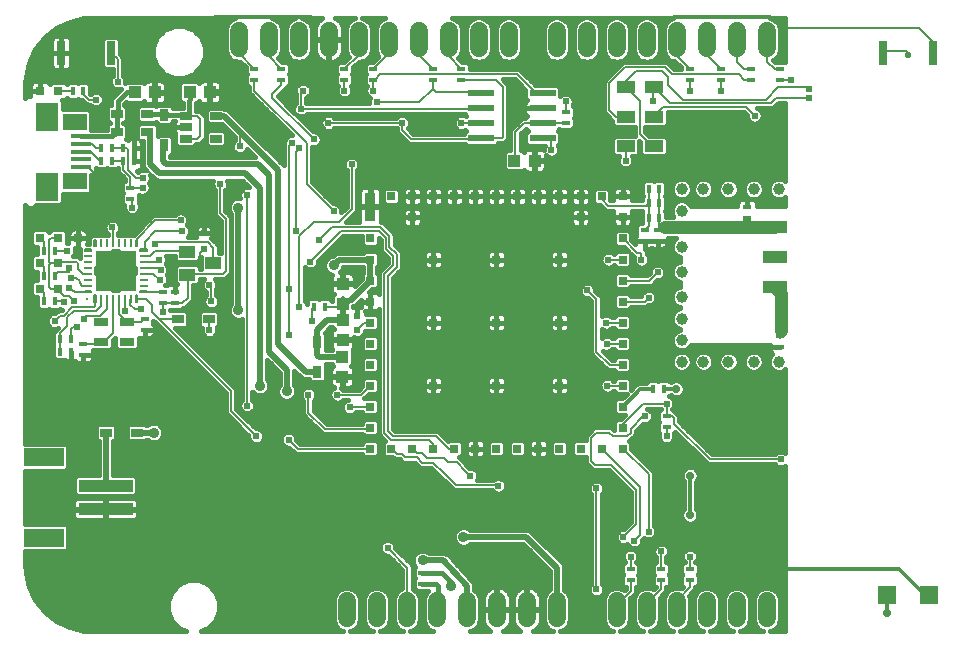
<source format=gtl>
G75*
%MOIN*%
%OFA0B0*%
%FSLAX25Y25*%
%IPPOS*%
%LPD*%
%AMOC8*
5,1,8,0,0,1.08239X$1,22.5*
%
%ADD10R,0.07874X0.04331*%
%ADD11R,0.04331X0.03937*%
%ADD12R,0.01800X0.03000*%
%ADD13R,0.03000X0.01800*%
%ADD14R,0.03819X0.09803*%
%ADD15R,0.02795X0.02795*%
%ADD16R,0.03937X0.04331*%
%ADD17R,0.03898X0.02717*%
%ADD18R,0.03150X0.03150*%
%ADD19R,0.03150X0.03937*%
%ADD20R,0.03150X0.07874*%
%ADD21C,0.05937*%
%ADD22C,0.00551*%
%ADD23R,0.01102X0.02756*%
%ADD24R,0.02756X0.01102*%
%ADD25R,0.13780X0.13780*%
%ADD26R,0.00984X0.00984*%
%ADD27R,0.05000X0.02500*%
%ADD28R,0.06693X0.01772*%
%ADD29R,0.08268X0.05807*%
%ADD30R,0.07480X0.09350*%
%ADD31R,0.03937X0.03150*%
%ADD32R,0.05512X0.03937*%
%ADD33R,0.05906X0.05906*%
%ADD34R,0.08661X0.02362*%
%ADD35R,0.18110X0.03937*%
%ADD36R,0.13386X0.06299*%
%ADD37R,0.06299X0.03937*%
%ADD38C,0.02400*%
%ADD39C,0.01600*%
%ADD40C,0.03200*%
%ADD41C,0.03600*%
%ADD42C,0.00600*%
%ADD43C,0.01200*%
%ADD44C,0.01000*%
%ADD45C,0.02200*%
%ADD46C,0.00800*%
%ADD47C,0.02000*%
%ADD48C,0.04331*%
%ADD49C,0.03962*%
%ADD50C,0.02800*%
D10*
X0279848Y0133561D03*
X0279848Y0143600D03*
X0279848Y0153639D03*
D11*
X0135648Y0134822D03*
X0135648Y0128129D03*
X0135598Y0122846D03*
X0135598Y0116154D03*
X0135548Y0110546D03*
X0135548Y0103854D03*
D12*
X0129648Y0127200D03*
X0126048Y0127200D03*
X0066048Y0175800D03*
X0062448Y0175800D03*
X0058848Y0175800D03*
X0055248Y0175800D03*
X0055248Y0180000D03*
X0058848Y0180000D03*
X0062448Y0180000D03*
X0066048Y0180000D03*
X0049248Y0199000D03*
X0045648Y0199000D03*
X0039648Y0145800D03*
X0036048Y0145800D03*
X0036048Y0137400D03*
X0039648Y0137400D03*
X0039648Y0129000D03*
X0036048Y0129000D03*
X0041448Y0116400D03*
X0045048Y0116400D03*
X0045048Y0112200D03*
X0041448Y0112200D03*
X0237648Y0156800D03*
X0241248Y0156800D03*
X0241248Y0161600D03*
X0237648Y0161600D03*
X0237648Y0166400D03*
X0241248Y0166400D03*
X0242698Y0099775D03*
X0239098Y0099775D03*
D13*
X0243648Y0090600D03*
X0243648Y0087000D03*
X0281448Y0113800D03*
X0281448Y0117400D03*
X0240711Y0149200D03*
X0236448Y0149200D03*
X0236448Y0152800D03*
X0240711Y0152800D03*
X0270448Y0156800D03*
X0270448Y0160400D03*
X0210048Y0188400D03*
X0210048Y0192000D03*
X0175248Y0202800D03*
X0175248Y0206400D03*
X0165648Y0206400D03*
X0165648Y0202800D03*
X0145848Y0202800D03*
X0145848Y0206400D03*
X0136248Y0206400D03*
X0136248Y0202800D03*
X0115248Y0202800D03*
X0115248Y0206400D03*
X0106248Y0206400D03*
X0106248Y0202800D03*
X0064848Y0166800D03*
X0064848Y0163200D03*
X0075648Y0132000D03*
X0075648Y0128400D03*
X0079848Y0128400D03*
X0079848Y0132000D03*
X0069648Y0123000D03*
X0069648Y0119400D03*
X0049248Y0114600D03*
X0049248Y0111000D03*
X0162203Y0038390D03*
X0162203Y0034790D03*
X0231648Y0036000D03*
X0231648Y0039600D03*
X0241848Y0039600D03*
X0241848Y0036000D03*
X0251448Y0036000D03*
X0251448Y0039600D03*
X0251448Y0202800D03*
X0251448Y0206400D03*
X0261648Y0206400D03*
X0261648Y0202800D03*
X0271848Y0202800D03*
X0271848Y0206400D03*
X0281448Y0206400D03*
X0281448Y0202800D03*
D14*
X0144848Y0160400D03*
D15*
X0151856Y0163904D03*
X0158864Y0163904D03*
X0165872Y0163904D03*
X0172879Y0163904D03*
X0179887Y0163904D03*
X0186895Y0163904D03*
X0193903Y0163904D03*
X0200911Y0163904D03*
X0207919Y0163904D03*
X0214927Y0163904D03*
X0221935Y0163904D03*
X0228942Y0163904D03*
X0228942Y0156896D03*
X0228942Y0149888D03*
X0228942Y0142880D03*
X0228942Y0135872D03*
X0228942Y0128865D03*
X0228942Y0121857D03*
X0228942Y0114849D03*
X0228942Y0107841D03*
X0228942Y0100833D03*
X0228942Y0093825D03*
X0228942Y0086817D03*
X0228942Y0079809D03*
X0221935Y0079809D03*
X0214927Y0079809D03*
X0207919Y0079809D03*
X0200911Y0079809D03*
X0193903Y0079809D03*
X0186895Y0079809D03*
X0179887Y0079809D03*
X0172879Y0079809D03*
X0165872Y0079809D03*
X0158864Y0079809D03*
X0151856Y0079809D03*
X0144848Y0079809D03*
X0144848Y0086817D03*
X0144848Y0093825D03*
X0144848Y0100833D03*
X0144848Y0107841D03*
X0144848Y0114849D03*
X0144848Y0121857D03*
X0144848Y0128865D03*
X0144848Y0135872D03*
X0144848Y0142880D03*
X0144848Y0149888D03*
X0158864Y0156896D03*
X0165872Y0142880D03*
X0186895Y0142880D03*
X0207919Y0142880D03*
X0214927Y0156896D03*
X0207919Y0121857D03*
X0186895Y0121857D03*
X0165872Y0121857D03*
X0165872Y0100833D03*
X0186895Y0100833D03*
X0207919Y0100833D03*
D16*
X0199594Y0175800D03*
X0192901Y0175800D03*
X0091294Y0198700D03*
X0084601Y0198700D03*
X0072994Y0198600D03*
X0066301Y0198600D03*
D17*
X0083269Y0190640D03*
X0083269Y0186900D03*
X0083269Y0183160D03*
X0093466Y0183160D03*
X0093466Y0190640D03*
D18*
X0040801Y0199000D03*
X0034895Y0199000D03*
X0034895Y0150000D03*
X0040801Y0150000D03*
X0040801Y0141600D03*
X0034895Y0141600D03*
X0034895Y0133200D03*
X0040801Y0133200D03*
D19*
X0076248Y0180882D03*
X0076248Y0191118D03*
X0127248Y0115518D03*
X0127248Y0105282D03*
D20*
X0058416Y0211800D03*
X0041880Y0211800D03*
X0315780Y0211800D03*
X0332316Y0211800D03*
D21*
X0277048Y0213231D02*
X0277048Y0219169D01*
X0267048Y0219169D02*
X0267048Y0213231D01*
X0257048Y0213231D02*
X0257048Y0219169D01*
X0247048Y0219169D02*
X0247048Y0213231D01*
X0237048Y0213231D02*
X0237048Y0219169D01*
X0227048Y0219169D02*
X0227048Y0213231D01*
X0217048Y0213231D02*
X0217048Y0219169D01*
X0207048Y0219169D02*
X0207048Y0213231D01*
X0191048Y0213231D02*
X0191048Y0219169D01*
X0181048Y0219169D02*
X0181048Y0213231D01*
X0171048Y0213231D02*
X0171048Y0219169D01*
X0161048Y0219169D02*
X0161048Y0213231D01*
X0151048Y0213231D02*
X0151048Y0219169D01*
X0141048Y0219169D02*
X0141048Y0213231D01*
X0131048Y0213231D02*
X0131048Y0219169D01*
X0121048Y0219169D02*
X0121048Y0213231D01*
X0111048Y0213231D02*
X0111048Y0219169D01*
X0101048Y0219169D02*
X0101048Y0213231D01*
X0137048Y0029169D02*
X0137048Y0023231D01*
X0147048Y0023231D02*
X0147048Y0029169D01*
X0157048Y0029169D02*
X0157048Y0023231D01*
X0167048Y0023231D02*
X0167048Y0029169D01*
X0177048Y0029169D02*
X0177048Y0023231D01*
X0187048Y0023231D02*
X0187048Y0029169D01*
X0197048Y0029169D02*
X0197048Y0023231D01*
X0207048Y0023231D02*
X0207048Y0029169D01*
X0227048Y0029169D02*
X0227048Y0023231D01*
X0237048Y0023231D02*
X0237048Y0029169D01*
X0247048Y0029169D02*
X0247048Y0023231D01*
X0257048Y0023231D02*
X0257048Y0029169D01*
X0267048Y0029169D02*
X0267048Y0023231D01*
X0277048Y0023231D02*
X0277048Y0029169D01*
D22*
X0070403Y0131934D02*
X0070403Y0132486D01*
X0070403Y0131934D02*
X0068197Y0131934D01*
X0068197Y0132486D01*
X0070403Y0132486D01*
X0070403Y0132484D02*
X0068197Y0132484D01*
X0067214Y0130951D02*
X0067214Y0128745D01*
X0066662Y0128745D01*
X0066662Y0130951D01*
X0067214Y0130951D01*
X0067214Y0129295D02*
X0066662Y0129295D01*
X0066662Y0129845D02*
X0067214Y0129845D01*
X0067214Y0130395D02*
X0066662Y0130395D01*
X0066662Y0130945D02*
X0067214Y0130945D01*
X0053434Y0130951D02*
X0053434Y0128745D01*
X0052882Y0128745D01*
X0052882Y0130951D01*
X0053434Y0130951D01*
X0053434Y0129295D02*
X0052882Y0129295D01*
X0052882Y0129845D02*
X0053434Y0129845D01*
X0053434Y0130395D02*
X0052882Y0130395D01*
X0052882Y0130945D02*
X0053434Y0130945D01*
X0051899Y0131934D02*
X0051899Y0132486D01*
X0051899Y0131934D02*
X0049693Y0131934D01*
X0049693Y0132486D01*
X0051899Y0132486D01*
X0051899Y0132484D02*
X0049693Y0132484D01*
X0051899Y0145714D02*
X0051899Y0146266D01*
X0051899Y0145714D02*
X0049693Y0145714D01*
X0049693Y0146266D01*
X0051899Y0146266D01*
X0051899Y0146264D02*
X0049693Y0146264D01*
X0053434Y0147249D02*
X0053434Y0149455D01*
X0053434Y0147249D02*
X0052882Y0147249D01*
X0052882Y0149455D01*
X0053434Y0149455D01*
X0053434Y0147799D02*
X0052882Y0147799D01*
X0052882Y0148349D02*
X0053434Y0148349D01*
X0053434Y0148899D02*
X0052882Y0148899D01*
X0052882Y0149449D02*
X0053434Y0149449D01*
X0067214Y0149455D02*
X0067214Y0147249D01*
X0066662Y0147249D01*
X0066662Y0149455D01*
X0067214Y0149455D01*
X0067214Y0147799D02*
X0066662Y0147799D01*
X0066662Y0148349D02*
X0067214Y0148349D01*
X0067214Y0148899D02*
X0066662Y0148899D01*
X0066662Y0149449D02*
X0067214Y0149449D01*
X0070403Y0146266D02*
X0070403Y0145714D01*
X0068197Y0145714D01*
X0068197Y0146266D01*
X0070403Y0146266D01*
X0070403Y0146264D02*
X0068197Y0146264D01*
D23*
X0064969Y0148352D03*
X0063001Y0148352D03*
X0061032Y0148352D03*
X0059064Y0148352D03*
X0057095Y0148352D03*
X0055127Y0148352D03*
X0055127Y0129848D03*
X0057095Y0129848D03*
X0059064Y0129848D03*
X0061032Y0129848D03*
X0063001Y0129848D03*
X0064969Y0129848D03*
D24*
X0069300Y0134179D03*
X0069300Y0136147D03*
X0069300Y0138116D03*
X0069300Y0140084D03*
X0069300Y0142053D03*
X0069300Y0144021D03*
X0050796Y0144021D03*
X0050796Y0142053D03*
X0050796Y0140084D03*
X0050796Y0138116D03*
X0050796Y0136147D03*
X0050796Y0134179D03*
D25*
X0060048Y0139100D03*
D26*
X0050540Y0129592D03*
D27*
X0055148Y0121900D03*
X0063748Y0121900D03*
X0063748Y0115300D03*
X0055148Y0115300D03*
D28*
X0048272Y0173682D03*
X0048272Y0176241D03*
X0048272Y0178800D03*
X0048272Y0181359D03*
X0048272Y0183918D03*
D29*
X0046303Y0188643D03*
X0046303Y0168957D03*
D30*
X0037248Y0167186D03*
X0037248Y0190414D03*
D31*
X0060330Y0191400D03*
X0060330Y0185400D03*
X0070566Y0185400D03*
X0070566Y0191400D03*
X0080730Y0123000D03*
X0090966Y0123000D03*
X0066966Y0085200D03*
X0056730Y0085200D03*
D32*
X0083917Y0137860D03*
X0092579Y0141600D03*
X0083917Y0145340D03*
D33*
X0317158Y0030975D03*
X0330938Y0030975D03*
D34*
X0202284Y0183300D03*
X0202284Y0188300D03*
X0202284Y0193300D03*
X0202284Y0198300D03*
X0181812Y0198300D03*
X0181812Y0193300D03*
X0181812Y0188300D03*
X0181812Y0183300D03*
D35*
X0056615Y0067537D03*
X0056615Y0059663D03*
D36*
X0036142Y0050214D03*
X0036142Y0076986D03*
D37*
X0229999Y0180600D03*
X0239448Y0180600D03*
X0239448Y0190443D03*
X0229999Y0190443D03*
X0229999Y0200285D03*
X0239448Y0200285D03*
D38*
X0239242Y0195691D03*
X0251448Y0199200D03*
X0261648Y0199200D03*
X0273048Y0190800D03*
X0285048Y0202800D03*
X0291048Y0199800D03*
X0291048Y0196800D03*
X0229969Y0175857D03*
X0205248Y0179400D03*
X0210048Y0195600D03*
X0175248Y0188400D03*
X0155448Y0188400D03*
X0147040Y0195341D03*
X0145848Y0199200D03*
X0136248Y0199200D03*
X0130848Y0188400D03*
X0126048Y0183000D03*
X0121248Y0180000D03*
X0118848Y0181800D03*
X0101448Y0180600D03*
X0121848Y0193200D03*
X0122448Y0199200D03*
X0138648Y0174600D03*
X0132648Y0159000D03*
X0120048Y0152400D03*
X0127848Y0149400D03*
X0124848Y0142200D03*
X0117648Y0133200D03*
X0121248Y0127200D03*
X0125448Y0122400D03*
X0117648Y0117600D03*
X0140448Y0119400D03*
X0140448Y0124200D03*
X0133848Y0097800D03*
X0138048Y0093600D03*
X0124248Y0097800D03*
X0103848Y0094200D03*
X0106848Y0084000D03*
X0117648Y0082800D03*
X0150648Y0046800D03*
X0178248Y0070800D03*
X0187491Y0067453D03*
X0220248Y0066600D03*
X0229248Y0050400D03*
X0232848Y0049200D03*
X0237648Y0052200D03*
X0241848Y0045600D03*
X0231648Y0043800D03*
X0220248Y0033000D03*
X0251448Y0043800D03*
X0281673Y0076275D03*
X0243648Y0084000D03*
X0236448Y0090600D03*
X0243648Y0094800D03*
X0223848Y0100800D03*
X0223648Y0114800D03*
X0223448Y0121800D03*
X0217248Y0132600D03*
X0224161Y0142804D03*
X0235248Y0142800D03*
X0240648Y0138600D03*
X0237648Y0130200D03*
X0103848Y0164400D03*
X0094848Y0168000D03*
X0081648Y0156000D03*
X0082248Y0152400D03*
X0089448Y0151800D03*
X0089448Y0146400D03*
X0074448Y0142800D03*
X0074982Y0139355D03*
X0074808Y0136200D03*
X0068356Y0126322D03*
X0063249Y0125843D03*
X0075648Y0125400D03*
X0091848Y0129000D03*
X0091248Y0134400D03*
X0091248Y0119400D03*
X0073248Y0148200D03*
X0058848Y0153600D03*
X0065448Y0160200D03*
X0069048Y0166800D03*
X0069071Y0170181D03*
X0043848Y0145800D03*
X0044448Y0139995D03*
X0045071Y0136731D03*
X0044555Y0133523D03*
X0046230Y0129203D03*
X0042771Y0128569D03*
X0039648Y0122400D03*
X0047238Y0120259D03*
X0049276Y0123006D03*
X0053448Y0196200D03*
X0060648Y0202200D03*
D39*
X0033251Y0029389D02*
X0036350Y0025502D01*
X0040237Y0022403D01*
X0044716Y0020246D01*
X0049562Y0019140D01*
X0052048Y0019000D01*
X0083465Y0019000D01*
X0081027Y0020010D01*
X0078608Y0022429D01*
X0077299Y0025590D01*
X0077299Y0029010D01*
X0078608Y0032171D01*
X0081027Y0034590D01*
X0084187Y0035899D01*
X0087608Y0035899D01*
X0090769Y0034590D01*
X0093188Y0032171D01*
X0094497Y0029010D01*
X0094497Y0025590D01*
X0093188Y0022429D01*
X0090769Y0020010D01*
X0088331Y0019000D01*
X0135848Y0019000D01*
X0134573Y0019528D01*
X0133345Y0020757D01*
X0132679Y0022363D01*
X0132679Y0030037D01*
X0133345Y0031643D01*
X0134573Y0032872D01*
X0136179Y0033537D01*
X0137917Y0033537D01*
X0139523Y0032872D01*
X0140751Y0031643D01*
X0141416Y0030037D01*
X0141416Y0022363D01*
X0140751Y0020757D01*
X0139523Y0019528D01*
X0138248Y0019000D01*
X0145848Y0019000D01*
X0144573Y0019528D01*
X0143345Y0020757D01*
X0142679Y0022363D01*
X0142679Y0030037D01*
X0143345Y0031643D01*
X0144573Y0032872D01*
X0146179Y0033537D01*
X0147917Y0033537D01*
X0149523Y0032872D01*
X0150751Y0031643D01*
X0151416Y0030037D01*
X0151416Y0022363D01*
X0150751Y0020757D01*
X0149523Y0019528D01*
X0148248Y0019000D01*
X0155848Y0019000D01*
X0154573Y0019528D01*
X0153345Y0020757D01*
X0152679Y0022363D01*
X0152679Y0030037D01*
X0153345Y0031643D01*
X0154573Y0032872D01*
X0155548Y0033276D01*
X0155548Y0039496D01*
X0150844Y0044200D01*
X0150131Y0044200D01*
X0149175Y0044596D01*
X0148444Y0045327D01*
X0148048Y0046283D01*
X0148048Y0047317D01*
X0148444Y0048273D01*
X0149175Y0049004D01*
X0150131Y0049400D01*
X0151165Y0049400D01*
X0152121Y0049004D01*
X0152852Y0048273D01*
X0153248Y0047317D01*
X0153248Y0046604D01*
X0157952Y0041900D01*
X0158948Y0040904D01*
X0158948Y0033110D01*
X0159523Y0032872D01*
X0160751Y0031643D01*
X0161416Y0030037D01*
X0161416Y0022363D01*
X0160751Y0020757D01*
X0159523Y0019528D01*
X0158248Y0019000D01*
X0165848Y0019000D01*
X0164573Y0019528D01*
X0163345Y0020757D01*
X0162679Y0022363D01*
X0162679Y0030037D01*
X0163345Y0031643D01*
X0164191Y0032490D01*
X0160123Y0032490D01*
X0159303Y0033310D01*
X0159303Y0036270D01*
X0159623Y0036590D01*
X0159303Y0036910D01*
X0159303Y0039870D01*
X0159884Y0040450D01*
X0159546Y0040787D01*
X0159059Y0041963D01*
X0159059Y0043237D01*
X0159546Y0044413D01*
X0160446Y0045313D01*
X0161622Y0045800D01*
X0162895Y0045800D01*
X0164071Y0045313D01*
X0164384Y0045000D01*
X0168817Y0045000D01*
X0168860Y0045016D01*
X0169292Y0045000D01*
X0169725Y0045000D01*
X0169768Y0044982D01*
X0169814Y0044981D01*
X0170207Y0044800D01*
X0170607Y0044635D01*
X0170640Y0044602D01*
X0170682Y0044583D01*
X0170976Y0044266D01*
X0171283Y0043959D01*
X0171300Y0043917D01*
X0178776Y0035866D01*
X0179083Y0035559D01*
X0179100Y0035517D01*
X0179131Y0035483D01*
X0179282Y0035077D01*
X0179448Y0034677D01*
X0179448Y0034631D01*
X0179464Y0034588D01*
X0179448Y0034156D01*
X0179448Y0032903D01*
X0179523Y0032872D01*
X0180751Y0031643D01*
X0181416Y0030037D01*
X0181416Y0022363D01*
X0180751Y0020757D01*
X0179523Y0019528D01*
X0178248Y0019000D01*
X0184849Y0019000D01*
X0184549Y0019153D01*
X0183941Y0019594D01*
X0183411Y0020125D01*
X0182970Y0020732D01*
X0182629Y0021401D01*
X0182397Y0022115D01*
X0182279Y0022856D01*
X0182279Y0026016D01*
X0186864Y0026016D01*
X0186864Y0026384D01*
X0182279Y0026384D01*
X0182279Y0029544D01*
X0182397Y0030285D01*
X0182629Y0030999D01*
X0182970Y0031668D01*
X0183411Y0032275D01*
X0183941Y0032806D01*
X0184549Y0033247D01*
X0185217Y0033588D01*
X0185931Y0033820D01*
X0186673Y0033937D01*
X0186864Y0033937D01*
X0186864Y0026384D01*
X0187232Y0026384D01*
X0191816Y0026384D01*
X0191816Y0029544D01*
X0191699Y0030285D01*
X0191467Y0030999D01*
X0191126Y0031668D01*
X0190685Y0032275D01*
X0190154Y0032806D01*
X0189547Y0033247D01*
X0188878Y0033588D01*
X0188165Y0033820D01*
X0187423Y0033937D01*
X0187232Y0033937D01*
X0187232Y0026384D01*
X0187232Y0026016D01*
X0191816Y0026016D01*
X0191816Y0022856D01*
X0191699Y0022115D01*
X0191467Y0021401D01*
X0191126Y0020732D01*
X0190685Y0020125D01*
X0190154Y0019594D01*
X0189547Y0019153D01*
X0189247Y0019000D01*
X0194849Y0019000D01*
X0194549Y0019153D01*
X0193941Y0019594D01*
X0193411Y0020125D01*
X0192970Y0020732D01*
X0192629Y0021401D01*
X0192397Y0022115D01*
X0192279Y0022856D01*
X0192279Y0026016D01*
X0196864Y0026016D01*
X0196864Y0026384D01*
X0192279Y0026384D01*
X0192279Y0029544D01*
X0192397Y0030285D01*
X0192629Y0030999D01*
X0192970Y0031668D01*
X0193411Y0032275D01*
X0193941Y0032806D01*
X0194549Y0033247D01*
X0195217Y0033588D01*
X0195931Y0033820D01*
X0196673Y0033937D01*
X0196864Y0033937D01*
X0196864Y0026384D01*
X0197232Y0026384D01*
X0201816Y0026384D01*
X0201816Y0029544D01*
X0201699Y0030285D01*
X0201467Y0030999D01*
X0201126Y0031668D01*
X0200685Y0032275D01*
X0200154Y0032806D01*
X0199547Y0033247D01*
X0198878Y0033588D01*
X0198165Y0033820D01*
X0197423Y0033937D01*
X0197232Y0033937D01*
X0197232Y0026384D01*
X0197232Y0026016D01*
X0201816Y0026016D01*
X0201816Y0022856D01*
X0201699Y0022115D01*
X0201467Y0021401D01*
X0201126Y0020732D01*
X0200685Y0020125D01*
X0200154Y0019594D01*
X0199547Y0019153D01*
X0199247Y0019000D01*
X0205848Y0019000D01*
X0204573Y0019528D01*
X0203345Y0020757D01*
X0202679Y0022363D01*
X0202679Y0030037D01*
X0203345Y0031643D01*
X0204573Y0032872D01*
X0204648Y0032903D01*
X0204648Y0039206D01*
X0195854Y0048000D01*
X0177973Y0048000D01*
X0177661Y0047687D01*
X0176484Y0047200D01*
X0175211Y0047200D01*
X0174035Y0047687D01*
X0173135Y0048587D01*
X0172648Y0049763D01*
X0172648Y0051037D01*
X0173135Y0052213D01*
X0174035Y0053113D01*
X0175211Y0053600D01*
X0176484Y0053600D01*
X0177661Y0053113D01*
X0177973Y0052800D01*
X0197325Y0052800D01*
X0198207Y0052435D01*
X0208407Y0042235D01*
X0209083Y0041559D01*
X0209448Y0040677D01*
X0209448Y0032903D01*
X0209523Y0032872D01*
X0210751Y0031643D01*
X0211416Y0030037D01*
X0211416Y0022363D01*
X0210751Y0020757D01*
X0209523Y0019528D01*
X0208248Y0019000D01*
X0225848Y0019000D01*
X0224573Y0019528D01*
X0223345Y0020757D01*
X0222679Y0022363D01*
X0222679Y0030037D01*
X0223345Y0031643D01*
X0224573Y0032872D01*
X0226179Y0033537D01*
X0227917Y0033537D01*
X0229523Y0032872D01*
X0229619Y0032775D01*
X0229948Y0033104D01*
X0229948Y0033700D01*
X0229568Y0033700D01*
X0228748Y0034520D01*
X0228748Y0037480D01*
X0229068Y0037800D01*
X0228748Y0038120D01*
X0228748Y0041080D01*
X0229568Y0041900D01*
X0229871Y0041900D01*
X0229444Y0042327D01*
X0229048Y0043283D01*
X0229048Y0044317D01*
X0229444Y0045273D01*
X0230175Y0046004D01*
X0231131Y0046400D01*
X0232165Y0046400D01*
X0233121Y0046004D01*
X0233852Y0045273D01*
X0234248Y0044317D01*
X0234248Y0043283D01*
X0233852Y0042327D01*
X0233425Y0041900D01*
X0233728Y0041900D01*
X0234548Y0041080D01*
X0234548Y0038120D01*
X0234228Y0037800D01*
X0234548Y0037480D01*
X0234548Y0034520D01*
X0233728Y0033700D01*
X0233348Y0033700D01*
X0233348Y0031696D01*
X0232352Y0030700D01*
X0231416Y0029764D01*
X0231416Y0022363D01*
X0230751Y0020757D01*
X0229523Y0019528D01*
X0228248Y0019000D01*
X0235848Y0019000D01*
X0234573Y0019528D01*
X0233345Y0020757D01*
X0232679Y0022363D01*
X0232679Y0030037D01*
X0233345Y0031643D01*
X0234573Y0032872D01*
X0236179Y0033537D01*
X0237917Y0033537D01*
X0239376Y0032932D01*
X0240144Y0033700D01*
X0239768Y0033700D01*
X0238948Y0034520D01*
X0238948Y0037480D01*
X0239268Y0037800D01*
X0238948Y0038120D01*
X0238948Y0041080D01*
X0239768Y0041900D01*
X0240148Y0041900D01*
X0240148Y0043623D01*
X0239644Y0044127D01*
X0239248Y0045083D01*
X0239248Y0046117D01*
X0239644Y0047073D01*
X0240375Y0047804D01*
X0241331Y0048200D01*
X0242365Y0048200D01*
X0243321Y0047804D01*
X0244052Y0047073D01*
X0244448Y0046117D01*
X0244448Y0045083D01*
X0244052Y0044127D01*
X0243548Y0043623D01*
X0243548Y0041900D01*
X0243928Y0041900D01*
X0244748Y0041080D01*
X0244748Y0038120D01*
X0244428Y0037800D01*
X0244748Y0037480D01*
X0244748Y0034520D01*
X0243928Y0033700D01*
X0243548Y0033700D01*
X0243548Y0032296D01*
X0242552Y0031300D01*
X0241379Y0030127D01*
X0241416Y0030037D01*
X0241416Y0022363D01*
X0240751Y0020757D01*
X0239523Y0019528D01*
X0238248Y0019000D01*
X0245848Y0019000D01*
X0244573Y0019528D01*
X0243345Y0020757D01*
X0242679Y0022363D01*
X0242679Y0030037D01*
X0243345Y0031643D01*
X0244573Y0032872D01*
X0246179Y0033537D01*
X0247917Y0033537D01*
X0248669Y0033225D01*
X0249256Y0033812D01*
X0248548Y0034520D01*
X0248548Y0037480D01*
X0248868Y0037800D01*
X0248548Y0038120D01*
X0248548Y0041080D01*
X0249368Y0041900D01*
X0249671Y0041900D01*
X0249244Y0042327D01*
X0248848Y0043283D01*
X0248848Y0044317D01*
X0249244Y0045273D01*
X0249975Y0046004D01*
X0250931Y0046400D01*
X0251965Y0046400D01*
X0252921Y0046004D01*
X0253652Y0045273D01*
X0254048Y0044317D01*
X0254048Y0043283D01*
X0253652Y0042327D01*
X0253225Y0041900D01*
X0253528Y0041900D01*
X0254348Y0041080D01*
X0254348Y0038120D01*
X0254028Y0037800D01*
X0254348Y0037480D01*
X0254348Y0034520D01*
X0253528Y0033700D01*
X0253148Y0033700D01*
X0253148Y0032896D01*
X0252152Y0031900D01*
X0251086Y0030834D01*
X0251416Y0030037D01*
X0251416Y0022363D01*
X0250751Y0020757D01*
X0249523Y0019528D01*
X0248248Y0019000D01*
X0255848Y0019000D01*
X0254573Y0019528D01*
X0253345Y0020757D01*
X0252679Y0022363D01*
X0252679Y0030037D01*
X0253345Y0031643D01*
X0254573Y0032872D01*
X0256179Y0033537D01*
X0257917Y0033537D01*
X0259523Y0032872D01*
X0260751Y0031643D01*
X0261416Y0030037D01*
X0261416Y0022363D01*
X0260751Y0020757D01*
X0259523Y0019528D01*
X0258248Y0019000D01*
X0265848Y0019000D01*
X0264573Y0019528D01*
X0263345Y0020757D01*
X0262679Y0022363D01*
X0262679Y0030037D01*
X0263345Y0031643D01*
X0264573Y0032872D01*
X0266179Y0033537D01*
X0267917Y0033537D01*
X0269523Y0032872D01*
X0270751Y0031643D01*
X0271416Y0030037D01*
X0271416Y0022363D01*
X0270751Y0020757D01*
X0269523Y0019528D01*
X0268248Y0019000D01*
X0275848Y0019000D01*
X0274573Y0019528D01*
X0273345Y0020757D01*
X0272679Y0022363D01*
X0272679Y0030037D01*
X0273345Y0031643D01*
X0274573Y0032872D01*
X0276179Y0033537D01*
X0277917Y0033537D01*
X0279523Y0032872D01*
X0280751Y0031643D01*
X0281416Y0030037D01*
X0281416Y0022363D01*
X0280751Y0020757D01*
X0279523Y0019528D01*
X0278248Y0019000D01*
X0283248Y0019000D01*
X0283248Y0074173D01*
X0283146Y0074071D01*
X0282190Y0073675D01*
X0281156Y0073675D01*
X0280200Y0074071D01*
X0279696Y0074575D01*
X0257269Y0074575D01*
X0246436Y0085408D01*
X0246042Y0085014D01*
X0246248Y0084517D01*
X0246248Y0083483D01*
X0245852Y0082527D01*
X0245121Y0081796D01*
X0244165Y0081400D01*
X0243131Y0081400D01*
X0242175Y0081796D01*
X0241444Y0082527D01*
X0241048Y0083483D01*
X0241048Y0084517D01*
X0241254Y0085014D01*
X0240748Y0085520D01*
X0240748Y0088480D01*
X0241068Y0088800D01*
X0240748Y0089120D01*
X0240748Y0092080D01*
X0241568Y0092900D01*
X0241871Y0092900D01*
X0241671Y0093100D01*
X0237206Y0093100D01*
X0237921Y0092804D01*
X0238652Y0092073D01*
X0239048Y0091117D01*
X0239048Y0090083D01*
X0238652Y0089127D01*
X0237921Y0088396D01*
X0236965Y0088000D01*
X0235931Y0088000D01*
X0235734Y0088082D01*
X0233348Y0085696D01*
X0233348Y0084496D01*
X0231190Y0082337D01*
X0231740Y0081787D01*
X0231740Y0079712D01*
X0239348Y0072104D01*
X0239348Y0054177D01*
X0239852Y0053673D01*
X0240248Y0052717D01*
X0240248Y0051683D01*
X0239852Y0050727D01*
X0239121Y0049996D01*
X0238165Y0049600D01*
X0237131Y0049600D01*
X0236175Y0049996D01*
X0236112Y0050059D01*
X0235448Y0049396D01*
X0235448Y0048683D01*
X0235052Y0047727D01*
X0234321Y0046996D01*
X0233365Y0046600D01*
X0232331Y0046600D01*
X0231375Y0046996D01*
X0230644Y0047727D01*
X0230489Y0048100D01*
X0229765Y0047800D01*
X0228731Y0047800D01*
X0227775Y0048196D01*
X0227044Y0048927D01*
X0226648Y0049883D01*
X0226648Y0050917D01*
X0227044Y0051873D01*
X0227775Y0052604D01*
X0228731Y0053000D01*
X0229444Y0053000D01*
X0231748Y0055304D01*
X0231748Y0065296D01*
X0224344Y0072700D01*
X0218944Y0072700D01*
X0217948Y0073696D01*
X0216748Y0074896D01*
X0216748Y0077012D01*
X0212949Y0077012D01*
X0212129Y0077832D01*
X0212129Y0081787D01*
X0212949Y0082607D01*
X0216748Y0082607D01*
X0216748Y0084104D01*
X0217744Y0085100D01*
X0219544Y0086900D01*
X0225152Y0086900D01*
X0226145Y0085907D01*
X0226145Y0088795D01*
X0226965Y0089615D01*
X0228259Y0089615D01*
X0229671Y0091028D01*
X0226965Y0091028D01*
X0226145Y0091848D01*
X0226145Y0095803D01*
X0226965Y0096623D01*
X0228912Y0096623D01*
X0230324Y0098035D01*
X0226965Y0098035D01*
X0226145Y0098856D01*
X0226145Y0099100D01*
X0225825Y0099100D01*
X0225321Y0098596D01*
X0224365Y0098200D01*
X0223331Y0098200D01*
X0222375Y0098596D01*
X0221644Y0099327D01*
X0221248Y0100283D01*
X0221248Y0101317D01*
X0221644Y0102273D01*
X0222375Y0103004D01*
X0223331Y0103400D01*
X0224365Y0103400D01*
X0225321Y0103004D01*
X0225825Y0102500D01*
X0226145Y0102500D01*
X0226145Y0102811D01*
X0226965Y0103631D01*
X0230920Y0103631D01*
X0231740Y0102811D01*
X0231740Y0099451D01*
X0232892Y0100603D01*
X0234064Y0101775D01*
X0236798Y0101775D01*
X0236798Y0101855D01*
X0237618Y0102675D01*
X0240578Y0102675D01*
X0240898Y0102355D01*
X0241218Y0102675D01*
X0244178Y0102675D01*
X0244970Y0101882D01*
X0245212Y0102124D01*
X0246241Y0102550D01*
X0247355Y0102550D01*
X0248384Y0102124D01*
X0249172Y0101336D01*
X0249598Y0100307D01*
X0249598Y0099193D01*
X0249172Y0098164D01*
X0248384Y0097376D01*
X0247355Y0096950D01*
X0246241Y0096950D01*
X0245212Y0097376D01*
X0244945Y0097643D01*
X0244545Y0097242D01*
X0245121Y0097004D01*
X0245852Y0096273D01*
X0246248Y0095317D01*
X0246248Y0094283D01*
X0245852Y0093327D01*
X0245425Y0092900D01*
X0245728Y0092900D01*
X0246548Y0092080D01*
X0246548Y0091904D01*
X0246752Y0091700D01*
X0247748Y0090704D01*
X0247748Y0088904D01*
X0258677Y0077975D01*
X0279696Y0077975D01*
X0280200Y0078479D01*
X0281156Y0078875D01*
X0282190Y0078875D01*
X0283146Y0078479D01*
X0283248Y0078377D01*
X0283248Y0106218D01*
X0282963Y0105934D01*
X0281720Y0105419D01*
X0280375Y0105419D01*
X0279133Y0105934D01*
X0278182Y0106885D01*
X0277667Y0108127D01*
X0277667Y0109473D01*
X0278182Y0110715D01*
X0278896Y0111429D01*
X0278843Y0111460D01*
X0278508Y0111795D01*
X0278271Y0112205D01*
X0278148Y0112663D01*
X0278148Y0113800D01*
X0281448Y0113800D01*
X0281448Y0113800D01*
X0278148Y0113800D01*
X0278148Y0114400D01*
X0251645Y0114400D01*
X0251514Y0114085D01*
X0250563Y0113134D01*
X0249320Y0112619D01*
X0247975Y0112619D01*
X0246733Y0113134D01*
X0245782Y0114085D01*
X0245267Y0115327D01*
X0245267Y0116673D01*
X0245782Y0117915D01*
X0246733Y0118866D01*
X0247975Y0119381D01*
X0248248Y0119381D01*
X0248248Y0119819D01*
X0247975Y0119819D01*
X0246733Y0120334D01*
X0245782Y0121285D01*
X0245267Y0122527D01*
X0245267Y0123873D01*
X0245782Y0125115D01*
X0246733Y0126066D01*
X0247975Y0126581D01*
X0248248Y0126581D01*
X0248248Y0127019D01*
X0247975Y0127019D01*
X0246733Y0127534D01*
X0245782Y0128485D01*
X0245267Y0129727D01*
X0245267Y0131073D01*
X0245782Y0132315D01*
X0246733Y0133266D01*
X0247975Y0133781D01*
X0248248Y0133781D01*
X0248248Y0135419D01*
X0247975Y0135419D01*
X0246733Y0135934D01*
X0245782Y0136885D01*
X0245267Y0138127D01*
X0245267Y0139473D01*
X0245782Y0140715D01*
X0246733Y0141666D01*
X0247975Y0142181D01*
X0248248Y0142181D01*
X0248248Y0143819D01*
X0247975Y0143819D01*
X0246733Y0144334D01*
X0245782Y0145285D01*
X0245267Y0146527D01*
X0245267Y0147873D01*
X0245782Y0149115D01*
X0246722Y0150056D01*
X0244011Y0150059D01*
X0244011Y0149200D01*
X0240711Y0149200D01*
X0237411Y0149200D01*
X0236448Y0149200D01*
X0240711Y0149200D01*
X0240711Y0149200D01*
X0240711Y0149200D01*
X0240711Y0146500D01*
X0238974Y0146500D01*
X0238580Y0146606D01*
X0238185Y0146500D01*
X0236448Y0146500D01*
X0236448Y0149200D01*
X0236448Y0149200D01*
X0236448Y0149200D01*
X0236448Y0146500D01*
X0236352Y0146500D01*
X0236948Y0145904D01*
X0236948Y0144777D01*
X0237452Y0144273D01*
X0237848Y0143317D01*
X0237848Y0142283D01*
X0237452Y0141327D01*
X0236721Y0140596D01*
X0235765Y0140200D01*
X0234731Y0140200D01*
X0233775Y0140596D01*
X0233044Y0141327D01*
X0232648Y0142283D01*
X0232648Y0143317D01*
X0232783Y0143643D01*
X0231740Y0144686D01*
X0231740Y0140903D01*
X0230920Y0140083D01*
X0226965Y0140083D01*
X0226145Y0140903D01*
X0226145Y0141110D01*
X0225634Y0140600D01*
X0224679Y0140204D01*
X0223644Y0140204D01*
X0222689Y0140600D01*
X0221957Y0141331D01*
X0221561Y0142287D01*
X0221561Y0143321D01*
X0221957Y0144277D01*
X0222689Y0145008D01*
X0223644Y0145404D01*
X0224679Y0145404D01*
X0225634Y0145008D01*
X0226062Y0144580D01*
X0226145Y0144580D01*
X0226145Y0144858D01*
X0226965Y0145678D01*
X0230749Y0145678D01*
X0229336Y0147091D01*
X0226965Y0147091D01*
X0226145Y0147911D01*
X0226145Y0151866D01*
X0226965Y0152686D01*
X0230920Y0152686D01*
X0231740Y0151866D01*
X0231740Y0149495D01*
X0233148Y0148087D01*
X0233148Y0149200D01*
X0236448Y0149200D01*
X0236448Y0149200D01*
X0233148Y0149200D01*
X0233148Y0150337D01*
X0233271Y0150795D01*
X0233508Y0151205D01*
X0233585Y0151283D01*
X0233548Y0151320D01*
X0233548Y0154280D01*
X0234368Y0155100D01*
X0235348Y0155100D01*
X0235348Y0158880D01*
X0235468Y0159000D01*
X0232011Y0159000D01*
X0232017Y0158988D01*
X0232140Y0158531D01*
X0232140Y0156896D01*
X0228943Y0156896D01*
X0228943Y0156896D01*
X0232140Y0156896D01*
X0232140Y0155261D01*
X0232017Y0154804D01*
X0231780Y0154393D01*
X0231445Y0154058D01*
X0231035Y0153821D01*
X0230577Y0153698D01*
X0228942Y0153698D01*
X0228942Y0156896D01*
X0225745Y0156896D01*
X0225745Y0155261D01*
X0225867Y0154804D01*
X0226104Y0154393D01*
X0226440Y0154058D01*
X0226850Y0153821D01*
X0227308Y0153698D01*
X0228942Y0153698D01*
X0228942Y0156896D01*
X0228942Y0156896D01*
X0225745Y0156896D01*
X0225745Y0158531D01*
X0225867Y0158988D01*
X0225874Y0159000D01*
X0223502Y0159000D01*
X0222448Y0160054D01*
X0221396Y0161106D01*
X0219957Y0161106D01*
X0219137Y0161926D01*
X0219137Y0165881D01*
X0219957Y0166702D01*
X0223912Y0166702D01*
X0224732Y0165881D01*
X0224732Y0162861D01*
X0224994Y0162600D01*
X0225745Y0162600D01*
X0225745Y0163904D01*
X0228942Y0163904D01*
X0228942Y0163904D01*
X0225745Y0163904D01*
X0225745Y0165539D01*
X0225867Y0165996D01*
X0226104Y0166407D01*
X0226440Y0166742D01*
X0226850Y0166979D01*
X0227308Y0167102D01*
X0228942Y0167102D01*
X0228942Y0163904D01*
X0228942Y0163904D01*
X0228942Y0167102D01*
X0230577Y0167102D01*
X0231035Y0166979D01*
X0231445Y0166742D01*
X0231780Y0166407D01*
X0232017Y0165996D01*
X0232140Y0165539D01*
X0232140Y0163904D01*
X0228943Y0163904D01*
X0228943Y0163904D01*
X0232140Y0163904D01*
X0232140Y0162600D01*
X0235348Y0162600D01*
X0235348Y0163680D01*
X0235668Y0164000D01*
X0235348Y0164320D01*
X0235348Y0168480D01*
X0236168Y0169300D01*
X0239128Y0169300D01*
X0239448Y0168980D01*
X0239768Y0169300D01*
X0242728Y0169300D01*
X0243548Y0168480D01*
X0243548Y0164320D01*
X0243228Y0164000D01*
X0243548Y0163680D01*
X0243548Y0159520D01*
X0243228Y0159200D01*
X0243548Y0158880D01*
X0243548Y0157190D01*
X0245879Y0157187D01*
X0245782Y0157285D01*
X0245267Y0158527D01*
X0245267Y0159873D01*
X0245782Y0161115D01*
X0246733Y0162066D01*
X0247975Y0162581D01*
X0249320Y0162581D01*
X0250563Y0162066D01*
X0251514Y0161115D01*
X0251645Y0160800D01*
X0267148Y0160800D01*
X0267148Y0161537D01*
X0267271Y0161995D01*
X0267508Y0162405D01*
X0267843Y0162740D01*
X0268253Y0162977D01*
X0268711Y0163100D01*
X0270448Y0163100D01*
X0270448Y0160800D01*
X0270448Y0160800D01*
X0270448Y0163100D01*
X0271780Y0163100D01*
X0270733Y0163534D01*
X0269782Y0164485D01*
X0269267Y0165727D01*
X0269267Y0167073D01*
X0269782Y0168315D01*
X0270733Y0169266D01*
X0271975Y0169781D01*
X0273320Y0169781D01*
X0274563Y0169266D01*
X0275514Y0168315D01*
X0276029Y0167073D01*
X0276029Y0165727D01*
X0275514Y0164485D01*
X0274563Y0163534D01*
X0273320Y0163019D01*
X0272488Y0163019D01*
X0272643Y0162977D01*
X0273053Y0162740D01*
X0273388Y0162405D01*
X0273625Y0161995D01*
X0273748Y0161537D01*
X0273748Y0160800D01*
X0283248Y0160800D01*
X0283248Y0163818D01*
X0282963Y0163534D01*
X0281720Y0163019D01*
X0280375Y0163019D01*
X0279133Y0163534D01*
X0278182Y0164485D01*
X0277667Y0165727D01*
X0277667Y0167073D01*
X0278182Y0168315D01*
X0279133Y0169266D01*
X0280375Y0169781D01*
X0281720Y0169781D01*
X0282963Y0169266D01*
X0283248Y0168982D01*
X0283248Y0195100D01*
X0280952Y0195100D01*
X0279152Y0193300D01*
X0273806Y0193300D01*
X0274521Y0193004D01*
X0275252Y0192273D01*
X0275648Y0191317D01*
X0275648Y0190283D01*
X0275252Y0189327D01*
X0274521Y0188596D01*
X0273565Y0188200D01*
X0272531Y0188200D01*
X0271575Y0188596D01*
X0270844Y0189327D01*
X0270448Y0190283D01*
X0270448Y0190996D01*
X0269344Y0192100D01*
X0243998Y0192100D01*
X0243998Y0187894D01*
X0243177Y0187074D01*
X0236348Y0187074D01*
X0236348Y0185504D01*
X0237884Y0183968D01*
X0243177Y0183968D01*
X0243998Y0183148D01*
X0243998Y0178052D01*
X0243177Y0177231D01*
X0235718Y0177231D01*
X0234898Y0178052D01*
X0234898Y0182145D01*
X0234549Y0182495D01*
X0234549Y0178052D01*
X0233729Y0177231D01*
X0232214Y0177231D01*
X0232569Y0176374D01*
X0232569Y0175340D01*
X0232173Y0174384D01*
X0231442Y0173653D01*
X0230486Y0173257D01*
X0229452Y0173257D01*
X0228496Y0173653D01*
X0227765Y0174384D01*
X0227369Y0175340D01*
X0227369Y0176374D01*
X0227724Y0177231D01*
X0226270Y0177231D01*
X0225450Y0178052D01*
X0225450Y0183148D01*
X0226270Y0183968D01*
X0233075Y0183968D01*
X0232948Y0184096D01*
X0232948Y0187074D01*
X0226270Y0187074D01*
X0225450Y0187894D01*
X0225450Y0189194D01*
X0223744Y0190900D01*
X0222748Y0191896D01*
X0222748Y0202304D01*
X0228148Y0207704D01*
X0229144Y0208700D01*
X0243752Y0208700D01*
X0244748Y0207704D01*
X0244748Y0207636D01*
X0246019Y0206300D01*
X0248548Y0206300D01*
X0248548Y0206896D01*
X0246581Y0208863D01*
X0246179Y0208863D01*
X0244573Y0209528D01*
X0243345Y0210757D01*
X0242679Y0212363D01*
X0242679Y0220037D01*
X0243345Y0221643D01*
X0244573Y0222872D01*
X0245848Y0223400D01*
X0238248Y0223400D01*
X0239523Y0222872D01*
X0240751Y0221643D01*
X0241416Y0220037D01*
X0241416Y0212363D01*
X0240751Y0210757D01*
X0239523Y0209528D01*
X0237917Y0208863D01*
X0236179Y0208863D01*
X0234573Y0209528D01*
X0233345Y0210757D01*
X0232679Y0212363D01*
X0232679Y0220037D01*
X0233345Y0221643D01*
X0234573Y0222872D01*
X0235848Y0223400D01*
X0228248Y0223400D01*
X0229523Y0222872D01*
X0230751Y0221643D01*
X0231416Y0220037D01*
X0231416Y0212363D01*
X0230751Y0210757D01*
X0229523Y0209528D01*
X0227917Y0208863D01*
X0226179Y0208863D01*
X0224573Y0209528D01*
X0223345Y0210757D01*
X0222679Y0212363D01*
X0222679Y0220037D01*
X0223345Y0221643D01*
X0224573Y0222872D01*
X0225848Y0223400D01*
X0218248Y0223400D01*
X0219523Y0222872D01*
X0220751Y0221643D01*
X0221416Y0220037D01*
X0221416Y0212363D01*
X0220751Y0210757D01*
X0219523Y0209528D01*
X0217917Y0208863D01*
X0216179Y0208863D01*
X0214573Y0209528D01*
X0213345Y0210757D01*
X0212679Y0212363D01*
X0212679Y0220037D01*
X0213345Y0221643D01*
X0214573Y0222872D01*
X0215848Y0223400D01*
X0208248Y0223400D01*
X0209523Y0222872D01*
X0210751Y0221643D01*
X0211416Y0220037D01*
X0211416Y0212363D01*
X0210751Y0210757D01*
X0209523Y0209528D01*
X0207917Y0208863D01*
X0206179Y0208863D01*
X0204573Y0209528D01*
X0203345Y0210757D01*
X0202679Y0212363D01*
X0202679Y0220037D01*
X0203345Y0221643D01*
X0204573Y0222872D01*
X0205848Y0223400D01*
X0192248Y0223400D01*
X0193523Y0222872D01*
X0194751Y0221643D01*
X0195416Y0220037D01*
X0195416Y0212363D01*
X0194751Y0210757D01*
X0193523Y0209528D01*
X0191917Y0208863D01*
X0190179Y0208863D01*
X0188573Y0209528D01*
X0187345Y0210757D01*
X0186679Y0212363D01*
X0186679Y0220037D01*
X0187345Y0221643D01*
X0188573Y0222872D01*
X0189848Y0223400D01*
X0182248Y0223400D01*
X0183523Y0222872D01*
X0184751Y0221643D01*
X0185416Y0220037D01*
X0185416Y0212363D01*
X0184751Y0210757D01*
X0183523Y0209528D01*
X0181917Y0208863D01*
X0180179Y0208863D01*
X0178573Y0209528D01*
X0177345Y0210757D01*
X0176679Y0212363D01*
X0176679Y0220037D01*
X0177345Y0221643D01*
X0178573Y0222872D01*
X0179848Y0223400D01*
X0172248Y0223400D01*
X0173523Y0222872D01*
X0174751Y0221643D01*
X0175416Y0220037D01*
X0175416Y0212363D01*
X0174751Y0210757D01*
X0174023Y0210029D01*
X0175352Y0208700D01*
X0177328Y0208700D01*
X0178148Y0207880D01*
X0178148Y0206300D01*
X0194552Y0206300D01*
X0199971Y0200881D01*
X0207195Y0200881D01*
X0208015Y0200061D01*
X0208015Y0197244D01*
X0208575Y0197804D01*
X0209531Y0198200D01*
X0210565Y0198200D01*
X0211521Y0197804D01*
X0212252Y0197073D01*
X0212648Y0196117D01*
X0212648Y0195083D01*
X0212266Y0194162D01*
X0212948Y0193480D01*
X0212948Y0190520D01*
X0212628Y0190200D01*
X0212948Y0189880D01*
X0212948Y0186920D01*
X0212128Y0186100D01*
X0207968Y0186100D01*
X0207772Y0186296D01*
X0207276Y0185800D01*
X0208015Y0185061D01*
X0208015Y0181539D01*
X0207400Y0180925D01*
X0207452Y0180873D01*
X0207848Y0179917D01*
X0207848Y0178883D01*
X0207452Y0177927D01*
X0206721Y0177196D01*
X0205765Y0176800D01*
X0204731Y0176800D01*
X0203775Y0177196D01*
X0203363Y0177608D01*
X0203363Y0175984D01*
X0199779Y0175984D01*
X0199779Y0175616D01*
X0203363Y0175616D01*
X0203363Y0173398D01*
X0203240Y0172940D01*
X0203003Y0172529D01*
X0202668Y0172194D01*
X0202258Y0171957D01*
X0201800Y0171835D01*
X0199779Y0171835D01*
X0199779Y0175616D01*
X0199410Y0175616D01*
X0199410Y0171835D01*
X0197389Y0171835D01*
X0196931Y0171957D01*
X0196521Y0172194D01*
X0196186Y0172529D01*
X0196024Y0172809D01*
X0195450Y0172235D01*
X0190353Y0172235D01*
X0189533Y0173055D01*
X0189533Y0178545D01*
X0190353Y0179365D01*
X0191548Y0179365D01*
X0191548Y0186104D01*
X0194448Y0189004D01*
X0195444Y0190000D01*
X0196553Y0190000D01*
X0196553Y0190061D01*
X0197053Y0190560D01*
X0196848Y0190679D01*
X0196513Y0191014D01*
X0196276Y0191424D01*
X0196153Y0191882D01*
X0196153Y0193300D01*
X0202284Y0193300D01*
X0202284Y0193300D01*
X0196153Y0193300D01*
X0196153Y0194718D01*
X0196276Y0195176D01*
X0196513Y0195586D01*
X0196848Y0195921D01*
X0197053Y0196040D01*
X0196553Y0196539D01*
X0196553Y0199490D01*
X0193144Y0202900D01*
X0188952Y0202900D01*
X0189752Y0202100D01*
X0190748Y0201104D01*
X0190748Y0182896D01*
X0190448Y0182596D01*
X0189452Y0181600D01*
X0187542Y0181600D01*
X0187542Y0181539D01*
X0186722Y0180719D01*
X0176901Y0180719D01*
X0176320Y0181300D01*
X0157744Y0181300D01*
X0156748Y0182296D01*
X0154744Y0184300D01*
X0153748Y0185296D01*
X0153748Y0186423D01*
X0153471Y0186700D01*
X0132825Y0186700D01*
X0132321Y0186196D01*
X0131365Y0185800D01*
X0130331Y0185800D01*
X0129375Y0186196D01*
X0128644Y0186927D01*
X0128248Y0187883D01*
X0128248Y0188917D01*
X0128644Y0189873D01*
X0129375Y0190604D01*
X0130331Y0191000D01*
X0131365Y0191000D01*
X0132321Y0190604D01*
X0132825Y0190100D01*
X0153471Y0190100D01*
X0153975Y0190604D01*
X0154931Y0191000D01*
X0155965Y0191000D01*
X0156921Y0190604D01*
X0157652Y0189873D01*
X0158048Y0188917D01*
X0158048Y0187883D01*
X0157652Y0186927D01*
X0157288Y0186564D01*
X0159152Y0184700D01*
X0176081Y0184700D01*
X0176081Y0185061D01*
X0176820Y0185800D01*
X0176511Y0186109D01*
X0175765Y0185800D01*
X0174731Y0185800D01*
X0173775Y0186196D01*
X0173044Y0186927D01*
X0172648Y0187883D01*
X0172648Y0188917D01*
X0173044Y0189873D01*
X0173775Y0190604D01*
X0174731Y0191000D01*
X0175765Y0191000D01*
X0176652Y0190632D01*
X0176820Y0190800D01*
X0176120Y0191500D01*
X0123825Y0191500D01*
X0123321Y0190996D01*
X0122365Y0190600D01*
X0121331Y0190600D01*
X0120514Y0190938D01*
X0125852Y0185600D01*
X0126565Y0185600D01*
X0127521Y0185204D01*
X0128252Y0184473D01*
X0128648Y0183517D01*
X0128648Y0182483D01*
X0128252Y0181527D01*
X0127521Y0180796D01*
X0126565Y0180400D01*
X0125531Y0180400D01*
X0125348Y0180476D01*
X0125348Y0168704D01*
X0132452Y0161600D01*
X0133165Y0161600D01*
X0134121Y0161204D01*
X0134852Y0160473D01*
X0135248Y0159517D01*
X0135248Y0158604D01*
X0136948Y0160304D01*
X0136948Y0172623D01*
X0136444Y0173127D01*
X0136048Y0174083D01*
X0136048Y0175117D01*
X0136444Y0176073D01*
X0137175Y0176804D01*
X0138131Y0177200D01*
X0139165Y0177200D01*
X0140121Y0176804D01*
X0140852Y0176073D01*
X0141248Y0175117D01*
X0141248Y0174083D01*
X0140852Y0173127D01*
X0140348Y0172623D01*
X0140348Y0158896D01*
X0139352Y0157900D01*
X0136752Y0155300D01*
X0141138Y0155300D01*
X0141138Y0160245D01*
X0144693Y0160245D01*
X0144693Y0160555D01*
X0144693Y0167102D01*
X0142702Y0167102D01*
X0142244Y0166979D01*
X0141833Y0166742D01*
X0141498Y0166407D01*
X0141261Y0165996D01*
X0141138Y0165539D01*
X0141138Y0160555D01*
X0144693Y0160555D01*
X0145003Y0160555D01*
X0148557Y0160555D01*
X0148557Y0165539D01*
X0148435Y0165996D01*
X0148198Y0166407D01*
X0147863Y0166742D01*
X0147452Y0166979D01*
X0146994Y0167102D01*
X0145003Y0167102D01*
X0145003Y0160555D01*
X0145003Y0160245D01*
X0148557Y0160245D01*
X0148557Y0155300D01*
X0148952Y0155300D01*
X0149948Y0154304D01*
X0152948Y0151304D01*
X0152948Y0147704D01*
X0154352Y0146300D01*
X0155348Y0145304D01*
X0155348Y0139696D01*
X0152348Y0136696D01*
X0152348Y0086504D01*
X0153152Y0085700D01*
X0167552Y0085700D01*
X0168548Y0084704D01*
X0170773Y0082479D01*
X0170902Y0082607D01*
X0174857Y0082607D01*
X0175677Y0081787D01*
X0175677Y0077832D01*
X0174857Y0077012D01*
X0174424Y0077012D01*
X0174824Y0076578D01*
X0175298Y0076104D01*
X0175298Y0076065D01*
X0177758Y0073400D01*
X0178765Y0073400D01*
X0179721Y0073004D01*
X0180452Y0072273D01*
X0180848Y0071317D01*
X0180848Y0070283D01*
X0180452Y0069327D01*
X0180416Y0069291D01*
X0185653Y0069291D01*
X0186018Y0069657D01*
X0186974Y0070053D01*
X0188008Y0070053D01*
X0188964Y0069657D01*
X0189695Y0068925D01*
X0190091Y0067970D01*
X0190091Y0066935D01*
X0189695Y0065980D01*
X0188964Y0065248D01*
X0188008Y0064853D01*
X0186974Y0064853D01*
X0186018Y0065248D01*
X0185375Y0065891D01*
X0172699Y0065891D01*
X0171703Y0066887D01*
X0167244Y0071346D01*
X0167244Y0071349D01*
X0165144Y0073450D01*
X0161394Y0073450D01*
X0160398Y0074446D01*
X0159644Y0075200D01*
X0155699Y0075200D01*
X0154703Y0076196D01*
X0154640Y0076259D01*
X0153002Y0076259D01*
X0152249Y0077012D01*
X0149878Y0077012D01*
X0149058Y0077832D01*
X0149058Y0081787D01*
X0149757Y0082486D01*
X0148744Y0083500D01*
X0148744Y0083500D01*
X0147748Y0084496D01*
X0147748Y0126469D01*
X0147686Y0126362D01*
X0147351Y0126027D01*
X0146940Y0125790D01*
X0146483Y0125667D01*
X0144848Y0125667D01*
X0144848Y0128864D01*
X0144848Y0128864D01*
X0144848Y0125667D01*
X0143213Y0125667D01*
X0143046Y0125712D01*
X0143106Y0125621D01*
X0143333Y0125075D01*
X0143416Y0124654D01*
X0146825Y0124654D01*
X0147646Y0123834D01*
X0147646Y0119879D01*
X0146825Y0119059D01*
X0143048Y0119059D01*
X0143048Y0118883D01*
X0142652Y0117927D01*
X0141921Y0117196D01*
X0140965Y0116800D01*
X0139931Y0116800D01*
X0139563Y0116952D01*
X0139563Y0116338D01*
X0135782Y0116338D01*
X0135782Y0115969D01*
X0139563Y0115969D01*
X0139563Y0113948D01*
X0139441Y0113490D01*
X0139204Y0113080D01*
X0139113Y0112989D01*
X0139113Y0107998D01*
X0138539Y0107424D01*
X0138819Y0107262D01*
X0139154Y0106927D01*
X0139391Y0106517D01*
X0139513Y0106059D01*
X0139513Y0104038D01*
X0135732Y0104038D01*
X0135732Y0103669D01*
X0135732Y0100085D01*
X0137950Y0100085D01*
X0138408Y0100208D01*
X0138819Y0100445D01*
X0139154Y0100780D01*
X0139391Y0101190D01*
X0139513Y0101648D01*
X0139513Y0103669D01*
X0135732Y0103669D01*
X0135364Y0103669D01*
X0135364Y0100085D01*
X0135125Y0100085D01*
X0135321Y0100004D01*
X0135825Y0099500D01*
X0140944Y0099500D01*
X0142050Y0100607D01*
X0142050Y0102811D01*
X0142870Y0103631D01*
X0146825Y0103631D01*
X0147646Y0102811D01*
X0147646Y0098856D01*
X0146825Y0098035D01*
X0144288Y0098035D01*
X0143348Y0097096D01*
X0142875Y0096623D01*
X0146825Y0096623D01*
X0147646Y0095803D01*
X0147646Y0091848D01*
X0146825Y0091028D01*
X0142870Y0091028D01*
X0142050Y0091848D01*
X0142050Y0092125D01*
X0140250Y0092125D01*
X0139521Y0091396D01*
X0138565Y0091000D01*
X0137531Y0091000D01*
X0136575Y0091396D01*
X0135844Y0092127D01*
X0135448Y0093083D01*
X0135448Y0094117D01*
X0135844Y0095073D01*
X0136575Y0095804D01*
X0137289Y0096100D01*
X0135825Y0096100D01*
X0135321Y0095596D01*
X0134365Y0095200D01*
X0133331Y0095200D01*
X0132375Y0095596D01*
X0131644Y0096327D01*
X0131248Y0097283D01*
X0131248Y0098317D01*
X0131644Y0099273D01*
X0132375Y0100004D01*
X0132796Y0100179D01*
X0132688Y0100208D01*
X0132277Y0100445D01*
X0131942Y0100780D01*
X0131705Y0101190D01*
X0131583Y0101648D01*
X0131583Y0103669D01*
X0135364Y0103669D01*
X0135364Y0104038D01*
X0131583Y0104038D01*
X0131583Y0106059D01*
X0131705Y0106517D01*
X0131942Y0106927D01*
X0132277Y0107262D01*
X0132557Y0107424D01*
X0132034Y0107946D01*
X0130107Y0107946D01*
X0130223Y0107830D01*
X0130223Y0102733D01*
X0129403Y0101913D01*
X0125093Y0101913D01*
X0124273Y0102733D01*
X0124273Y0102882D01*
X0122889Y0102882D01*
X0122007Y0103247D01*
X0119448Y0105806D01*
X0119448Y0101125D01*
X0119761Y0100813D01*
X0120248Y0099637D01*
X0120248Y0098363D01*
X0119761Y0097187D01*
X0118861Y0096287D01*
X0117684Y0095800D01*
X0116411Y0095800D01*
X0115235Y0096287D01*
X0114335Y0097187D01*
X0113848Y0098363D01*
X0113848Y0099637D01*
X0114335Y0100813D01*
X0114648Y0101125D01*
X0114648Y0105206D01*
X0110448Y0109406D01*
X0110448Y0102925D01*
X0110761Y0102613D01*
X0111248Y0101437D01*
X0111248Y0100163D01*
X0110761Y0098987D01*
X0109861Y0098087D01*
X0108684Y0097600D01*
X0107411Y0097600D01*
X0106235Y0098087D01*
X0105548Y0098775D01*
X0105548Y0096177D01*
X0106052Y0095673D01*
X0106448Y0094717D01*
X0106448Y0093683D01*
X0106052Y0092727D01*
X0105321Y0091996D01*
X0104365Y0091600D01*
X0103331Y0091600D01*
X0102375Y0091996D01*
X0101644Y0092727D01*
X0101248Y0093683D01*
X0101248Y0094717D01*
X0101644Y0095673D01*
X0102148Y0096177D01*
X0102148Y0123075D01*
X0101484Y0122800D01*
X0100211Y0122800D01*
X0099035Y0123287D01*
X0098135Y0124187D01*
X0097648Y0125363D01*
X0097648Y0126637D01*
X0098135Y0127813D01*
X0098448Y0128125D01*
X0098448Y0158075D01*
X0098135Y0158387D01*
X0097648Y0159563D01*
X0097648Y0160837D01*
X0098135Y0162013D01*
X0099035Y0162913D01*
X0100211Y0163400D01*
X0101448Y0163400D01*
X0101248Y0163883D01*
X0101248Y0164917D01*
X0101644Y0165873D01*
X0102375Y0166604D01*
X0103331Y0167000D01*
X0104365Y0167000D01*
X0104517Y0166937D01*
X0102254Y0169200D01*
X0097165Y0169200D01*
X0097448Y0168517D01*
X0097448Y0167483D01*
X0097052Y0166527D01*
X0096548Y0166023D01*
X0096548Y0159104D01*
X0097432Y0158220D01*
X0098428Y0157224D01*
X0098428Y0138335D01*
X0097432Y0137339D01*
X0096393Y0136300D01*
X0093025Y0136300D01*
X0093452Y0135873D01*
X0093848Y0134917D01*
X0093848Y0133883D01*
X0093548Y0133159D01*
X0093548Y0130977D01*
X0094052Y0130473D01*
X0094448Y0129517D01*
X0094448Y0128483D01*
X0094052Y0127527D01*
X0093321Y0126796D01*
X0092365Y0126400D01*
X0091331Y0126400D01*
X0090375Y0126796D01*
X0089644Y0127527D01*
X0089248Y0128483D01*
X0089248Y0129517D01*
X0089644Y0130473D01*
X0090148Y0130977D01*
X0090148Y0132041D01*
X0089775Y0132196D01*
X0089044Y0132927D01*
X0088648Y0133883D01*
X0088648Y0134917D01*
X0089044Y0135873D01*
X0089471Y0136300D01*
X0088073Y0136300D01*
X0088073Y0135311D01*
X0087253Y0134491D01*
X0085748Y0134491D01*
X0085748Y0129496D01*
X0083948Y0127696D01*
X0082952Y0126700D01*
X0082528Y0126700D01*
X0081928Y0126100D01*
X0078172Y0126100D01*
X0078224Y0125975D01*
X0083278Y0125975D01*
X0084098Y0125155D01*
X0084098Y0120845D01*
X0083278Y0120025D01*
X0079827Y0120025D01*
X0099152Y0100700D01*
X0100148Y0099704D01*
X0100148Y0093104D01*
X0106652Y0086600D01*
X0107365Y0086600D01*
X0108321Y0086204D01*
X0109052Y0085473D01*
X0109448Y0084517D01*
X0109448Y0083483D01*
X0109052Y0082527D01*
X0108321Y0081796D01*
X0107365Y0081400D01*
X0106331Y0081400D01*
X0105375Y0081796D01*
X0104644Y0082527D01*
X0104248Y0083483D01*
X0104248Y0084196D01*
X0097744Y0090700D01*
X0097744Y0090700D01*
X0096748Y0091696D01*
X0096748Y0098296D01*
X0073048Y0121996D01*
X0072548Y0122496D01*
X0072548Y0121520D01*
X0072511Y0121483D01*
X0072588Y0121405D01*
X0072825Y0120995D01*
X0072948Y0120537D01*
X0072948Y0119400D01*
X0069648Y0119400D01*
X0069648Y0119400D01*
X0072948Y0119400D01*
X0072948Y0118263D01*
X0072825Y0117805D01*
X0072588Y0117395D01*
X0072253Y0117060D01*
X0071843Y0116823D01*
X0071385Y0116700D01*
X0069648Y0116700D01*
X0069648Y0119400D01*
X0069648Y0119400D01*
X0069648Y0116700D01*
X0067911Y0116700D01*
X0067648Y0116770D01*
X0067648Y0113470D01*
X0066828Y0112650D01*
X0060668Y0112650D01*
X0059848Y0113470D01*
X0059848Y0116796D01*
X0059048Y0115996D01*
X0059048Y0113470D01*
X0058228Y0112650D01*
X0052393Y0112650D01*
X0052425Y0112595D01*
X0052548Y0112137D01*
X0052548Y0111000D01*
X0049248Y0111000D01*
X0049248Y0111000D01*
X0052548Y0111000D01*
X0052548Y0109863D01*
X0052425Y0109405D01*
X0052188Y0108995D01*
X0051853Y0108660D01*
X0051443Y0108423D01*
X0050985Y0108300D01*
X0049248Y0108300D01*
X0049248Y0111000D01*
X0049248Y0111000D01*
X0049248Y0108300D01*
X0047511Y0108300D01*
X0047053Y0108423D01*
X0046643Y0108660D01*
X0046356Y0108946D01*
X0046185Y0108900D01*
X0045048Y0108900D01*
X0045048Y0112200D01*
X0045048Y0112200D01*
X0045048Y0108900D01*
X0043911Y0108900D01*
X0043453Y0109023D01*
X0043043Y0109260D01*
X0042965Y0109337D01*
X0042928Y0109300D01*
X0039968Y0109300D01*
X0039148Y0110120D01*
X0039148Y0114280D01*
X0039168Y0114300D01*
X0039148Y0114320D01*
X0039148Y0118480D01*
X0039748Y0119080D01*
X0039748Y0119095D01*
X0040657Y0120004D01*
X0040165Y0119800D01*
X0039131Y0119800D01*
X0038175Y0120196D01*
X0037444Y0120927D01*
X0037048Y0121883D01*
X0037048Y0122917D01*
X0037444Y0123873D01*
X0038175Y0124604D01*
X0039131Y0125000D01*
X0039844Y0125000D01*
X0040745Y0125901D01*
X0041944Y0125901D01*
X0042083Y0126040D01*
X0041365Y0126337D01*
X0041128Y0126100D01*
X0038168Y0126100D01*
X0037848Y0126420D01*
X0037528Y0126100D01*
X0034568Y0126100D01*
X0033748Y0126920D01*
X0033748Y0130225D01*
X0032740Y0130225D01*
X0031920Y0131045D01*
X0031920Y0135355D01*
X0032740Y0136175D01*
X0033748Y0136175D01*
X0033748Y0138625D01*
X0032740Y0138625D01*
X0031920Y0139445D01*
X0031920Y0143755D01*
X0032740Y0144575D01*
X0033748Y0144575D01*
X0033748Y0147025D01*
X0032740Y0147025D01*
X0031920Y0147845D01*
X0031920Y0152155D01*
X0032740Y0152975D01*
X0037050Y0152975D01*
X0037848Y0152177D01*
X0038646Y0152975D01*
X0042955Y0152975D01*
X0043775Y0152155D01*
X0043775Y0148400D01*
X0044214Y0148400D01*
X0043986Y0148950D01*
X0043848Y0149645D01*
X0043848Y0150000D01*
X0047448Y0150000D01*
X0051048Y0150000D01*
X0051048Y0150355D01*
X0050910Y0151050D01*
X0050638Y0151705D01*
X0050244Y0152295D01*
X0049743Y0152796D01*
X0049153Y0153190D01*
X0048498Y0153462D01*
X0047803Y0153600D01*
X0047448Y0153600D01*
X0047448Y0150000D01*
X0047448Y0150000D01*
X0051048Y0150000D01*
X0051048Y0149645D01*
X0050910Y0148950D01*
X0050638Y0148295D01*
X0050402Y0147941D01*
X0051207Y0147941D01*
X0051207Y0150148D01*
X0052189Y0151130D01*
X0057364Y0151130D01*
X0057364Y0151407D01*
X0056644Y0152127D01*
X0056248Y0153083D01*
X0056248Y0154117D01*
X0056644Y0155073D01*
X0057375Y0155804D01*
X0058331Y0156200D01*
X0059365Y0156200D01*
X0060321Y0155804D01*
X0061052Y0155073D01*
X0061448Y0154117D01*
X0061448Y0153083D01*
X0061052Y0152127D01*
X0060764Y0151839D01*
X0060764Y0151130D01*
X0065974Y0151130D01*
X0071548Y0156704D01*
X0072544Y0157700D01*
X0079671Y0157700D01*
X0080175Y0158204D01*
X0081131Y0158600D01*
X0082165Y0158600D01*
X0083121Y0158204D01*
X0083852Y0157473D01*
X0084248Y0156517D01*
X0084248Y0155483D01*
X0083852Y0154527D01*
X0083825Y0154500D01*
X0084452Y0153873D01*
X0084848Y0152917D01*
X0084848Y0151883D01*
X0084452Y0150927D01*
X0084025Y0150500D01*
X0086739Y0150500D01*
X0086563Y0150925D01*
X0086448Y0151505D01*
X0086448Y0151800D01*
X0089448Y0151800D01*
X0092448Y0151800D01*
X0092448Y0152095D01*
X0092333Y0152675D01*
X0092106Y0153221D01*
X0091778Y0153712D01*
X0091360Y0154130D01*
X0090869Y0154459D01*
X0090323Y0154685D01*
X0089743Y0154800D01*
X0089448Y0154800D01*
X0089448Y0151800D01*
X0089448Y0151800D01*
X0092448Y0151800D01*
X0092448Y0151505D01*
X0092333Y0150925D01*
X0092106Y0150379D01*
X0091853Y0149999D01*
X0094279Y0147573D01*
X0094279Y0144968D01*
X0095028Y0144968D01*
X0095028Y0155816D01*
X0094144Y0156700D01*
X0093148Y0157696D01*
X0093148Y0166023D01*
X0092644Y0166527D01*
X0092248Y0167483D01*
X0092248Y0168517D01*
X0092531Y0169200D01*
X0073971Y0169200D01*
X0073088Y0169565D01*
X0072413Y0170241D01*
X0071470Y0171184D01*
X0071671Y0170698D01*
X0071671Y0169664D01*
X0071275Y0168708D01*
X0071046Y0168479D01*
X0071252Y0168273D01*
X0071648Y0167317D01*
X0071648Y0166283D01*
X0071252Y0165327D01*
X0070521Y0164596D01*
X0069565Y0164200D01*
X0068531Y0164200D01*
X0067748Y0164524D01*
X0067748Y0161720D01*
X0067666Y0161638D01*
X0068048Y0160717D01*
X0068048Y0159683D01*
X0067652Y0158727D01*
X0066921Y0157996D01*
X0065965Y0157600D01*
X0064931Y0157600D01*
X0063975Y0157996D01*
X0063244Y0158727D01*
X0062848Y0159683D01*
X0062848Y0160717D01*
X0062924Y0160900D01*
X0062768Y0160900D01*
X0061948Y0161720D01*
X0061948Y0164680D01*
X0062268Y0165000D01*
X0061948Y0165320D01*
X0061948Y0168280D01*
X0062768Y0169100D01*
X0063148Y0169100D01*
X0063148Y0169696D01*
X0061744Y0171100D01*
X0061744Y0171100D01*
X0060748Y0172096D01*
X0060748Y0173120D01*
X0060648Y0173220D01*
X0060328Y0172900D01*
X0057368Y0172900D01*
X0057048Y0173220D01*
X0056728Y0172900D01*
X0053768Y0172900D01*
X0053418Y0173250D01*
X0053418Y0172559D01*
X0053295Y0172101D01*
X0053058Y0171691D01*
X0052723Y0171356D01*
X0052313Y0171119D01*
X0051855Y0170996D01*
X0051837Y0170996D01*
X0051837Y0165474D01*
X0051017Y0164654D01*
X0042388Y0164654D01*
X0042388Y0161931D01*
X0041568Y0161111D01*
X0033441Y0161111D01*
X0032492Y0160161D01*
X0030587Y0160161D01*
X0029848Y0160900D01*
X0029848Y0081535D01*
X0043415Y0081535D01*
X0044235Y0080715D01*
X0044235Y0073256D01*
X0043415Y0072436D01*
X0029848Y0072436D01*
X0029848Y0054764D01*
X0043415Y0054764D01*
X0044235Y0053944D01*
X0044235Y0046485D01*
X0043415Y0045665D01*
X0029848Y0045665D01*
X0029848Y0041200D01*
X0029988Y0038714D01*
X0031094Y0033868D01*
X0033251Y0029389D01*
X0033002Y0029905D02*
X0077669Y0029905D01*
X0077299Y0028306D02*
X0034114Y0028306D01*
X0035389Y0026708D02*
X0077299Y0026708D01*
X0077498Y0025109D02*
X0036843Y0025109D01*
X0038848Y0023511D02*
X0078160Y0023511D01*
X0079125Y0021912D02*
X0041256Y0021912D01*
X0044575Y0020314D02*
X0080723Y0020314D01*
X0091073Y0020314D02*
X0133788Y0020314D01*
X0132866Y0021912D02*
X0092671Y0021912D01*
X0093636Y0023511D02*
X0132679Y0023511D01*
X0132679Y0025109D02*
X0094298Y0025109D01*
X0094497Y0026708D02*
X0132679Y0026708D01*
X0132679Y0028306D02*
X0094497Y0028306D01*
X0094127Y0029905D02*
X0132679Y0029905D01*
X0133287Y0031503D02*
X0093465Y0031503D01*
X0092257Y0033102D02*
X0135128Y0033102D01*
X0138968Y0033102D02*
X0145128Y0033102D01*
X0143287Y0031503D02*
X0140809Y0031503D01*
X0141416Y0029905D02*
X0142679Y0029905D01*
X0142679Y0028306D02*
X0141416Y0028306D01*
X0141416Y0026708D02*
X0142679Y0026708D01*
X0142679Y0025109D02*
X0141416Y0025109D01*
X0141416Y0023511D02*
X0142679Y0023511D01*
X0142866Y0021912D02*
X0141230Y0021912D01*
X0140308Y0020314D02*
X0143788Y0020314D01*
X0150308Y0020314D02*
X0153788Y0020314D01*
X0152866Y0021912D02*
X0151230Y0021912D01*
X0151416Y0023511D02*
X0152679Y0023511D01*
X0152679Y0025109D02*
X0151416Y0025109D01*
X0151416Y0026708D02*
X0152679Y0026708D01*
X0152679Y0028306D02*
X0151416Y0028306D01*
X0151416Y0029905D02*
X0152679Y0029905D01*
X0153287Y0031503D02*
X0150809Y0031503D01*
X0148968Y0033102D02*
X0155128Y0033102D01*
X0155548Y0034700D02*
X0090503Y0034700D01*
X0081293Y0034700D02*
X0030904Y0034700D01*
X0030539Y0036299D02*
X0155548Y0036299D01*
X0155548Y0037897D02*
X0030174Y0037897D01*
X0029944Y0039496D02*
X0155548Y0039496D01*
X0153950Y0041094D02*
X0029854Y0041094D01*
X0029848Y0042693D02*
X0152351Y0042693D01*
X0149910Y0044291D02*
X0029848Y0044291D01*
X0043640Y0045890D02*
X0148211Y0045890D01*
X0148119Y0047488D02*
X0044235Y0047488D01*
X0044235Y0049087D02*
X0149375Y0049087D01*
X0151921Y0049087D02*
X0172928Y0049087D01*
X0172648Y0050685D02*
X0044235Y0050685D01*
X0044235Y0052284D02*
X0173206Y0052284D01*
X0174515Y0047488D02*
X0153177Y0047488D01*
X0153962Y0045890D02*
X0197964Y0045890D01*
X0196366Y0047488D02*
X0177180Y0047488D01*
X0170953Y0044291D02*
X0199563Y0044291D01*
X0201161Y0042693D02*
X0172437Y0042693D01*
X0173921Y0041094D02*
X0202760Y0041094D01*
X0204358Y0039496D02*
X0175406Y0039496D01*
X0176890Y0037897D02*
X0204648Y0037897D01*
X0204648Y0036299D02*
X0178374Y0036299D01*
X0179438Y0034700D02*
X0204648Y0034700D01*
X0204648Y0033102D02*
X0199747Y0033102D01*
X0201210Y0031503D02*
X0203287Y0031503D01*
X0202679Y0029905D02*
X0201759Y0029905D01*
X0201816Y0028306D02*
X0202679Y0028306D01*
X0202679Y0026708D02*
X0201816Y0026708D01*
X0201816Y0025109D02*
X0202679Y0025109D01*
X0202679Y0023511D02*
X0201816Y0023511D01*
X0201633Y0021912D02*
X0202866Y0021912D01*
X0203788Y0020314D02*
X0200822Y0020314D01*
X0193274Y0020314D02*
X0190822Y0020314D01*
X0191633Y0021912D02*
X0192463Y0021912D01*
X0192279Y0023511D02*
X0191816Y0023511D01*
X0191816Y0025109D02*
X0192279Y0025109D01*
X0192279Y0026708D02*
X0191816Y0026708D01*
X0191816Y0028306D02*
X0192279Y0028306D01*
X0192337Y0029905D02*
X0191759Y0029905D01*
X0191210Y0031503D02*
X0192886Y0031503D01*
X0194349Y0033102D02*
X0189747Y0033102D01*
X0187232Y0033102D02*
X0186864Y0033102D01*
X0186864Y0031503D02*
X0187232Y0031503D01*
X0187232Y0029905D02*
X0186864Y0029905D01*
X0186864Y0028306D02*
X0187232Y0028306D01*
X0187232Y0026708D02*
X0186864Y0026708D01*
X0182279Y0026708D02*
X0181416Y0026708D01*
X0181416Y0028306D02*
X0182279Y0028306D01*
X0182337Y0029905D02*
X0181416Y0029905D01*
X0180809Y0031503D02*
X0182886Y0031503D01*
X0184349Y0033102D02*
X0179448Y0033102D01*
X0171648Y0034200D02*
X0171648Y0035400D01*
X0168658Y0038390D01*
X0162203Y0038390D01*
X0159303Y0037897D02*
X0158948Y0037897D01*
X0158948Y0036299D02*
X0159333Y0036299D01*
X0159303Y0034700D02*
X0158948Y0034700D01*
X0158968Y0033102D02*
X0159511Y0033102D01*
X0160809Y0031503D02*
X0163287Y0031503D01*
X0162679Y0029905D02*
X0161416Y0029905D01*
X0161416Y0028306D02*
X0162679Y0028306D01*
X0162679Y0026708D02*
X0161416Y0026708D01*
X0161416Y0025109D02*
X0162679Y0025109D01*
X0162679Y0023511D02*
X0161416Y0023511D01*
X0161230Y0021912D02*
X0162866Y0021912D01*
X0163788Y0020314D02*
X0160308Y0020314D01*
X0167048Y0026200D02*
X0167448Y0026600D01*
X0167448Y0034200D01*
X0166858Y0034790D01*
X0162203Y0034790D01*
X0159303Y0039496D02*
X0158948Y0039496D01*
X0158758Y0041094D02*
X0159419Y0041094D01*
X0159059Y0042693D02*
X0157159Y0042693D01*
X0155561Y0044291D02*
X0159496Y0044291D01*
X0181416Y0025109D02*
X0182279Y0025109D01*
X0182279Y0023511D02*
X0181416Y0023511D01*
X0181230Y0021912D02*
X0182463Y0021912D01*
X0183274Y0020314D02*
X0180308Y0020314D01*
X0196864Y0026708D02*
X0197232Y0026708D01*
X0197232Y0028306D02*
X0196864Y0028306D01*
X0196864Y0029905D02*
X0197232Y0029905D01*
X0197232Y0031503D02*
X0196864Y0031503D01*
X0196864Y0033102D02*
X0197232Y0033102D01*
X0209448Y0033102D02*
X0217648Y0033102D01*
X0217648Y0033517D02*
X0217648Y0032483D01*
X0218044Y0031527D01*
X0218775Y0030796D01*
X0219731Y0030400D01*
X0220765Y0030400D01*
X0221721Y0030796D01*
X0222452Y0031527D01*
X0222848Y0032483D01*
X0222848Y0033517D01*
X0222452Y0034473D01*
X0221948Y0034977D01*
X0221948Y0064623D01*
X0222452Y0065127D01*
X0222848Y0066083D01*
X0222848Y0067117D01*
X0222452Y0068073D01*
X0221721Y0068804D01*
X0220765Y0069200D01*
X0219731Y0069200D01*
X0218775Y0068804D01*
X0218044Y0068073D01*
X0217648Y0067117D01*
X0217648Y0066083D01*
X0218044Y0065127D01*
X0218548Y0064623D01*
X0218548Y0034977D01*
X0218044Y0034473D01*
X0217648Y0033517D01*
X0218271Y0034700D02*
X0209448Y0034700D01*
X0209448Y0036299D02*
X0218548Y0036299D01*
X0218548Y0037897D02*
X0209448Y0037897D01*
X0209448Y0039496D02*
X0218548Y0039496D01*
X0218548Y0041094D02*
X0209275Y0041094D01*
X0207949Y0042693D02*
X0218548Y0042693D01*
X0218548Y0044291D02*
X0206351Y0044291D01*
X0204752Y0045890D02*
X0218548Y0045890D01*
X0218548Y0047488D02*
X0203154Y0047488D01*
X0201555Y0049087D02*
X0218548Y0049087D01*
X0218548Y0050685D02*
X0199957Y0050685D01*
X0198358Y0052284D02*
X0218548Y0052284D01*
X0218548Y0053882D02*
X0044235Y0053882D01*
X0046455Y0056254D02*
X0046865Y0056017D01*
X0047323Y0055894D01*
X0056431Y0055894D01*
X0056431Y0059479D01*
X0056799Y0059479D01*
X0056799Y0059847D01*
X0067470Y0059847D01*
X0067470Y0061868D01*
X0067347Y0062326D01*
X0067110Y0062737D01*
X0066775Y0063072D01*
X0066365Y0063309D01*
X0065907Y0063431D01*
X0056799Y0063431D01*
X0056799Y0059847D01*
X0056431Y0059847D01*
X0056431Y0063431D01*
X0047323Y0063431D01*
X0046865Y0063309D01*
X0046455Y0063072D01*
X0046119Y0062737D01*
X0045882Y0062326D01*
X0045760Y0061868D01*
X0045760Y0059847D01*
X0056431Y0059847D01*
X0056431Y0059479D01*
X0045760Y0059479D01*
X0045760Y0057458D01*
X0045882Y0057000D01*
X0046119Y0056589D01*
X0046455Y0056254D01*
X0045861Y0057079D02*
X0029848Y0057079D01*
X0029848Y0055481D02*
X0218548Y0055481D01*
X0218548Y0057079D02*
X0067369Y0057079D01*
X0067347Y0057000D02*
X0067470Y0057458D01*
X0067470Y0059479D01*
X0056799Y0059479D01*
X0056799Y0055894D01*
X0065907Y0055894D01*
X0066365Y0056017D01*
X0066775Y0056254D01*
X0067110Y0056589D01*
X0067347Y0057000D01*
X0067470Y0058678D02*
X0218548Y0058678D01*
X0218548Y0060276D02*
X0067470Y0060276D01*
X0067468Y0061875D02*
X0218548Y0061875D01*
X0218548Y0063473D02*
X0029848Y0063473D01*
X0029848Y0061875D02*
X0045761Y0061875D01*
X0045760Y0060276D02*
X0029848Y0060276D01*
X0029848Y0058678D02*
X0045760Y0058678D01*
X0046980Y0064169D02*
X0066250Y0064169D01*
X0067070Y0064989D01*
X0067070Y0070085D01*
X0066250Y0070905D01*
X0059130Y0070905D01*
X0059130Y0082225D01*
X0059278Y0082225D01*
X0060098Y0083045D01*
X0060098Y0087355D01*
X0059278Y0088175D01*
X0054181Y0088175D01*
X0053361Y0087355D01*
X0053361Y0083045D01*
X0054181Y0082225D01*
X0054330Y0082225D01*
X0054330Y0070905D01*
X0046980Y0070905D01*
X0046160Y0070085D01*
X0046160Y0064989D01*
X0046980Y0064169D01*
X0046160Y0065072D02*
X0029848Y0065072D01*
X0029848Y0066670D02*
X0046160Y0066670D01*
X0046160Y0068269D02*
X0029848Y0068269D01*
X0029848Y0069867D02*
X0046160Y0069867D01*
X0044043Y0073064D02*
X0054330Y0073064D01*
X0054330Y0071466D02*
X0029848Y0071466D01*
X0029848Y0082656D02*
X0053751Y0082656D01*
X0053361Y0084254D02*
X0029848Y0084254D01*
X0029848Y0085853D02*
X0053361Y0085853D01*
X0053458Y0087451D02*
X0029848Y0087451D01*
X0029848Y0089050D02*
X0099394Y0089050D01*
X0097796Y0090648D02*
X0029848Y0090648D01*
X0029848Y0092247D02*
X0096748Y0092247D01*
X0096748Y0093845D02*
X0029848Y0093845D01*
X0029848Y0095444D02*
X0096748Y0095444D01*
X0096748Y0097042D02*
X0029848Y0097042D01*
X0029848Y0098641D02*
X0096403Y0098641D01*
X0094805Y0100239D02*
X0029848Y0100239D01*
X0029848Y0101838D02*
X0093206Y0101838D01*
X0091608Y0103436D02*
X0029848Y0103436D01*
X0029848Y0105035D02*
X0090009Y0105035D01*
X0088411Y0106633D02*
X0029848Y0106633D01*
X0029848Y0108232D02*
X0086812Y0108232D01*
X0085214Y0109830D02*
X0052539Y0109830D01*
X0052548Y0111429D02*
X0083615Y0111429D01*
X0082017Y0113027D02*
X0067205Y0113027D01*
X0067648Y0114626D02*
X0080418Y0114626D01*
X0078820Y0116224D02*
X0067648Y0116224D01*
X0069648Y0117823D02*
X0069648Y0117823D01*
X0072830Y0117823D02*
X0077221Y0117823D01*
X0075622Y0119421D02*
X0072948Y0119421D01*
X0072811Y0121020D02*
X0074024Y0121020D01*
X0080431Y0119421D02*
X0088648Y0119421D01*
X0088648Y0119917D02*
X0088648Y0118883D01*
X0089044Y0117927D01*
X0089775Y0117196D01*
X0090731Y0116800D01*
X0091765Y0116800D01*
X0092721Y0117196D01*
X0093452Y0117927D01*
X0093848Y0118883D01*
X0093848Y0119917D01*
X0093719Y0120229D01*
X0094335Y0120845D01*
X0094335Y0125155D01*
X0093514Y0125975D01*
X0088418Y0125975D01*
X0087598Y0125155D01*
X0087598Y0120845D01*
X0088418Y0120025D01*
X0088693Y0120025D01*
X0088648Y0119917D01*
X0087598Y0121020D02*
X0084098Y0121020D01*
X0084098Y0122618D02*
X0087598Y0122618D01*
X0087598Y0124217D02*
X0084098Y0124217D01*
X0083438Y0125815D02*
X0088258Y0125815D01*
X0089757Y0127414D02*
X0083666Y0127414D01*
X0085264Y0129012D02*
X0089248Y0129012D01*
X0089782Y0130611D02*
X0085748Y0130611D01*
X0085748Y0132209D02*
X0089762Y0132209D01*
X0088679Y0133808D02*
X0085748Y0133808D01*
X0088073Y0135406D02*
X0088851Y0135406D01*
X0093645Y0135406D02*
X0098448Y0135406D01*
X0098448Y0133808D02*
X0093817Y0133808D01*
X0093548Y0132209D02*
X0098448Y0132209D01*
X0098448Y0130611D02*
X0093914Y0130611D01*
X0094448Y0129012D02*
X0098448Y0129012D01*
X0097970Y0127414D02*
X0093939Y0127414D01*
X0093674Y0125815D02*
X0097648Y0125815D01*
X0098123Y0124217D02*
X0094335Y0124217D01*
X0094335Y0122618D02*
X0102148Y0122618D01*
X0102148Y0121020D02*
X0094335Y0121020D01*
X0093848Y0119421D02*
X0102148Y0119421D01*
X0102148Y0117823D02*
X0093348Y0117823D01*
X0089148Y0117823D02*
X0082029Y0117823D01*
X0083628Y0116224D02*
X0102148Y0116224D01*
X0102148Y0114626D02*
X0085226Y0114626D01*
X0086825Y0113027D02*
X0102148Y0113027D01*
X0102148Y0111429D02*
X0088423Y0111429D01*
X0090022Y0109830D02*
X0102148Y0109830D01*
X0102148Y0108232D02*
X0091620Y0108232D01*
X0093219Y0106633D02*
X0102148Y0106633D01*
X0102148Y0105035D02*
X0094817Y0105035D01*
X0096416Y0103436D02*
X0102148Y0103436D01*
X0102148Y0101838D02*
X0098014Y0101838D01*
X0099613Y0100239D02*
X0102148Y0100239D01*
X0102148Y0098641D02*
X0100148Y0098641D01*
X0100148Y0097042D02*
X0102148Y0097042D01*
X0101549Y0095444D02*
X0100148Y0095444D01*
X0100148Y0093845D02*
X0101248Y0093845D01*
X0101005Y0092247D02*
X0102124Y0092247D01*
X0102604Y0090648D02*
X0122996Y0090648D01*
X0122548Y0091096D02*
X0123544Y0090100D01*
X0128944Y0084700D01*
X0142190Y0084700D01*
X0142870Y0084020D01*
X0146825Y0084020D01*
X0147646Y0084840D01*
X0147646Y0088795D01*
X0146825Y0089615D01*
X0142870Y0089615D01*
X0142050Y0088795D01*
X0142050Y0088100D01*
X0130352Y0088100D01*
X0125948Y0092504D01*
X0125948Y0095823D01*
X0126452Y0096327D01*
X0126848Y0097283D01*
X0126848Y0098317D01*
X0126452Y0099273D01*
X0125721Y0100004D01*
X0124765Y0100400D01*
X0123731Y0100400D01*
X0122775Y0100004D01*
X0122044Y0099273D01*
X0121648Y0098317D01*
X0121648Y0097283D01*
X0122044Y0096327D01*
X0122548Y0095823D01*
X0122548Y0091096D01*
X0122548Y0092247D02*
X0105571Y0092247D01*
X0106448Y0093845D02*
X0122548Y0093845D01*
X0122548Y0095444D02*
X0106147Y0095444D01*
X0105548Y0097042D02*
X0114480Y0097042D01*
X0113848Y0098641D02*
X0110414Y0098641D01*
X0111248Y0100239D02*
X0114098Y0100239D01*
X0114648Y0101838D02*
X0111082Y0101838D01*
X0110448Y0103436D02*
X0114648Y0103436D01*
X0114648Y0105035D02*
X0110448Y0105035D01*
X0110448Y0106633D02*
X0113221Y0106633D01*
X0111622Y0108232D02*
X0110448Y0108232D01*
X0119448Y0105035D02*
X0120219Y0105035D01*
X0119448Y0103436D02*
X0121818Y0103436D01*
X0119448Y0101838D02*
X0131583Y0101838D01*
X0131583Y0103436D02*
X0130223Y0103436D01*
X0130223Y0105035D02*
X0131583Y0105035D01*
X0131772Y0106633D02*
X0130223Y0106633D01*
X0135364Y0103436D02*
X0135732Y0103436D01*
X0135732Y0101838D02*
X0135364Y0101838D01*
X0135364Y0100239D02*
X0135732Y0100239D01*
X0138463Y0100239D02*
X0141683Y0100239D01*
X0142050Y0101838D02*
X0139513Y0101838D01*
X0139513Y0103436D02*
X0142676Y0103436D01*
X0142870Y0105043D02*
X0146825Y0105043D01*
X0147646Y0105863D01*
X0147646Y0109818D01*
X0146825Y0110639D01*
X0142870Y0110639D01*
X0142050Y0109818D01*
X0142050Y0105863D01*
X0142870Y0105043D01*
X0142050Y0106633D02*
X0139323Y0106633D01*
X0139513Y0105035D02*
X0147748Y0105035D01*
X0147748Y0106633D02*
X0147646Y0106633D01*
X0147646Y0108232D02*
X0147748Y0108232D01*
X0147748Y0109830D02*
X0147634Y0109830D01*
X0147748Y0111429D02*
X0139113Y0111429D01*
X0139151Y0113027D02*
X0142050Y0113027D01*
X0142050Y0112871D02*
X0142870Y0112051D01*
X0146825Y0112051D01*
X0147646Y0112871D01*
X0147646Y0116826D01*
X0146825Y0117646D01*
X0142870Y0117646D01*
X0142050Y0116826D01*
X0142050Y0112871D01*
X0142050Y0114626D02*
X0139563Y0114626D01*
X0142050Y0116224D02*
X0135782Y0116224D01*
X0135414Y0116224D02*
X0130223Y0116224D01*
X0131633Y0116338D02*
X0131633Y0118359D01*
X0131755Y0118817D01*
X0131992Y0119227D01*
X0132327Y0119562D01*
X0132607Y0119724D01*
X0132081Y0120250D01*
X0131492Y0120250D01*
X0129766Y0118524D01*
X0130223Y0118067D01*
X0130223Y0112970D01*
X0129999Y0112746D01*
X0131983Y0112746D01*
X0131983Y0113095D01*
X0131983Y0113095D01*
X0131755Y0113490D01*
X0131633Y0113948D01*
X0131633Y0115969D01*
X0135414Y0115969D01*
X0135414Y0116338D01*
X0131633Y0116338D01*
X0131633Y0117823D02*
X0130223Y0117823D01*
X0130663Y0119421D02*
X0132186Y0119421D01*
X0135598Y0122650D02*
X0135598Y0127200D01*
X0135598Y0129400D02*
X0135732Y0129534D01*
X0138415Y0129534D01*
X0144320Y0135439D01*
X0144714Y0135439D01*
X0144714Y0142880D01*
X0144848Y0142880D01*
X0147646Y0143399D02*
X0150645Y0143399D01*
X0150748Y0143296D02*
X0150748Y0141704D01*
X0147748Y0138704D01*
X0147748Y0131260D01*
X0147686Y0131367D01*
X0147351Y0131703D01*
X0146940Y0131940D01*
X0146483Y0132062D01*
X0144848Y0132062D01*
X0144848Y0128865D01*
X0144848Y0128865D01*
X0144848Y0132062D01*
X0144432Y0132062D01*
X0145444Y0133075D01*
X0146825Y0133075D01*
X0147646Y0133895D01*
X0147646Y0137850D01*
X0147248Y0138248D01*
X0147248Y0140505D01*
X0147646Y0140903D01*
X0147646Y0144858D01*
X0146825Y0145678D01*
X0142870Y0145678D01*
X0142392Y0145200D01*
X0133971Y0145200D01*
X0133088Y0144835D01*
X0132454Y0144200D01*
X0132011Y0144200D01*
X0130835Y0143713D01*
X0129935Y0142813D01*
X0129448Y0141637D01*
X0129448Y0140363D01*
X0129935Y0139187D01*
X0130835Y0138287D01*
X0131992Y0137808D01*
X0131805Y0137485D01*
X0131683Y0137027D01*
X0131683Y0135006D01*
X0135464Y0135006D01*
X0135464Y0138590D01*
X0134764Y0138590D01*
X0135361Y0139187D01*
X0135848Y0140363D01*
X0135848Y0140400D01*
X0142448Y0140400D01*
X0142448Y0138248D01*
X0142050Y0137850D01*
X0142050Y0136469D01*
X0139613Y0134032D01*
X0139613Y0134637D01*
X0135832Y0134637D01*
X0135832Y0135006D01*
X0135464Y0135006D01*
X0135464Y0134637D01*
X0131683Y0134637D01*
X0131683Y0132616D01*
X0131805Y0132158D01*
X0132042Y0131748D01*
X0132377Y0131413D01*
X0132657Y0131251D01*
X0132083Y0130677D01*
X0132083Y0128900D01*
X0131948Y0128900D01*
X0131948Y0129280D01*
X0131128Y0130100D01*
X0128168Y0130100D01*
X0127848Y0129780D01*
X0127528Y0130100D01*
X0124568Y0130100D01*
X0123748Y0129280D01*
X0123748Y0127959D01*
X0123452Y0128673D01*
X0122948Y0129177D01*
X0122948Y0140423D01*
X0123375Y0139996D01*
X0124331Y0139600D01*
X0125365Y0139600D01*
X0126321Y0139996D01*
X0127052Y0140727D01*
X0127448Y0141683D01*
X0127448Y0142396D01*
X0130148Y0145096D01*
X0130352Y0145300D01*
X0130352Y0145300D01*
X0135752Y0150700D01*
X0142050Y0150700D01*
X0142050Y0147911D01*
X0142870Y0147091D01*
X0146825Y0147091D01*
X0147646Y0147911D01*
X0147646Y0149998D01*
X0148348Y0149296D01*
X0148348Y0145696D01*
X0149344Y0144700D01*
X0150748Y0143296D01*
X0150748Y0141800D02*
X0147646Y0141800D01*
X0147248Y0140202D02*
X0149246Y0140202D01*
X0147748Y0138603D02*
X0147248Y0138603D01*
X0147646Y0137005D02*
X0147748Y0137005D01*
X0147748Y0135406D02*
X0147646Y0135406D01*
X0147559Y0133808D02*
X0147748Y0133808D01*
X0147748Y0132209D02*
X0144579Y0132209D01*
X0144848Y0130611D02*
X0144848Y0130611D01*
X0144848Y0129012D02*
X0144848Y0129012D01*
X0144848Y0128865D02*
X0144848Y0128864D01*
X0141650Y0128864D01*
X0141650Y0127230D01*
X0141735Y0126914D01*
X0141323Y0127085D01*
X0140743Y0127200D01*
X0140448Y0127200D01*
X0140448Y0124200D01*
X0140448Y0124200D01*
X0140448Y0127200D01*
X0140152Y0127200D01*
X0139573Y0127085D01*
X0139213Y0126936D01*
X0139213Y0127277D01*
X0139324Y0127334D01*
X0139326Y0127334D01*
X0139329Y0127337D01*
X0139693Y0127526D01*
X0140039Y0127669D01*
X0140114Y0127745D01*
X0140209Y0127794D01*
X0140450Y0128080D01*
X0141650Y0129281D01*
X0141650Y0128865D01*
X0144848Y0128865D01*
X0144848Y0127414D02*
X0144848Y0127414D01*
X0144848Y0125815D02*
X0144848Y0125815D01*
X0146985Y0125815D02*
X0147748Y0125815D01*
X0147748Y0124217D02*
X0147263Y0124217D01*
X0147646Y0122618D02*
X0147748Y0122618D01*
X0147748Y0121020D02*
X0147646Y0121020D01*
X0147748Y0119421D02*
X0147188Y0119421D01*
X0147748Y0117823D02*
X0142548Y0117823D01*
X0147646Y0116224D02*
X0147748Y0116224D01*
X0147748Y0114626D02*
X0147646Y0114626D01*
X0147646Y0113027D02*
X0147748Y0113027D01*
X0142062Y0109830D02*
X0139113Y0109830D01*
X0139113Y0108232D02*
X0142050Y0108232D01*
X0147020Y0103436D02*
X0147748Y0103436D01*
X0147748Y0101838D02*
X0147646Y0101838D01*
X0147646Y0100239D02*
X0147748Y0100239D01*
X0147748Y0098641D02*
X0147431Y0098641D01*
X0147748Y0097042D02*
X0143294Y0097042D01*
X0147646Y0095444D02*
X0147748Y0095444D01*
X0147748Y0093845D02*
X0147646Y0093845D01*
X0147646Y0092247D02*
X0147748Y0092247D01*
X0147748Y0090648D02*
X0127804Y0090648D01*
X0129403Y0089050D02*
X0142305Y0089050D01*
X0147391Y0089050D02*
X0147748Y0089050D01*
X0147748Y0087451D02*
X0147646Y0087451D01*
X0147646Y0085853D02*
X0147748Y0085853D01*
X0147990Y0084254D02*
X0147060Y0084254D01*
X0146825Y0082607D02*
X0142870Y0082607D01*
X0142050Y0081787D01*
X0142050Y0081500D01*
X0121352Y0081500D01*
X0120248Y0082604D01*
X0120248Y0083317D01*
X0119852Y0084273D01*
X0119121Y0085004D01*
X0118165Y0085400D01*
X0117131Y0085400D01*
X0116175Y0085004D01*
X0115444Y0084273D01*
X0115048Y0083317D01*
X0115048Y0082283D01*
X0115444Y0081327D01*
X0116175Y0080596D01*
X0117131Y0080200D01*
X0117844Y0080200D01*
X0119944Y0078100D01*
X0142050Y0078100D01*
X0142050Y0077832D01*
X0142870Y0077012D01*
X0146825Y0077012D01*
X0147646Y0077832D01*
X0147646Y0081787D01*
X0146825Y0082607D01*
X0147646Y0081057D02*
X0149058Y0081057D01*
X0149058Y0079459D02*
X0147646Y0079459D01*
X0147646Y0077860D02*
X0149058Y0077860D01*
X0153000Y0076261D02*
X0059130Y0076261D01*
X0059130Y0074663D02*
X0160181Y0074663D01*
X0165529Y0073064D02*
X0059130Y0073064D01*
X0059130Y0071466D02*
X0167128Y0071466D01*
X0168723Y0069867D02*
X0067070Y0069867D01*
X0067070Y0068269D02*
X0170321Y0068269D01*
X0171920Y0066670D02*
X0067070Y0066670D01*
X0067070Y0065072D02*
X0186444Y0065072D01*
X0188538Y0065072D02*
X0218099Y0065072D01*
X0217648Y0066670D02*
X0189981Y0066670D01*
X0189967Y0068269D02*
X0218240Y0068269D01*
X0222256Y0068269D02*
X0228775Y0068269D01*
X0230373Y0066670D02*
X0222848Y0066670D01*
X0222397Y0065072D02*
X0231748Y0065072D01*
X0231748Y0063473D02*
X0221948Y0063473D01*
X0221948Y0061875D02*
X0231748Y0061875D01*
X0231748Y0060276D02*
X0221948Y0060276D01*
X0221948Y0058678D02*
X0231748Y0058678D01*
X0231748Y0057079D02*
X0221948Y0057079D01*
X0221948Y0055481D02*
X0231748Y0055481D01*
X0230326Y0053882D02*
X0221948Y0053882D01*
X0221948Y0052284D02*
X0227455Y0052284D01*
X0226648Y0050685D02*
X0221948Y0050685D01*
X0221948Y0049087D02*
X0226978Y0049087D01*
X0230883Y0047488D02*
X0221948Y0047488D01*
X0221948Y0045890D02*
X0230061Y0045890D01*
X0229048Y0044291D02*
X0221948Y0044291D01*
X0221948Y0042693D02*
X0229292Y0042693D01*
X0228762Y0041094D02*
X0221948Y0041094D01*
X0221948Y0039496D02*
X0228748Y0039496D01*
X0228971Y0037897D02*
X0221948Y0037897D01*
X0221948Y0036299D02*
X0228748Y0036299D01*
X0228748Y0034700D02*
X0222225Y0034700D01*
X0222848Y0033102D02*
X0225128Y0033102D01*
X0223287Y0031503D02*
X0222428Y0031503D01*
X0222679Y0029905D02*
X0211416Y0029905D01*
X0211416Y0028306D02*
X0222679Y0028306D01*
X0222679Y0026708D02*
X0211416Y0026708D01*
X0211416Y0025109D02*
X0222679Y0025109D01*
X0222679Y0023511D02*
X0211416Y0023511D01*
X0211230Y0021912D02*
X0222866Y0021912D01*
X0223788Y0020314D02*
X0210308Y0020314D01*
X0210809Y0031503D02*
X0218068Y0031503D01*
X0228968Y0033102D02*
X0229945Y0033102D01*
X0233348Y0033102D02*
X0235128Y0033102D01*
X0234548Y0034700D02*
X0238948Y0034700D01*
X0238968Y0033102D02*
X0239545Y0033102D01*
X0242755Y0031503D02*
X0243287Y0031503D01*
X0243548Y0033102D02*
X0245128Y0033102D01*
X0244748Y0034700D02*
X0248548Y0034700D01*
X0248548Y0036299D02*
X0244748Y0036299D01*
X0244525Y0037897D02*
X0248771Y0037897D01*
X0248548Y0039496D02*
X0244748Y0039496D01*
X0244734Y0041094D02*
X0248562Y0041094D01*
X0249092Y0042693D02*
X0243548Y0042693D01*
X0244120Y0044291D02*
X0248848Y0044291D01*
X0249861Y0045890D02*
X0244448Y0045890D01*
X0243637Y0047488D02*
X0283248Y0047488D01*
X0283248Y0045890D02*
X0253035Y0045890D01*
X0254048Y0044291D02*
X0283248Y0044291D01*
X0283248Y0042693D02*
X0253804Y0042693D01*
X0254334Y0041094D02*
X0283248Y0041094D01*
X0283248Y0039496D02*
X0254348Y0039496D01*
X0254125Y0037897D02*
X0283248Y0037897D01*
X0283248Y0036299D02*
X0254348Y0036299D01*
X0254348Y0034700D02*
X0283248Y0034700D01*
X0283248Y0033102D02*
X0278968Y0033102D01*
X0280809Y0031503D02*
X0283248Y0031503D01*
X0283248Y0029905D02*
X0281416Y0029905D01*
X0281416Y0028306D02*
X0283248Y0028306D01*
X0283248Y0026708D02*
X0281416Y0026708D01*
X0281416Y0025109D02*
X0283248Y0025109D01*
X0283248Y0023511D02*
X0281416Y0023511D01*
X0281230Y0021912D02*
X0283248Y0021912D01*
X0283248Y0020314D02*
X0280308Y0020314D01*
X0273788Y0020314D02*
X0270308Y0020314D01*
X0271230Y0021912D02*
X0272866Y0021912D01*
X0272679Y0023511D02*
X0271416Y0023511D01*
X0271416Y0025109D02*
X0272679Y0025109D01*
X0272679Y0026708D02*
X0271416Y0026708D01*
X0271416Y0028306D02*
X0272679Y0028306D01*
X0272679Y0029905D02*
X0271416Y0029905D01*
X0270809Y0031503D02*
X0273287Y0031503D01*
X0275128Y0033102D02*
X0268968Y0033102D01*
X0265128Y0033102D02*
X0258968Y0033102D01*
X0260809Y0031503D02*
X0263287Y0031503D01*
X0262679Y0029905D02*
X0261416Y0029905D01*
X0261416Y0028306D02*
X0262679Y0028306D01*
X0262679Y0026708D02*
X0261416Y0026708D01*
X0261416Y0025109D02*
X0262679Y0025109D01*
X0262679Y0023511D02*
X0261416Y0023511D01*
X0261230Y0021912D02*
X0262866Y0021912D01*
X0263788Y0020314D02*
X0260308Y0020314D01*
X0253788Y0020314D02*
X0250308Y0020314D01*
X0251230Y0021912D02*
X0252866Y0021912D01*
X0252679Y0023511D02*
X0251416Y0023511D01*
X0251416Y0025109D02*
X0252679Y0025109D01*
X0252679Y0026708D02*
X0251416Y0026708D01*
X0251416Y0028306D02*
X0252679Y0028306D01*
X0252679Y0029905D02*
X0251416Y0029905D01*
X0251755Y0031503D02*
X0253287Y0031503D01*
X0253148Y0033102D02*
X0255128Y0033102D01*
X0242679Y0029905D02*
X0241416Y0029905D01*
X0241416Y0028306D02*
X0242679Y0028306D01*
X0242679Y0026708D02*
X0241416Y0026708D01*
X0241416Y0025109D02*
X0242679Y0025109D01*
X0242679Y0023511D02*
X0241416Y0023511D01*
X0241230Y0021912D02*
X0242866Y0021912D01*
X0243788Y0020314D02*
X0240308Y0020314D01*
X0233788Y0020314D02*
X0230308Y0020314D01*
X0231230Y0021912D02*
X0232866Y0021912D01*
X0232679Y0023511D02*
X0231416Y0023511D01*
X0231416Y0025109D02*
X0232679Y0025109D01*
X0232679Y0026708D02*
X0231416Y0026708D01*
X0231416Y0028306D02*
X0232679Y0028306D01*
X0232679Y0029905D02*
X0231557Y0029905D01*
X0233155Y0031503D02*
X0233287Y0031503D01*
X0234548Y0036299D02*
X0238948Y0036299D01*
X0239171Y0037897D02*
X0234325Y0037897D01*
X0234548Y0039496D02*
X0238948Y0039496D01*
X0238962Y0041094D02*
X0234534Y0041094D01*
X0234004Y0042693D02*
X0240148Y0042693D01*
X0239576Y0044291D02*
X0234248Y0044291D01*
X0233235Y0045890D02*
X0239248Y0045890D01*
X0240059Y0047488D02*
X0234813Y0047488D01*
X0235448Y0049087D02*
X0283248Y0049087D01*
X0283248Y0050685D02*
X0239810Y0050685D01*
X0240248Y0052284D02*
X0283248Y0052284D01*
X0283248Y0053882D02*
X0239643Y0053882D01*
X0239348Y0055481D02*
X0249607Y0055481D01*
X0249787Y0055301D02*
X0248999Y0056089D01*
X0248573Y0057118D01*
X0248573Y0058232D01*
X0248999Y0059261D01*
X0249373Y0059635D01*
X0249373Y0069065D01*
X0249149Y0069289D01*
X0248723Y0070318D01*
X0248723Y0071432D01*
X0249149Y0072461D01*
X0249937Y0073249D01*
X0250966Y0073675D01*
X0252080Y0073675D01*
X0253109Y0073249D01*
X0253897Y0072461D01*
X0254323Y0071432D01*
X0254323Y0070318D01*
X0253897Y0069289D01*
X0253373Y0068765D01*
X0253373Y0059635D01*
X0253747Y0059261D01*
X0254173Y0058232D01*
X0254173Y0057118D01*
X0253747Y0056089D01*
X0252959Y0055301D01*
X0251930Y0054875D01*
X0250816Y0054875D01*
X0249787Y0055301D01*
X0248589Y0057079D02*
X0239348Y0057079D01*
X0239348Y0058678D02*
X0248758Y0058678D01*
X0249373Y0060276D02*
X0239348Y0060276D01*
X0239348Y0061875D02*
X0249373Y0061875D01*
X0249373Y0063473D02*
X0239348Y0063473D01*
X0239348Y0065072D02*
X0249373Y0065072D01*
X0249373Y0066670D02*
X0239348Y0066670D01*
X0239348Y0068269D02*
X0249373Y0068269D01*
X0248910Y0069867D02*
X0239348Y0069867D01*
X0239348Y0071466D02*
X0248737Y0071466D01*
X0249753Y0073064D02*
X0238388Y0073064D01*
X0236789Y0074663D02*
X0257181Y0074663D01*
X0255582Y0076261D02*
X0235191Y0076261D01*
X0233592Y0077860D02*
X0253984Y0077860D01*
X0252385Y0079459D02*
X0231994Y0079459D01*
X0231740Y0081057D02*
X0250787Y0081057D01*
X0249188Y0082656D02*
X0245905Y0082656D01*
X0246248Y0084254D02*
X0247590Y0084254D01*
X0249201Y0087451D02*
X0283248Y0087451D01*
X0283248Y0085853D02*
X0250800Y0085853D01*
X0252398Y0084254D02*
X0283248Y0084254D01*
X0283248Y0082656D02*
X0253997Y0082656D01*
X0255595Y0081057D02*
X0283248Y0081057D01*
X0283248Y0079459D02*
X0257194Y0079459D01*
X0253293Y0073064D02*
X0283248Y0073064D01*
X0283248Y0071466D02*
X0254309Y0071466D01*
X0254136Y0069867D02*
X0283248Y0069867D01*
X0283248Y0068269D02*
X0253373Y0068269D01*
X0253373Y0066670D02*
X0283248Y0066670D01*
X0283248Y0065072D02*
X0253373Y0065072D01*
X0253373Y0063473D02*
X0283248Y0063473D01*
X0283248Y0061875D02*
X0253373Y0061875D01*
X0253373Y0060276D02*
X0283248Y0060276D01*
X0283248Y0058678D02*
X0253988Y0058678D01*
X0254157Y0057079D02*
X0283248Y0057079D01*
X0283248Y0055481D02*
X0253139Y0055481D01*
X0227176Y0069867D02*
X0188455Y0069867D01*
X0186527Y0069867D02*
X0180676Y0069867D01*
X0180786Y0071466D02*
X0225578Y0071466D01*
X0218579Y0073064D02*
X0179575Y0073064D01*
X0176592Y0074663D02*
X0216981Y0074663D01*
X0216748Y0076261D02*
X0175141Y0076261D01*
X0175677Y0077860D02*
X0176774Y0077860D01*
X0176812Y0077717D02*
X0177049Y0077307D01*
X0177384Y0076971D01*
X0177795Y0076734D01*
X0178253Y0076612D01*
X0179887Y0076612D01*
X0179887Y0079809D01*
X0179887Y0079809D01*
X0176690Y0079809D01*
X0176690Y0078175D01*
X0176812Y0077717D01*
X0176690Y0079459D02*
X0175677Y0079459D01*
X0176690Y0079809D02*
X0179887Y0079809D01*
X0179887Y0079809D01*
X0179887Y0076612D01*
X0181522Y0076612D01*
X0181980Y0076734D01*
X0182390Y0076971D01*
X0182725Y0077307D01*
X0182962Y0077717D01*
X0183085Y0078175D01*
X0183085Y0079809D01*
X0179887Y0079809D01*
X0179887Y0079809D01*
X0179887Y0079810D02*
X0179887Y0083007D01*
X0178253Y0083007D01*
X0177795Y0082884D01*
X0177384Y0082647D01*
X0177049Y0082312D01*
X0176812Y0081902D01*
X0176690Y0081444D01*
X0176690Y0079809D01*
X0176690Y0081057D02*
X0175677Y0081057D01*
X0177398Y0082656D02*
X0170597Y0082656D01*
X0168998Y0084254D02*
X0216898Y0084254D01*
X0216748Y0082656D02*
X0203400Y0082656D01*
X0203414Y0082647D02*
X0203003Y0082884D01*
X0202546Y0083007D01*
X0200911Y0083007D01*
X0200911Y0079810D01*
X0200911Y0079810D01*
X0200911Y0083007D01*
X0199276Y0083007D01*
X0198819Y0082884D01*
X0198408Y0082647D01*
X0198073Y0082312D01*
X0197836Y0081902D01*
X0197713Y0081444D01*
X0197713Y0079809D01*
X0197713Y0078175D01*
X0197836Y0077717D01*
X0198073Y0077307D01*
X0198408Y0076971D01*
X0198819Y0076734D01*
X0199276Y0076612D01*
X0200911Y0076612D01*
X0202546Y0076612D01*
X0203003Y0076734D01*
X0203414Y0076971D01*
X0203749Y0077307D01*
X0203986Y0077717D01*
X0204109Y0078175D01*
X0204109Y0079809D01*
X0200911Y0079809D01*
X0200911Y0076612D01*
X0200911Y0079809D01*
X0200911Y0079809D01*
X0200911Y0079809D01*
X0197713Y0079809D01*
X0200911Y0079809D01*
X0200911Y0079809D01*
X0204109Y0079809D01*
X0204109Y0081444D01*
X0203986Y0081902D01*
X0203749Y0082312D01*
X0203414Y0082647D01*
X0204109Y0081057D02*
X0205121Y0081057D01*
X0205121Y0081787D02*
X0205121Y0077832D01*
X0205941Y0077012D01*
X0209896Y0077012D01*
X0210716Y0077832D01*
X0210716Y0081787D01*
X0209896Y0082607D01*
X0205941Y0082607D01*
X0205121Y0081787D01*
X0205121Y0079459D02*
X0204109Y0079459D01*
X0204024Y0077860D02*
X0205121Y0077860D01*
X0200911Y0077860D02*
X0200911Y0077860D01*
X0200911Y0079459D02*
X0200911Y0079459D01*
X0200911Y0081057D02*
X0200911Y0081057D01*
X0200911Y0082656D02*
X0200911Y0082656D01*
X0198422Y0082656D02*
X0182376Y0082656D01*
X0182390Y0082647D02*
X0181980Y0082884D01*
X0181522Y0083007D01*
X0179887Y0083007D01*
X0179887Y0079810D01*
X0179887Y0079810D01*
X0179887Y0079809D02*
X0183085Y0079809D01*
X0183085Y0081444D01*
X0182962Y0081902D01*
X0182725Y0082312D01*
X0182390Y0082647D01*
X0183085Y0081057D02*
X0184098Y0081057D01*
X0184098Y0081787D02*
X0184098Y0077832D01*
X0184918Y0077012D01*
X0188873Y0077012D01*
X0189693Y0077832D01*
X0189693Y0081787D01*
X0188873Y0082607D01*
X0184918Y0082607D01*
X0184098Y0081787D01*
X0184098Y0079459D02*
X0183085Y0079459D01*
X0183001Y0077860D02*
X0184098Y0077860D01*
X0179887Y0077860D02*
X0179887Y0077860D01*
X0179887Y0079459D02*
X0179887Y0079459D01*
X0179887Y0081057D02*
X0179887Y0081057D01*
X0179887Y0082656D02*
X0179887Y0082656D01*
X0189693Y0081057D02*
X0191105Y0081057D01*
X0191105Y0081787D02*
X0191105Y0077832D01*
X0191926Y0077012D01*
X0195881Y0077012D01*
X0196701Y0077832D01*
X0196701Y0081787D01*
X0195881Y0082607D01*
X0191926Y0082607D01*
X0191105Y0081787D01*
X0191105Y0079459D02*
X0189693Y0079459D01*
X0189693Y0077860D02*
X0191105Y0077860D01*
X0196701Y0077860D02*
X0197798Y0077860D01*
X0197713Y0079459D02*
X0196701Y0079459D01*
X0196701Y0081057D02*
X0197713Y0081057D01*
X0210716Y0081057D02*
X0212129Y0081057D01*
X0212129Y0079459D02*
X0210716Y0079459D01*
X0210716Y0077860D02*
X0212129Y0077860D01*
X0218496Y0085853D02*
X0153000Y0085853D01*
X0152348Y0087451D02*
X0226145Y0087451D01*
X0226400Y0089050D02*
X0152348Y0089050D01*
X0152348Y0090648D02*
X0229292Y0090648D01*
X0226145Y0092247D02*
X0152348Y0092247D01*
X0152348Y0093845D02*
X0226145Y0093845D01*
X0226145Y0095444D02*
X0152348Y0095444D01*
X0152348Y0097042D02*
X0229331Y0097042D01*
X0226360Y0098641D02*
X0225366Y0098641D01*
X0222330Y0098641D02*
X0210936Y0098641D01*
X0210994Y0098741D02*
X0211116Y0099198D01*
X0211116Y0100833D01*
X0207919Y0100833D01*
X0207919Y0100833D01*
X0211116Y0100833D01*
X0211116Y0102468D01*
X0210994Y0102925D01*
X0210757Y0103336D01*
X0210422Y0103671D01*
X0210011Y0103908D01*
X0209553Y0104031D01*
X0207919Y0104031D01*
X0207919Y0100833D01*
X0207919Y0097635D01*
X0209553Y0097635D01*
X0210011Y0097758D01*
X0210422Y0097995D01*
X0210757Y0098330D01*
X0210994Y0098741D01*
X0211116Y0100239D02*
X0221266Y0100239D01*
X0221464Y0101838D02*
X0211116Y0101838D01*
X0210657Y0103436D02*
X0226770Y0103436D01*
X0226965Y0105043D02*
X0230920Y0105043D01*
X0231740Y0105863D01*
X0231740Y0109818D01*
X0230920Y0110639D01*
X0226965Y0110639D01*
X0226145Y0109818D01*
X0226145Y0109541D01*
X0225311Y0109541D01*
X0222314Y0112538D01*
X0223131Y0112200D01*
X0224165Y0112200D01*
X0225121Y0112596D01*
X0225674Y0113149D01*
X0226145Y0113149D01*
X0226145Y0112871D01*
X0226965Y0112051D01*
X0230920Y0112051D01*
X0231740Y0112871D01*
X0231740Y0116826D01*
X0230920Y0117646D01*
X0226965Y0117646D01*
X0226145Y0116826D01*
X0226145Y0116549D01*
X0225576Y0116549D01*
X0225121Y0117004D01*
X0224165Y0117400D01*
X0223131Y0117400D01*
X0222175Y0117004D01*
X0221948Y0116777D01*
X0221948Y0119623D01*
X0221975Y0119596D01*
X0222931Y0119200D01*
X0223965Y0119200D01*
X0224921Y0119596D01*
X0225471Y0120146D01*
X0225924Y0120157D01*
X0226145Y0120157D01*
X0226145Y0119879D01*
X0226965Y0119059D01*
X0230920Y0119059D01*
X0231740Y0119879D01*
X0231740Y0123834D01*
X0230920Y0124654D01*
X0226965Y0124654D01*
X0226145Y0123834D01*
X0226145Y0123563D01*
X0225885Y0123557D01*
X0225368Y0123557D01*
X0224921Y0124004D01*
X0223965Y0124400D01*
X0222931Y0124400D01*
X0221975Y0124004D01*
X0221948Y0123977D01*
X0221948Y0130304D01*
X0219848Y0132404D01*
X0219848Y0133117D01*
X0219452Y0134073D01*
X0218721Y0134804D01*
X0217765Y0135200D01*
X0216731Y0135200D01*
X0215775Y0134804D01*
X0215044Y0134073D01*
X0214648Y0133117D01*
X0214648Y0132083D01*
X0215044Y0131127D01*
X0215775Y0130396D01*
X0216731Y0130000D01*
X0217444Y0130000D01*
X0218548Y0128896D01*
X0218548Y0111496D01*
X0219544Y0110500D01*
X0223903Y0106141D01*
X0226145Y0106141D01*
X0226145Y0105863D01*
X0226965Y0105043D01*
X0223411Y0106633D02*
X0152348Y0106633D01*
X0152348Y0105035D02*
X0283248Y0105035D01*
X0283248Y0103436D02*
X0231114Y0103436D01*
X0231740Y0101838D02*
X0236798Y0101838D01*
X0232528Y0100239D02*
X0231740Y0100239D01*
X0231740Y0106633D02*
X0246033Y0106633D01*
X0245782Y0106885D02*
X0246733Y0105934D01*
X0247975Y0105419D01*
X0249320Y0105419D01*
X0250563Y0105934D01*
X0251514Y0106885D01*
X0252029Y0108127D01*
X0252029Y0109473D01*
X0251514Y0110715D01*
X0250563Y0111666D01*
X0249320Y0112181D01*
X0247975Y0112181D01*
X0246733Y0111666D01*
X0245782Y0110715D01*
X0245267Y0109473D01*
X0245267Y0108127D01*
X0245782Y0106885D01*
X0245267Y0108232D02*
X0231740Y0108232D01*
X0231728Y0109830D02*
X0245415Y0109830D01*
X0246495Y0111429D02*
X0223423Y0111429D01*
X0225022Y0109830D02*
X0226157Y0109830D01*
X0226145Y0113027D02*
X0225552Y0113027D01*
X0221948Y0117823D02*
X0245743Y0117823D01*
X0245267Y0116224D02*
X0231740Y0116224D01*
X0231740Y0114626D02*
X0245557Y0114626D01*
X0246990Y0113027D02*
X0231740Y0113027D01*
X0231282Y0119421D02*
X0248248Y0119421D01*
X0246047Y0121020D02*
X0231740Y0121020D01*
X0231740Y0122618D02*
X0245267Y0122618D01*
X0245409Y0124217D02*
X0231357Y0124217D01*
X0230920Y0126067D02*
X0226965Y0126067D01*
X0226145Y0126887D01*
X0226145Y0130842D01*
X0226965Y0131662D01*
X0230920Y0131662D01*
X0231740Y0130842D01*
X0231740Y0130565D01*
X0235048Y0130565D01*
X0235048Y0130717D01*
X0235444Y0131673D01*
X0236175Y0132404D01*
X0237131Y0132800D01*
X0238165Y0132800D01*
X0239121Y0132404D01*
X0239852Y0131673D01*
X0240248Y0130717D01*
X0240248Y0129683D01*
X0239852Y0128727D01*
X0239121Y0127996D01*
X0238165Y0127600D01*
X0237452Y0127600D01*
X0237017Y0127165D01*
X0231740Y0127165D01*
X0231740Y0126887D01*
X0230920Y0126067D01*
X0231740Y0130611D02*
X0235048Y0130611D01*
X0235980Y0132209D02*
X0220043Y0132209D01*
X0219562Y0133808D02*
X0226232Y0133808D01*
X0226145Y0133895D02*
X0226965Y0133075D01*
X0230920Y0133075D01*
X0231740Y0133895D01*
X0231740Y0134172D01*
X0238625Y0134172D01*
X0240452Y0136000D01*
X0241165Y0136000D01*
X0242121Y0136396D01*
X0242852Y0137127D01*
X0243248Y0138083D01*
X0243248Y0139117D01*
X0242852Y0140073D01*
X0242121Y0140804D01*
X0241165Y0141200D01*
X0240131Y0141200D01*
X0239175Y0140804D01*
X0238444Y0140073D01*
X0238048Y0139117D01*
X0238048Y0138404D01*
X0237216Y0137572D01*
X0231740Y0137572D01*
X0231740Y0137850D01*
X0230920Y0138670D01*
X0226965Y0138670D01*
X0226145Y0137850D01*
X0226145Y0133895D01*
X0226145Y0135406D02*
X0152348Y0135406D01*
X0152348Y0133808D02*
X0214934Y0133808D01*
X0214648Y0132209D02*
X0152348Y0132209D01*
X0152348Y0130611D02*
X0215560Y0130611D01*
X0218431Y0129012D02*
X0152348Y0129012D01*
X0152348Y0127414D02*
X0218548Y0127414D01*
X0218548Y0125815D02*
X0152348Y0125815D01*
X0152348Y0124217D02*
X0162951Y0124217D01*
X0163034Y0124360D02*
X0162797Y0123949D01*
X0162674Y0123491D01*
X0162674Y0121857D01*
X0165871Y0121857D01*
X0165871Y0121857D01*
X0165871Y0125054D01*
X0164237Y0125054D01*
X0163779Y0124932D01*
X0163369Y0124695D01*
X0163034Y0124360D01*
X0162674Y0122618D02*
X0152348Y0122618D01*
X0152348Y0121020D02*
X0162674Y0121020D01*
X0162674Y0120222D02*
X0162797Y0119764D01*
X0163034Y0119354D01*
X0163369Y0119019D01*
X0163779Y0118782D01*
X0164237Y0118659D01*
X0165871Y0118659D01*
X0165871Y0121857D01*
X0165872Y0121857D01*
X0169069Y0121857D01*
X0169069Y0123491D01*
X0168947Y0123949D01*
X0168710Y0124360D01*
X0168374Y0124695D01*
X0167964Y0124932D01*
X0167506Y0125054D01*
X0165872Y0125054D01*
X0165872Y0121857D01*
X0165872Y0121857D01*
X0169069Y0121857D01*
X0169069Y0120222D01*
X0168947Y0119764D01*
X0168710Y0119354D01*
X0168374Y0119019D01*
X0167964Y0118782D01*
X0167506Y0118659D01*
X0165872Y0118659D01*
X0165872Y0121857D01*
X0165871Y0121857D01*
X0162674Y0121857D01*
X0162674Y0120222D01*
X0162995Y0119421D02*
X0152348Y0119421D01*
X0152348Y0117823D02*
X0218548Y0117823D01*
X0218548Y0119421D02*
X0210796Y0119421D01*
X0210757Y0119354D02*
X0210994Y0119764D01*
X0211116Y0120222D01*
X0211116Y0121857D01*
X0211116Y0123491D01*
X0210994Y0123949D01*
X0210757Y0124360D01*
X0210422Y0124695D01*
X0210011Y0124932D01*
X0209553Y0125054D01*
X0207919Y0125054D01*
X0207919Y0121857D01*
X0207919Y0121857D01*
X0211116Y0121857D01*
X0207919Y0121857D01*
X0207919Y0121857D01*
X0207919Y0125054D01*
X0206284Y0125054D01*
X0205826Y0124932D01*
X0205416Y0124695D01*
X0205081Y0124360D01*
X0204844Y0123949D01*
X0204721Y0123491D01*
X0204721Y0121857D01*
X0207919Y0121857D01*
X0207919Y0121857D01*
X0207919Y0118659D01*
X0209553Y0118659D01*
X0210011Y0118782D01*
X0210422Y0119019D01*
X0210757Y0119354D01*
X0211116Y0121020D02*
X0218548Y0121020D01*
X0218548Y0122618D02*
X0211116Y0122618D01*
X0210839Y0124217D02*
X0218548Y0124217D01*
X0221948Y0124217D02*
X0222489Y0124217D01*
X0221948Y0125815D02*
X0246482Y0125815D01*
X0247022Y0127414D02*
X0237266Y0127414D01*
X0239970Y0129012D02*
X0245563Y0129012D01*
X0245267Y0130611D02*
X0240248Y0130611D01*
X0239315Y0132209D02*
X0245738Y0132209D01*
X0248248Y0133808D02*
X0231653Y0133808D01*
X0230987Y0138603D02*
X0238048Y0138603D01*
X0238573Y0140202D02*
X0235770Y0140202D01*
X0234726Y0140202D02*
X0231039Y0140202D01*
X0231740Y0141800D02*
X0232848Y0141800D01*
X0232682Y0143399D02*
X0231740Y0143399D01*
X0229830Y0146596D02*
X0154056Y0146596D01*
X0152948Y0148195D02*
X0226145Y0148195D01*
X0226145Y0149793D02*
X0152948Y0149793D01*
X0152861Y0151392D02*
X0226145Y0151392D01*
X0225992Y0154589D02*
X0217877Y0154589D01*
X0217765Y0154393D02*
X0218002Y0154804D01*
X0218124Y0155261D01*
X0218124Y0156896D01*
X0214927Y0156896D01*
X0214927Y0156896D01*
X0218124Y0156896D01*
X0218124Y0158531D01*
X0218002Y0158988D01*
X0217765Y0159399D01*
X0217430Y0159734D01*
X0217019Y0159971D01*
X0216561Y0160094D01*
X0214927Y0160094D01*
X0214927Y0156896D01*
X0214927Y0153698D01*
X0216561Y0153698D01*
X0217019Y0153821D01*
X0217430Y0154058D01*
X0217765Y0154393D01*
X0218124Y0156187D02*
X0225745Y0156187D01*
X0225745Y0157786D02*
X0218124Y0157786D01*
X0217773Y0159384D02*
X0223118Y0159384D01*
X0221520Y0160983D02*
X0217285Y0160983D01*
X0217430Y0161066D02*
X0217765Y0161401D01*
X0218002Y0161812D01*
X0218124Y0162269D01*
X0218124Y0163904D01*
X0218124Y0165539D01*
X0218002Y0165996D01*
X0217765Y0166407D01*
X0217430Y0166742D01*
X0217019Y0166979D01*
X0216561Y0167102D01*
X0214927Y0167102D01*
X0214927Y0163904D01*
X0218124Y0163904D01*
X0214927Y0163904D01*
X0214927Y0163904D01*
X0214927Y0163904D01*
X0214927Y0160706D01*
X0216561Y0160706D01*
X0217019Y0160829D01*
X0217430Y0161066D01*
X0218124Y0162581D02*
X0219137Y0162581D01*
X0219137Y0164180D02*
X0218124Y0164180D01*
X0218060Y0165778D02*
X0219137Y0165778D01*
X0214927Y0165778D02*
X0214927Y0165778D01*
X0214927Y0167102D02*
X0213292Y0167102D01*
X0212834Y0166979D01*
X0212424Y0166742D01*
X0212089Y0166407D01*
X0211852Y0165996D01*
X0211729Y0165539D01*
X0211729Y0163904D01*
X0214927Y0163904D01*
X0214927Y0163904D01*
X0214927Y0167102D01*
X0214927Y0164180D02*
X0214927Y0164180D01*
X0214927Y0163904D02*
X0214927Y0163904D01*
X0214927Y0160706D01*
X0213292Y0160706D01*
X0212834Y0160829D01*
X0212424Y0161066D01*
X0212089Y0161401D01*
X0211852Y0161812D01*
X0211729Y0162269D01*
X0211729Y0163904D01*
X0214927Y0163904D01*
X0214927Y0162581D02*
X0214927Y0162581D01*
X0214927Y0160983D02*
X0214927Y0160983D01*
X0214927Y0160094D02*
X0213292Y0160094D01*
X0212834Y0159971D01*
X0212424Y0159734D01*
X0212089Y0159399D01*
X0211852Y0158988D01*
X0211729Y0158531D01*
X0211729Y0156896D01*
X0211729Y0155261D01*
X0211852Y0154804D01*
X0212089Y0154393D01*
X0212424Y0154058D01*
X0212834Y0153821D01*
X0213292Y0153698D01*
X0214927Y0153698D01*
X0214927Y0156896D01*
X0214927Y0156896D01*
X0214927Y0156896D01*
X0214927Y0160094D01*
X0214927Y0159384D02*
X0214927Y0159384D01*
X0214927Y0157786D02*
X0214927Y0157786D01*
X0214927Y0156896D02*
X0214927Y0156896D01*
X0211729Y0156896D01*
X0214927Y0156896D01*
X0214927Y0156187D02*
X0214927Y0156187D01*
X0214927Y0154589D02*
X0214927Y0154589D01*
X0211976Y0154589D02*
X0161814Y0154589D01*
X0161702Y0154393D02*
X0161939Y0154804D01*
X0162061Y0155261D01*
X0162061Y0156896D01*
X0158864Y0156896D01*
X0158864Y0156896D01*
X0162061Y0156896D01*
X0162061Y0158531D01*
X0161939Y0158988D01*
X0161702Y0159399D01*
X0161367Y0159734D01*
X0160956Y0159971D01*
X0160498Y0160094D01*
X0158864Y0160094D01*
X0158864Y0156896D01*
X0158864Y0153698D01*
X0160498Y0153698D01*
X0160956Y0153821D01*
X0161367Y0154058D01*
X0161702Y0154393D01*
X0162061Y0156187D02*
X0211729Y0156187D01*
X0211729Y0157786D02*
X0162061Y0157786D01*
X0161710Y0159384D02*
X0212080Y0159384D01*
X0212568Y0160983D02*
X0210277Y0160983D01*
X0210422Y0161066D02*
X0210757Y0161401D01*
X0210994Y0161812D01*
X0211116Y0162269D01*
X0211116Y0163904D01*
X0211116Y0165539D01*
X0210994Y0165996D01*
X0210757Y0166407D01*
X0210422Y0166742D01*
X0210011Y0166979D01*
X0209553Y0167102D01*
X0207919Y0167102D01*
X0207919Y0163904D01*
X0211116Y0163904D01*
X0207919Y0163904D01*
X0207919Y0163904D01*
X0207919Y0163904D01*
X0207919Y0160706D01*
X0209553Y0160706D01*
X0210011Y0160829D01*
X0210422Y0161066D01*
X0211116Y0162581D02*
X0211729Y0162581D01*
X0211729Y0164180D02*
X0211116Y0164180D01*
X0211052Y0165778D02*
X0211793Y0165778D01*
X0207919Y0165778D02*
X0207919Y0165778D01*
X0207919Y0167102D02*
X0207919Y0163904D01*
X0207919Y0163904D01*
X0207919Y0160706D01*
X0206284Y0160706D01*
X0205826Y0160829D01*
X0205416Y0161066D01*
X0205081Y0161401D01*
X0204844Y0161812D01*
X0204721Y0162269D01*
X0204721Y0163904D01*
X0207919Y0163904D01*
X0207919Y0163904D01*
X0204721Y0163904D01*
X0204721Y0165539D01*
X0204844Y0165996D01*
X0205081Y0166407D01*
X0205416Y0166742D01*
X0205826Y0166979D01*
X0206284Y0167102D01*
X0207919Y0167102D01*
X0207919Y0164180D02*
X0207919Y0164180D01*
X0207919Y0162581D02*
X0207919Y0162581D01*
X0207919Y0160983D02*
X0207919Y0160983D01*
X0205560Y0160983D02*
X0203269Y0160983D01*
X0203414Y0161066D02*
X0203749Y0161401D01*
X0203986Y0161812D01*
X0204109Y0162269D01*
X0204109Y0163904D01*
X0204109Y0165539D01*
X0203986Y0165996D01*
X0203749Y0166407D01*
X0203414Y0166742D01*
X0203003Y0166979D01*
X0202546Y0167102D01*
X0200911Y0167102D01*
X0200911Y0163904D01*
X0204109Y0163904D01*
X0200911Y0163904D01*
X0200911Y0163904D01*
X0200911Y0163904D01*
X0200911Y0167102D01*
X0199276Y0167102D01*
X0198819Y0166979D01*
X0198408Y0166742D01*
X0198073Y0166407D01*
X0197836Y0165996D01*
X0197713Y0165539D01*
X0197713Y0163904D01*
X0200911Y0163904D01*
X0200911Y0160706D01*
X0202546Y0160706D01*
X0203003Y0160829D01*
X0203414Y0161066D01*
X0204109Y0162581D02*
X0204721Y0162581D01*
X0204721Y0164180D02*
X0204109Y0164180D01*
X0204044Y0165778D02*
X0204785Y0165778D01*
X0200911Y0165778D02*
X0200911Y0165778D01*
X0200911Y0164180D02*
X0200911Y0164180D01*
X0200911Y0163904D02*
X0200911Y0163904D01*
X0200911Y0163904D01*
X0200911Y0160706D01*
X0199276Y0160706D01*
X0198819Y0160829D01*
X0198408Y0161066D01*
X0198073Y0161401D01*
X0197836Y0161812D01*
X0197713Y0162269D01*
X0197713Y0163904D01*
X0200911Y0163904D01*
X0200911Y0162581D02*
X0200911Y0162581D01*
X0200911Y0160983D02*
X0200911Y0160983D01*
X0198552Y0160983D02*
X0196262Y0160983D01*
X0196406Y0161066D02*
X0196741Y0161401D01*
X0196978Y0161812D01*
X0197101Y0162269D01*
X0197101Y0163904D01*
X0197101Y0165539D01*
X0196978Y0165996D01*
X0196741Y0166407D01*
X0196406Y0166742D01*
X0195995Y0166979D01*
X0195538Y0167102D01*
X0193903Y0167102D01*
X0192268Y0167102D01*
X0191811Y0166979D01*
X0191400Y0166742D01*
X0191065Y0166407D01*
X0190828Y0165996D01*
X0190705Y0165539D01*
X0190705Y0163904D01*
X0193903Y0163904D01*
X0193903Y0167102D01*
X0193903Y0163904D01*
X0193903Y0163904D01*
X0193903Y0163904D01*
X0190705Y0163904D01*
X0190705Y0162269D01*
X0190828Y0161812D01*
X0191065Y0161401D01*
X0191400Y0161066D01*
X0191811Y0160829D01*
X0192268Y0160706D01*
X0193903Y0160706D01*
X0193903Y0163904D01*
X0197101Y0163904D01*
X0193903Y0163904D01*
X0193903Y0163904D01*
X0193903Y0163904D01*
X0193903Y0160706D01*
X0195538Y0160706D01*
X0195995Y0160829D01*
X0196406Y0161066D01*
X0197101Y0162581D02*
X0197713Y0162581D01*
X0197713Y0164180D02*
X0197101Y0164180D01*
X0197037Y0165778D02*
X0197777Y0165778D01*
X0193903Y0165778D02*
X0193903Y0165778D01*
X0193903Y0164180D02*
X0193903Y0164180D01*
X0193903Y0162581D02*
X0193903Y0162581D01*
X0193903Y0160983D02*
X0193903Y0160983D01*
X0191545Y0160983D02*
X0189254Y0160983D01*
X0189398Y0161066D02*
X0189733Y0161401D01*
X0189970Y0161812D01*
X0190093Y0162269D01*
X0190093Y0163904D01*
X0190093Y0165539D01*
X0189970Y0165996D01*
X0189733Y0166407D01*
X0189398Y0166742D01*
X0188988Y0166979D01*
X0188530Y0167102D01*
X0186895Y0167102D01*
X0185261Y0167102D01*
X0184803Y0166979D01*
X0184392Y0166742D01*
X0184057Y0166407D01*
X0183820Y0165996D01*
X0183698Y0165539D01*
X0183698Y0163904D01*
X0186895Y0163904D01*
X0186895Y0163904D01*
X0186895Y0167102D01*
X0186895Y0163904D01*
X0186895Y0163904D01*
X0183698Y0163904D01*
X0183698Y0162269D01*
X0183820Y0161812D01*
X0184057Y0161401D01*
X0184392Y0161066D01*
X0184803Y0160829D01*
X0185261Y0160706D01*
X0186895Y0160706D01*
X0186895Y0163904D01*
X0186895Y0163904D01*
X0186895Y0160706D01*
X0188530Y0160706D01*
X0188988Y0160829D01*
X0189398Y0161066D01*
X0190093Y0162581D02*
X0190705Y0162581D01*
X0190093Y0163904D02*
X0186895Y0163904D01*
X0190093Y0163904D01*
X0190093Y0164180D02*
X0190705Y0164180D01*
X0190770Y0165778D02*
X0190029Y0165778D01*
X0186895Y0165778D02*
X0186895Y0165778D01*
X0186895Y0164180D02*
X0186895Y0164180D01*
X0186895Y0163904D02*
X0186895Y0163904D01*
X0186895Y0162581D02*
X0186895Y0162581D01*
X0186895Y0160983D02*
X0186895Y0160983D01*
X0184537Y0160983D02*
X0182246Y0160983D01*
X0182390Y0161066D02*
X0182725Y0161401D01*
X0182962Y0161812D01*
X0183085Y0162269D01*
X0183085Y0163904D01*
X0183085Y0165539D01*
X0182962Y0165996D01*
X0182725Y0166407D01*
X0182390Y0166742D01*
X0181980Y0166979D01*
X0181522Y0167102D01*
X0179887Y0167102D01*
X0178253Y0167102D01*
X0177795Y0166979D01*
X0177384Y0166742D01*
X0177049Y0166407D01*
X0176812Y0165996D01*
X0176690Y0165539D01*
X0176690Y0163904D01*
X0179887Y0163904D01*
X0179887Y0163904D01*
X0176690Y0163904D01*
X0176690Y0162269D01*
X0176812Y0161812D01*
X0177049Y0161401D01*
X0177384Y0161066D01*
X0177795Y0160829D01*
X0178253Y0160706D01*
X0179887Y0160706D01*
X0179887Y0163904D01*
X0179887Y0167102D01*
X0179887Y0163904D01*
X0179887Y0163904D01*
X0179887Y0163904D01*
X0179887Y0160706D01*
X0181522Y0160706D01*
X0181980Y0160829D01*
X0182390Y0161066D01*
X0183085Y0162581D02*
X0183698Y0162581D01*
X0183085Y0163904D02*
X0179887Y0163904D01*
X0183085Y0163904D01*
X0183085Y0164180D02*
X0183698Y0164180D01*
X0183762Y0165778D02*
X0183021Y0165778D01*
X0179887Y0165778D02*
X0179887Y0165778D01*
X0179887Y0164180D02*
X0179887Y0164180D01*
X0179887Y0163904D02*
X0179887Y0163904D01*
X0179887Y0162581D02*
X0179887Y0162581D01*
X0179887Y0160983D02*
X0179887Y0160983D01*
X0177529Y0160983D02*
X0175238Y0160983D01*
X0175382Y0161066D02*
X0175717Y0161401D01*
X0175954Y0161812D01*
X0176077Y0162269D01*
X0176077Y0163904D01*
X0176077Y0165539D01*
X0175954Y0165996D01*
X0175717Y0166407D01*
X0175382Y0166742D01*
X0174972Y0166979D01*
X0174514Y0167102D01*
X0172879Y0167102D01*
X0171245Y0167102D01*
X0170787Y0166979D01*
X0170377Y0166742D01*
X0170041Y0166407D01*
X0169804Y0165996D01*
X0169682Y0165539D01*
X0169682Y0163904D01*
X0172879Y0163904D01*
X0172879Y0163904D01*
X0169682Y0163904D01*
X0169682Y0162269D01*
X0169804Y0161812D01*
X0170041Y0161401D01*
X0170377Y0161066D01*
X0170787Y0160829D01*
X0171245Y0160706D01*
X0172879Y0160706D01*
X0172879Y0163904D01*
X0172879Y0167102D01*
X0172879Y0163904D01*
X0172879Y0163904D01*
X0172879Y0163904D01*
X0172879Y0160706D01*
X0174514Y0160706D01*
X0174972Y0160829D01*
X0175382Y0161066D01*
X0176077Y0162581D02*
X0176690Y0162581D01*
X0176077Y0163904D02*
X0172880Y0163904D01*
X0176077Y0163904D01*
X0176077Y0164180D02*
X0176690Y0164180D01*
X0176754Y0165778D02*
X0176013Y0165778D01*
X0172879Y0165778D02*
X0172879Y0165778D01*
X0172879Y0164180D02*
X0172879Y0164180D01*
X0172880Y0163904D02*
X0172880Y0163904D01*
X0172879Y0162581D02*
X0172879Y0162581D01*
X0172879Y0160983D02*
X0172879Y0160983D01*
X0170521Y0160983D02*
X0168230Y0160983D01*
X0168374Y0161066D02*
X0168710Y0161401D01*
X0168947Y0161812D01*
X0169069Y0162269D01*
X0169069Y0163904D01*
X0169069Y0165539D01*
X0168947Y0165996D01*
X0168710Y0166407D01*
X0168374Y0166742D01*
X0167964Y0166979D01*
X0167506Y0167102D01*
X0165872Y0167102D01*
X0165872Y0163904D01*
X0169069Y0163904D01*
X0165872Y0163904D01*
X0165872Y0163904D01*
X0165871Y0163904D01*
X0165871Y0163904D01*
X0162674Y0163904D01*
X0162674Y0165539D01*
X0162797Y0165996D01*
X0163034Y0166407D01*
X0163369Y0166742D01*
X0163779Y0166979D01*
X0164237Y0167102D01*
X0165871Y0167102D01*
X0165871Y0163904D01*
X0162674Y0163904D01*
X0162674Y0162269D01*
X0162797Y0161812D01*
X0163034Y0161401D01*
X0163369Y0161066D01*
X0163779Y0160829D01*
X0164237Y0160706D01*
X0165871Y0160706D01*
X0165871Y0163904D01*
X0165872Y0163904D01*
X0165872Y0160706D01*
X0167506Y0160706D01*
X0167964Y0160829D01*
X0168374Y0161066D01*
X0169069Y0162581D02*
X0169682Y0162581D01*
X0169682Y0164180D02*
X0169069Y0164180D01*
X0169005Y0165778D02*
X0169746Y0165778D01*
X0165872Y0165778D02*
X0165871Y0165778D01*
X0165871Y0164180D02*
X0165872Y0164180D01*
X0165871Y0162581D02*
X0165872Y0162581D01*
X0165871Y0160983D02*
X0165872Y0160983D01*
X0163513Y0160983D02*
X0161222Y0160983D01*
X0161367Y0161066D02*
X0161702Y0161401D01*
X0161939Y0161812D01*
X0162061Y0162269D01*
X0162061Y0163904D01*
X0162061Y0165539D01*
X0161939Y0165996D01*
X0161702Y0166407D01*
X0161367Y0166742D01*
X0160956Y0166979D01*
X0160498Y0167102D01*
X0158864Y0167102D01*
X0158864Y0163904D01*
X0162061Y0163904D01*
X0158864Y0163904D01*
X0158864Y0163904D01*
X0158864Y0163904D01*
X0158864Y0160706D01*
X0160498Y0160706D01*
X0160956Y0160829D01*
X0161367Y0161066D01*
X0162061Y0162581D02*
X0162674Y0162581D01*
X0162674Y0164180D02*
X0162061Y0164180D01*
X0161997Y0165778D02*
X0162738Y0165778D01*
X0158864Y0165778D02*
X0158864Y0165778D01*
X0158864Y0167102D02*
X0158864Y0163904D01*
X0158864Y0163904D01*
X0158864Y0160706D01*
X0157229Y0160706D01*
X0156771Y0160829D01*
X0156361Y0161066D01*
X0156026Y0161401D01*
X0155789Y0161812D01*
X0155666Y0162269D01*
X0155666Y0163904D01*
X0158864Y0163904D01*
X0158864Y0163904D01*
X0155666Y0163904D01*
X0155666Y0165539D01*
X0155789Y0165996D01*
X0156026Y0166407D01*
X0156361Y0166742D01*
X0156771Y0166979D01*
X0157229Y0167102D01*
X0158864Y0167102D01*
X0158864Y0164180D02*
X0158864Y0164180D01*
X0158864Y0162581D02*
X0158864Y0162581D01*
X0158864Y0160983D02*
X0158864Y0160983D01*
X0158864Y0160094D02*
X0157229Y0160094D01*
X0156771Y0159971D01*
X0156361Y0159734D01*
X0156026Y0159399D01*
X0155789Y0158988D01*
X0155666Y0158531D01*
X0155666Y0156896D01*
X0155666Y0155261D01*
X0155789Y0154804D01*
X0156026Y0154393D01*
X0156361Y0154058D01*
X0156771Y0153821D01*
X0157229Y0153698D01*
X0158864Y0153698D01*
X0158864Y0156896D01*
X0158864Y0156896D01*
X0158864Y0156896D01*
X0158864Y0160094D01*
X0158864Y0159384D02*
X0158864Y0159384D01*
X0158864Y0157786D02*
X0158864Y0157786D01*
X0158864Y0156896D02*
X0158864Y0156896D01*
X0155666Y0156896D01*
X0158864Y0156896D01*
X0158864Y0156187D02*
X0158864Y0156187D01*
X0158864Y0154589D02*
X0158864Y0154589D01*
X0155913Y0154589D02*
X0149664Y0154589D01*
X0148557Y0156187D02*
X0155666Y0156187D01*
X0155666Y0157786D02*
X0148557Y0157786D01*
X0148557Y0159384D02*
X0156017Y0159384D01*
X0156505Y0160983D02*
X0148557Y0160983D01*
X0149058Y0161926D02*
X0149878Y0161106D01*
X0153833Y0161106D01*
X0154653Y0161926D01*
X0154653Y0165881D01*
X0153833Y0166702D01*
X0149878Y0166702D01*
X0149058Y0165881D01*
X0149058Y0161926D01*
X0149058Y0162581D02*
X0148557Y0162581D01*
X0148557Y0164180D02*
X0149058Y0164180D01*
X0149058Y0165778D02*
X0148493Y0165778D01*
X0145003Y0165778D02*
X0144693Y0165778D01*
X0144693Y0164180D02*
X0145003Y0164180D01*
X0145003Y0162581D02*
X0144693Y0162581D01*
X0144693Y0160983D02*
X0145003Y0160983D01*
X0141138Y0160983D02*
X0140348Y0160983D01*
X0140348Y0162581D02*
X0141138Y0162581D01*
X0141138Y0164180D02*
X0140348Y0164180D01*
X0140348Y0165778D02*
X0141203Y0165778D01*
X0140348Y0167377D02*
X0235348Y0167377D01*
X0235348Y0165778D02*
X0232076Y0165778D01*
X0232140Y0164180D02*
X0235488Y0164180D01*
X0235843Y0168975D02*
X0140348Y0168975D01*
X0140348Y0170574D02*
X0283248Y0170574D01*
X0283248Y0172172D02*
X0202630Y0172172D01*
X0203363Y0173771D02*
X0228379Y0173771D01*
X0227369Y0175369D02*
X0203363Y0175369D01*
X0203363Y0176968D02*
X0204326Y0176968D01*
X0206170Y0176968D02*
X0227615Y0176968D01*
X0225450Y0178566D02*
X0207717Y0178566D01*
X0207745Y0180165D02*
X0225450Y0180165D01*
X0225450Y0181763D02*
X0208015Y0181763D01*
X0208015Y0183362D02*
X0225663Y0183362D01*
X0225450Y0188157D02*
X0212948Y0188157D01*
X0212948Y0189756D02*
X0224888Y0189756D01*
X0223289Y0191354D02*
X0212948Y0191354D01*
X0212948Y0192953D02*
X0222748Y0192953D01*
X0222748Y0194551D02*
X0212428Y0194551D01*
X0212634Y0196150D02*
X0222748Y0196150D01*
X0222748Y0197748D02*
X0211577Y0197748D01*
X0208519Y0197748D02*
X0208015Y0197748D01*
X0208015Y0199347D02*
X0222748Y0199347D01*
X0222748Y0200945D02*
X0199907Y0200945D01*
X0198308Y0202544D02*
X0222988Y0202544D01*
X0224586Y0204142D02*
X0196710Y0204142D01*
X0195111Y0205741D02*
X0226185Y0205741D01*
X0227783Y0207339D02*
X0178148Y0207339D01*
X0179998Y0208938D02*
X0175114Y0208938D01*
X0174531Y0210536D02*
X0177565Y0210536D01*
X0176774Y0212135D02*
X0175322Y0212135D01*
X0175416Y0213733D02*
X0176679Y0213733D01*
X0176679Y0215332D02*
X0175416Y0215332D01*
X0175416Y0216930D02*
X0176679Y0216930D01*
X0176679Y0218529D02*
X0175416Y0218529D01*
X0175379Y0220128D02*
X0176717Y0220128D01*
X0177427Y0221726D02*
X0174668Y0221726D01*
X0172430Y0223325D02*
X0179666Y0223325D01*
X0182430Y0223325D02*
X0189666Y0223325D01*
X0187427Y0221726D02*
X0184668Y0221726D01*
X0185379Y0220128D02*
X0186717Y0220128D01*
X0186679Y0218529D02*
X0185416Y0218529D01*
X0185416Y0216930D02*
X0186679Y0216930D01*
X0186679Y0215332D02*
X0185416Y0215332D01*
X0185416Y0213733D02*
X0186679Y0213733D01*
X0186774Y0212135D02*
X0185322Y0212135D01*
X0184531Y0210536D02*
X0187565Y0210536D01*
X0189998Y0208938D02*
X0182098Y0208938D01*
X0189308Y0202544D02*
X0193500Y0202544D01*
X0195098Y0200945D02*
X0190748Y0200945D01*
X0190748Y0199347D02*
X0196553Y0199347D01*
X0196553Y0197748D02*
X0190748Y0197748D01*
X0190748Y0196150D02*
X0196943Y0196150D01*
X0196153Y0194551D02*
X0190748Y0194551D01*
X0190748Y0192953D02*
X0196153Y0192953D01*
X0196316Y0191354D02*
X0190748Y0191354D01*
X0190748Y0189756D02*
X0195200Y0189756D01*
X0193601Y0188157D02*
X0190748Y0188157D01*
X0190748Y0186559D02*
X0192003Y0186559D01*
X0191548Y0184960D02*
X0190748Y0184960D01*
X0190748Y0183362D02*
X0191548Y0183362D01*
X0191548Y0181763D02*
X0189615Y0181763D01*
X0191548Y0180165D02*
X0125348Y0180165D01*
X0125348Y0178566D02*
X0189554Y0178566D01*
X0189533Y0176968D02*
X0139726Y0176968D01*
X0141144Y0175369D02*
X0189533Y0175369D01*
X0189533Y0173771D02*
X0141119Y0173771D01*
X0140348Y0172172D02*
X0196559Y0172172D01*
X0199410Y0172172D02*
X0199779Y0172172D01*
X0199779Y0173771D02*
X0199410Y0173771D01*
X0199410Y0175369D02*
X0199779Y0175369D01*
X0199779Y0175984D02*
X0199410Y0175984D01*
X0199410Y0179765D01*
X0197389Y0179765D01*
X0196931Y0179643D01*
X0196521Y0179406D01*
X0196186Y0179071D01*
X0196024Y0178791D01*
X0195450Y0179365D01*
X0194948Y0179365D01*
X0194948Y0184696D01*
X0196672Y0186420D01*
X0197292Y0185800D01*
X0196553Y0185061D01*
X0196553Y0181539D01*
X0197374Y0180719D01*
X0202980Y0180719D01*
X0202648Y0179917D01*
X0202648Y0179417D01*
X0202258Y0179643D01*
X0201800Y0179765D01*
X0199779Y0179765D01*
X0199779Y0175984D01*
X0199779Y0176968D02*
X0199410Y0176968D01*
X0199410Y0178566D02*
X0199779Y0178566D01*
X0202750Y0180165D02*
X0194948Y0180165D01*
X0194948Y0181763D02*
X0196553Y0181763D01*
X0196553Y0183362D02*
X0194948Y0183362D01*
X0195212Y0184960D02*
X0196553Y0184960D01*
X0208015Y0184960D02*
X0232948Y0184960D01*
X0232948Y0186559D02*
X0212587Y0186559D01*
X0231559Y0173771D02*
X0283248Y0173771D01*
X0283248Y0175369D02*
X0232569Y0175369D01*
X0232323Y0176968D02*
X0283248Y0176968D01*
X0283248Y0178566D02*
X0243998Y0178566D01*
X0243998Y0180165D02*
X0283248Y0180165D01*
X0283248Y0181763D02*
X0243998Y0181763D01*
X0243784Y0183362D02*
X0283248Y0183362D01*
X0283248Y0184960D02*
X0236892Y0184960D01*
X0236348Y0186559D02*
X0283248Y0186559D01*
X0283248Y0188157D02*
X0243998Y0188157D01*
X0243998Y0189756D02*
X0270666Y0189756D01*
X0270089Y0191354D02*
X0243998Y0191354D01*
X0234898Y0181763D02*
X0234549Y0181763D01*
X0234549Y0180165D02*
X0234898Y0180165D01*
X0234898Y0178566D02*
X0234549Y0178566D01*
X0243053Y0168975D02*
X0246441Y0168975D01*
X0246733Y0169266D02*
X0245782Y0168315D01*
X0245267Y0167073D01*
X0245267Y0165727D01*
X0245782Y0164485D01*
X0246733Y0163534D01*
X0247975Y0163019D01*
X0249320Y0163019D01*
X0250563Y0163534D01*
X0251514Y0164485D01*
X0252029Y0165727D01*
X0252029Y0167073D01*
X0251514Y0168315D01*
X0250563Y0169266D01*
X0249320Y0169781D01*
X0247975Y0169781D01*
X0246733Y0169266D01*
X0245393Y0167377D02*
X0243548Y0167377D01*
X0243548Y0165778D02*
X0245267Y0165778D01*
X0246087Y0164180D02*
X0243407Y0164180D01*
X0243548Y0162581D02*
X0267683Y0162581D01*
X0267148Y0160983D02*
X0251569Y0160983D01*
X0253933Y0163534D02*
X0255175Y0163019D01*
X0256520Y0163019D01*
X0257763Y0163534D01*
X0258714Y0164485D01*
X0259229Y0165727D01*
X0259229Y0167073D01*
X0258714Y0168315D01*
X0257763Y0169266D01*
X0256520Y0169781D01*
X0255175Y0169781D01*
X0253933Y0169266D01*
X0252982Y0168315D01*
X0252467Y0167073D01*
X0252467Y0165727D01*
X0252982Y0164485D01*
X0253933Y0163534D01*
X0253287Y0164180D02*
X0251209Y0164180D01*
X0252029Y0165778D02*
X0252467Y0165778D01*
X0252593Y0167377D02*
X0251903Y0167377D01*
X0250854Y0168975D02*
X0253641Y0168975D01*
X0258054Y0168975D02*
X0262041Y0168975D01*
X0262333Y0169266D02*
X0261382Y0168315D01*
X0260867Y0167073D01*
X0260867Y0165727D01*
X0261382Y0164485D01*
X0262333Y0163534D01*
X0263575Y0163019D01*
X0264920Y0163019D01*
X0266163Y0163534D01*
X0267114Y0164485D01*
X0267629Y0165727D01*
X0267629Y0167073D01*
X0267114Y0168315D01*
X0266163Y0169266D01*
X0264920Y0169781D01*
X0263575Y0169781D01*
X0262333Y0169266D01*
X0260993Y0167377D02*
X0259103Y0167377D01*
X0259229Y0165778D02*
X0260867Y0165778D01*
X0261687Y0164180D02*
X0258409Y0164180D01*
X0266809Y0164180D02*
X0270087Y0164180D01*
X0270448Y0162581D02*
X0270448Y0162581D01*
X0270448Y0160983D02*
X0270448Y0160983D01*
X0273212Y0162581D02*
X0283248Y0162581D01*
X0283248Y0160983D02*
X0273748Y0160983D01*
X0275209Y0164180D02*
X0278487Y0164180D01*
X0277667Y0165778D02*
X0276029Y0165778D01*
X0275903Y0167377D02*
X0277793Y0167377D01*
X0278841Y0168975D02*
X0274854Y0168975D01*
X0270441Y0168975D02*
X0266454Y0168975D01*
X0267503Y0167377D02*
X0269393Y0167377D01*
X0269267Y0165778D02*
X0267629Y0165778D01*
X0245727Y0160983D02*
X0243548Y0160983D01*
X0243412Y0159384D02*
X0245267Y0159384D01*
X0245574Y0157786D02*
X0243548Y0157786D01*
X0235348Y0157786D02*
X0232140Y0157786D01*
X0232140Y0156187D02*
X0235348Y0156187D01*
X0233857Y0154589D02*
X0231893Y0154589D01*
X0233548Y0152990D02*
X0151262Y0152990D01*
X0147851Y0149793D02*
X0147646Y0149793D01*
X0147646Y0148195D02*
X0148348Y0148195D01*
X0148348Y0146596D02*
X0131648Y0146596D01*
X0130050Y0144997D02*
X0133482Y0144997D01*
X0133247Y0148195D02*
X0142050Y0148195D01*
X0142050Y0149793D02*
X0134845Y0149793D01*
X0137639Y0156187D02*
X0141138Y0156187D01*
X0141138Y0157786D02*
X0139238Y0157786D01*
X0140348Y0159384D02*
X0141138Y0159384D01*
X0136948Y0160983D02*
X0134342Y0160983D01*
X0135248Y0159384D02*
X0136028Y0159384D01*
X0136948Y0162581D02*
X0131471Y0162581D01*
X0129872Y0164180D02*
X0136948Y0164180D01*
X0136948Y0165778D02*
X0128274Y0165778D01*
X0126675Y0167377D02*
X0136948Y0167377D01*
X0136948Y0168975D02*
X0125348Y0168975D01*
X0125348Y0170574D02*
X0136948Y0170574D01*
X0136948Y0172172D02*
X0125348Y0172172D01*
X0125348Y0173771D02*
X0136177Y0173771D01*
X0136152Y0175369D02*
X0125348Y0175369D01*
X0125348Y0176968D02*
X0137570Y0176968D01*
X0128350Y0181763D02*
X0157281Y0181763D01*
X0155682Y0183362D02*
X0128648Y0183362D01*
X0127765Y0184960D02*
X0154084Y0184960D01*
X0153612Y0186559D02*
X0132684Y0186559D01*
X0129012Y0186559D02*
X0124893Y0186559D01*
X0123295Y0188157D02*
X0128248Y0188157D01*
X0128595Y0189756D02*
X0121696Y0189756D01*
X0123679Y0191354D02*
X0176266Y0191354D01*
X0172995Y0189756D02*
X0157701Y0189756D01*
X0158048Y0188157D02*
X0172648Y0188157D01*
X0173412Y0186559D02*
X0157293Y0186559D01*
X0158892Y0184960D02*
X0176081Y0184960D01*
X0155730Y0165778D02*
X0154653Y0165778D01*
X0154653Y0164180D02*
X0155666Y0164180D01*
X0155666Y0162581D02*
X0154653Y0162581D01*
X0155348Y0144997D02*
X0162811Y0144997D01*
X0162797Y0144973D02*
X0162674Y0144515D01*
X0162674Y0142880D01*
X0162674Y0141246D01*
X0162797Y0140788D01*
X0163034Y0140377D01*
X0163369Y0140042D01*
X0163779Y0139805D01*
X0164237Y0139683D01*
X0165871Y0139683D01*
X0165871Y0142880D01*
X0162674Y0142880D01*
X0165871Y0142880D01*
X0165871Y0142880D01*
X0165872Y0142880D01*
X0165872Y0142880D01*
X0169069Y0142880D01*
X0169069Y0141246D01*
X0168947Y0140788D01*
X0168710Y0140377D01*
X0168374Y0140042D01*
X0167964Y0139805D01*
X0167506Y0139683D01*
X0165872Y0139683D01*
X0165872Y0142880D01*
X0169069Y0142880D01*
X0169069Y0144515D01*
X0168947Y0144973D01*
X0168710Y0145383D01*
X0168374Y0145718D01*
X0167964Y0145955D01*
X0167506Y0146078D01*
X0165872Y0146078D01*
X0165872Y0142880D01*
X0165871Y0142880D01*
X0165871Y0146078D01*
X0164237Y0146078D01*
X0163779Y0145955D01*
X0163369Y0145718D01*
X0163034Y0145383D01*
X0162797Y0144973D01*
X0162674Y0143399D02*
X0155348Y0143399D01*
X0155348Y0141800D02*
X0162674Y0141800D01*
X0163209Y0140202D02*
X0155348Y0140202D01*
X0154256Y0138603D02*
X0226898Y0138603D01*
X0226846Y0140202D02*
X0210581Y0140202D01*
X0210422Y0140042D02*
X0210757Y0140377D01*
X0210994Y0140788D01*
X0211116Y0141246D01*
X0211116Y0142880D01*
X0207919Y0142880D01*
X0207919Y0139683D01*
X0209553Y0139683D01*
X0210011Y0139805D01*
X0210422Y0140042D01*
X0211116Y0141800D02*
X0221763Y0141800D01*
X0221594Y0143399D02*
X0211116Y0143399D01*
X0211116Y0142880D02*
X0211116Y0144515D01*
X0210994Y0144973D01*
X0210757Y0145383D01*
X0210422Y0145718D01*
X0210011Y0145955D01*
X0209553Y0146078D01*
X0207919Y0146078D01*
X0207919Y0142880D01*
X0207919Y0142880D01*
X0207919Y0142880D01*
X0207919Y0139683D01*
X0206284Y0139683D01*
X0205826Y0139805D01*
X0205416Y0140042D01*
X0205081Y0140377D01*
X0204844Y0140788D01*
X0204721Y0141246D01*
X0204721Y0142880D01*
X0207919Y0142880D01*
X0211116Y0142880D01*
X0210979Y0144997D02*
X0222678Y0144997D01*
X0225645Y0144997D02*
X0226284Y0144997D01*
X0231740Y0149793D02*
X0233148Y0149793D01*
X0233148Y0148195D02*
X0233040Y0148195D01*
X0233548Y0151392D02*
X0231740Y0151392D01*
X0236448Y0148195D02*
X0236448Y0148195D01*
X0236448Y0146596D02*
X0236448Y0146596D01*
X0236948Y0144997D02*
X0246069Y0144997D01*
X0245267Y0146596D02*
X0242807Y0146596D01*
X0242906Y0146623D02*
X0243317Y0146860D01*
X0243652Y0147195D01*
X0243889Y0147605D01*
X0244011Y0148063D01*
X0244011Y0149200D01*
X0240711Y0149200D01*
X0240711Y0146500D01*
X0242448Y0146500D01*
X0242906Y0146623D01*
X0244011Y0148195D02*
X0245400Y0148195D01*
X0246459Y0149793D02*
X0244011Y0149793D01*
X0240711Y0149200D02*
X0240711Y0149200D01*
X0240711Y0148195D02*
X0240711Y0148195D01*
X0240711Y0146596D02*
X0240711Y0146596D01*
X0238616Y0146596D02*
X0238543Y0146596D01*
X0237814Y0143399D02*
X0248248Y0143399D01*
X0247056Y0141800D02*
X0237648Y0141800D01*
X0242723Y0140202D02*
X0245569Y0140202D01*
X0245267Y0138603D02*
X0243248Y0138603D01*
X0242730Y0137005D02*
X0245732Y0137005D01*
X0248248Y0135406D02*
X0239859Y0135406D01*
X0226145Y0137005D02*
X0152657Y0137005D01*
X0149344Y0144700D02*
X0149344Y0144700D01*
X0149046Y0144997D02*
X0147506Y0144997D01*
X0142448Y0140202D02*
X0135781Y0140202D01*
X0135832Y0138590D02*
X0135832Y0135006D01*
X0139613Y0135006D01*
X0139613Y0137027D01*
X0139491Y0137485D01*
X0139254Y0137895D01*
X0138919Y0138231D01*
X0138508Y0138467D01*
X0138050Y0138590D01*
X0135832Y0138590D01*
X0134777Y0138603D02*
X0142448Y0138603D01*
X0142050Y0137005D02*
X0139613Y0137005D01*
X0139613Y0135406D02*
X0140988Y0135406D01*
X0135832Y0135406D02*
X0135464Y0135406D01*
X0135464Y0137005D02*
X0135832Y0137005D01*
X0131683Y0137005D02*
X0122948Y0137005D01*
X0122948Y0138603D02*
X0130519Y0138603D01*
X0129515Y0140202D02*
X0126527Y0140202D01*
X0127448Y0141800D02*
X0129516Y0141800D01*
X0130521Y0143399D02*
X0128451Y0143399D01*
X0123169Y0140202D02*
X0122948Y0140202D01*
X0122948Y0135406D02*
X0131683Y0135406D01*
X0131683Y0133808D02*
X0122948Y0133808D01*
X0122948Y0132209D02*
X0131792Y0132209D01*
X0132083Y0130611D02*
X0122948Y0130611D01*
X0123113Y0129012D02*
X0123748Y0129012D01*
X0131948Y0129012D02*
X0132083Y0129012D01*
X0139478Y0127414D02*
X0141650Y0127414D01*
X0141650Y0129012D02*
X0141382Y0129012D01*
X0140448Y0125815D02*
X0140448Y0125815D01*
X0140448Y0124217D02*
X0140448Y0124217D01*
X0131633Y0114626D02*
X0130223Y0114626D01*
X0130223Y0113027D02*
X0131983Y0113027D01*
X0132633Y0100239D02*
X0125153Y0100239D01*
X0123343Y0100239D02*
X0119998Y0100239D01*
X0120248Y0098641D02*
X0121782Y0098641D01*
X0121748Y0097042D02*
X0119616Y0097042D01*
X0125948Y0095444D02*
X0132743Y0095444D01*
X0131348Y0097042D02*
X0126748Y0097042D01*
X0126714Y0098641D02*
X0131382Y0098641D01*
X0134953Y0095444D02*
X0136215Y0095444D01*
X0135448Y0093845D02*
X0125948Y0093845D01*
X0126205Y0092247D02*
X0135794Y0092247D01*
X0127791Y0085853D02*
X0108672Y0085853D01*
X0109448Y0084254D02*
X0115436Y0084254D01*
X0115048Y0082656D02*
X0109105Y0082656D01*
X0115714Y0081057D02*
X0059130Y0081057D01*
X0059130Y0079459D02*
X0118585Y0079459D01*
X0120248Y0082656D02*
X0149588Y0082656D01*
X0142636Y0084254D02*
X0119860Y0084254D01*
X0126193Y0087451D02*
X0105801Y0087451D01*
X0104202Y0089050D02*
X0124594Y0089050D01*
X0142050Y0077860D02*
X0059130Y0077860D01*
X0054330Y0077860D02*
X0044235Y0077860D01*
X0044235Y0076261D02*
X0054330Y0076261D01*
X0054330Y0074663D02*
X0044235Y0074663D01*
X0044235Y0079459D02*
X0054330Y0079459D01*
X0054330Y0081057D02*
X0043894Y0081057D01*
X0059709Y0082656D02*
X0063987Y0082656D01*
X0063598Y0083045D02*
X0064418Y0082225D01*
X0069514Y0082225D01*
X0070089Y0082800D01*
X0070522Y0082800D01*
X0070835Y0082487D01*
X0072011Y0082000D01*
X0073284Y0082000D01*
X0074461Y0082487D01*
X0075361Y0083387D01*
X0075848Y0084563D01*
X0075848Y0085837D01*
X0075361Y0087013D01*
X0074461Y0087913D01*
X0073284Y0088400D01*
X0072011Y0088400D01*
X0070835Y0087913D01*
X0070522Y0087600D01*
X0070089Y0087600D01*
X0069514Y0088175D01*
X0064418Y0088175D01*
X0063598Y0087355D01*
X0063598Y0083045D01*
X0063598Y0084254D02*
X0060098Y0084254D01*
X0060098Y0085853D02*
X0063598Y0085853D01*
X0063694Y0087451D02*
X0060002Y0087451D01*
X0069945Y0082656D02*
X0070667Y0082656D01*
X0074629Y0082656D02*
X0104591Y0082656D01*
X0104190Y0084254D02*
X0075720Y0084254D01*
X0075841Y0085853D02*
X0102591Y0085853D01*
X0100993Y0087451D02*
X0074922Y0087451D01*
X0105548Y0098641D02*
X0105682Y0098641D01*
X0152348Y0098641D02*
X0162854Y0098641D01*
X0162797Y0098741D02*
X0163034Y0098330D01*
X0163369Y0097995D01*
X0163779Y0097758D01*
X0164237Y0097635D01*
X0165871Y0097635D01*
X0165871Y0100833D01*
X0162674Y0100833D01*
X0162674Y0099198D01*
X0162797Y0098741D01*
X0162674Y0100239D02*
X0152348Y0100239D01*
X0152348Y0101838D02*
X0162674Y0101838D01*
X0162674Y0102468D02*
X0162674Y0100833D01*
X0165871Y0100833D01*
X0165871Y0100833D01*
X0165872Y0100833D01*
X0165872Y0100833D01*
X0169069Y0100833D01*
X0169069Y0099198D01*
X0168947Y0098741D01*
X0168710Y0098330D01*
X0168374Y0097995D01*
X0167964Y0097758D01*
X0167506Y0097635D01*
X0165872Y0097635D01*
X0165872Y0100833D01*
X0169069Y0100833D01*
X0169069Y0102468D01*
X0168947Y0102925D01*
X0168710Y0103336D01*
X0168374Y0103671D01*
X0167964Y0103908D01*
X0167506Y0104031D01*
X0165872Y0104031D01*
X0165872Y0100833D01*
X0165871Y0100833D01*
X0165871Y0104031D01*
X0164237Y0104031D01*
X0163779Y0103908D01*
X0163369Y0103671D01*
X0163034Y0103336D01*
X0162797Y0102925D01*
X0162674Y0102468D01*
X0163134Y0103436D02*
X0152348Y0103436D01*
X0152348Y0108232D02*
X0221812Y0108232D01*
X0220214Y0109830D02*
X0152348Y0109830D01*
X0152348Y0111429D02*
X0218615Y0111429D01*
X0218548Y0113027D02*
X0152348Y0113027D01*
X0152348Y0114626D02*
X0218548Y0114626D01*
X0218548Y0116224D02*
X0152348Y0116224D01*
X0165871Y0119421D02*
X0165872Y0119421D01*
X0165871Y0121020D02*
X0165872Y0121020D01*
X0165871Y0122618D02*
X0165872Y0122618D01*
X0165871Y0124217D02*
X0165872Y0124217D01*
X0168792Y0124217D02*
X0183975Y0124217D01*
X0184057Y0124360D02*
X0183820Y0123949D01*
X0183698Y0123491D01*
X0183698Y0121857D01*
X0186895Y0121857D01*
X0186895Y0125054D01*
X0185261Y0125054D01*
X0184803Y0124932D01*
X0184392Y0124695D01*
X0184057Y0124360D01*
X0183698Y0122618D02*
X0169069Y0122618D01*
X0169069Y0121020D02*
X0183698Y0121020D01*
X0183698Y0120222D02*
X0183820Y0119764D01*
X0184057Y0119354D01*
X0184392Y0119019D01*
X0184803Y0118782D01*
X0185261Y0118659D01*
X0186895Y0118659D01*
X0186895Y0121857D01*
X0186895Y0121857D01*
X0186895Y0121857D01*
X0186895Y0125054D01*
X0188530Y0125054D01*
X0188988Y0124932D01*
X0189398Y0124695D01*
X0189733Y0124360D01*
X0189970Y0123949D01*
X0190093Y0123491D01*
X0190093Y0121857D01*
X0186895Y0121857D01*
X0183698Y0121857D01*
X0183698Y0120222D01*
X0184018Y0119421D02*
X0168749Y0119421D01*
X0186895Y0119421D02*
X0186895Y0119421D01*
X0186895Y0118659D02*
X0188530Y0118659D01*
X0188988Y0118782D01*
X0189398Y0119019D01*
X0189733Y0119354D01*
X0189970Y0119764D01*
X0190093Y0120222D01*
X0190093Y0121857D01*
X0186895Y0121857D01*
X0186895Y0121857D01*
X0186895Y0121857D01*
X0186895Y0118659D01*
X0186895Y0121020D02*
X0186895Y0121020D01*
X0186895Y0122618D02*
X0186895Y0122618D01*
X0186895Y0124217D02*
X0186895Y0124217D01*
X0189816Y0124217D02*
X0204998Y0124217D01*
X0204721Y0122618D02*
X0190093Y0122618D01*
X0190093Y0121020D02*
X0204721Y0121020D01*
X0204721Y0120222D02*
X0204844Y0119764D01*
X0205081Y0119354D01*
X0205416Y0119019D01*
X0205826Y0118782D01*
X0206284Y0118659D01*
X0207919Y0118659D01*
X0207919Y0121857D01*
X0207919Y0121857D01*
X0204721Y0121857D01*
X0204721Y0120222D01*
X0205042Y0119421D02*
X0189772Y0119421D01*
X0207919Y0119421D02*
X0207919Y0119421D01*
X0207919Y0121020D02*
X0207919Y0121020D01*
X0207919Y0122618D02*
X0207919Y0122618D01*
X0207919Y0124217D02*
X0207919Y0124217D01*
X0221948Y0127414D02*
X0226145Y0127414D01*
X0226145Y0129012D02*
X0221948Y0129012D01*
X0221641Y0130611D02*
X0226145Y0130611D01*
X0226527Y0124217D02*
X0224407Y0124217D01*
X0224499Y0119421D02*
X0226603Y0119421D01*
X0222397Y0119421D02*
X0221948Y0119421D01*
X0207919Y0104031D02*
X0206284Y0104031D01*
X0205826Y0103908D01*
X0205416Y0103671D01*
X0205081Y0103336D01*
X0204844Y0102925D01*
X0204721Y0102468D01*
X0204721Y0100833D01*
X0204721Y0099198D01*
X0204844Y0098741D01*
X0205081Y0098330D01*
X0205416Y0097995D01*
X0205826Y0097758D01*
X0206284Y0097635D01*
X0207919Y0097635D01*
X0207919Y0100833D01*
X0207919Y0100833D01*
X0207919Y0100833D01*
X0204721Y0100833D01*
X0207919Y0100833D01*
X0207919Y0100833D01*
X0207919Y0104031D01*
X0207919Y0103436D02*
X0207919Y0103436D01*
X0207919Y0101838D02*
X0207919Y0101838D01*
X0207919Y0100239D02*
X0207919Y0100239D01*
X0207919Y0098641D02*
X0207919Y0098641D01*
X0204902Y0098641D02*
X0189912Y0098641D01*
X0189970Y0098741D02*
X0190093Y0099198D01*
X0190093Y0100833D01*
X0186895Y0100833D01*
X0183698Y0100833D01*
X0183698Y0099198D01*
X0183820Y0098741D01*
X0184057Y0098330D01*
X0184392Y0097995D01*
X0184803Y0097758D01*
X0185261Y0097635D01*
X0186895Y0097635D01*
X0186895Y0100833D01*
X0186895Y0100833D01*
X0186895Y0100833D01*
X0183698Y0100833D01*
X0183698Y0102468D01*
X0183820Y0102925D01*
X0184057Y0103336D01*
X0184392Y0103671D01*
X0184803Y0103908D01*
X0185261Y0104031D01*
X0186895Y0104031D01*
X0186895Y0100833D01*
X0186895Y0100833D01*
X0186895Y0097635D01*
X0188530Y0097635D01*
X0188988Y0097758D01*
X0189398Y0097995D01*
X0189733Y0098330D01*
X0189970Y0098741D01*
X0190093Y0100239D02*
X0204721Y0100239D01*
X0204721Y0101838D02*
X0190093Y0101838D01*
X0190093Y0102468D02*
X0190093Y0100833D01*
X0186895Y0100833D01*
X0186895Y0104031D01*
X0188530Y0104031D01*
X0188988Y0103908D01*
X0189398Y0103671D01*
X0189733Y0103336D01*
X0189970Y0102925D01*
X0190093Y0102468D01*
X0189633Y0103436D02*
X0205181Y0103436D01*
X0186895Y0103436D02*
X0186895Y0103436D01*
X0186895Y0101838D02*
X0186895Y0101838D01*
X0186895Y0100833D02*
X0186895Y0100833D01*
X0186895Y0100239D02*
X0186895Y0100239D01*
X0186895Y0098641D02*
X0186895Y0098641D01*
X0183878Y0098641D02*
X0168889Y0098641D01*
X0169069Y0100239D02*
X0183698Y0100239D01*
X0183698Y0101838D02*
X0169069Y0101838D01*
X0168609Y0103436D02*
X0184157Y0103436D01*
X0165872Y0103436D02*
X0165871Y0103436D01*
X0165871Y0101838D02*
X0165872Y0101838D01*
X0165871Y0100239D02*
X0165872Y0100239D01*
X0165871Y0098641D02*
X0165872Y0098641D01*
X0184803Y0139805D02*
X0184392Y0140042D01*
X0184057Y0140377D01*
X0183820Y0140788D01*
X0183698Y0141246D01*
X0183698Y0142880D01*
X0186895Y0142880D01*
X0186895Y0142880D01*
X0186895Y0139683D01*
X0185261Y0139683D01*
X0184803Y0139805D01*
X0184233Y0140202D02*
X0168534Y0140202D01*
X0169069Y0141800D02*
X0183698Y0141800D01*
X0183698Y0142880D02*
X0186895Y0142880D01*
X0186895Y0142880D01*
X0186895Y0139683D01*
X0188530Y0139683D01*
X0188988Y0139805D01*
X0189398Y0140042D01*
X0189733Y0140377D01*
X0189970Y0140788D01*
X0190093Y0141246D01*
X0190093Y0142880D01*
X0186895Y0142880D01*
X0186895Y0142880D01*
X0186895Y0146078D01*
X0185261Y0146078D01*
X0184803Y0145955D01*
X0184392Y0145718D01*
X0184057Y0145383D01*
X0183820Y0144973D01*
X0183698Y0144515D01*
X0183698Y0142880D01*
X0183698Y0143399D02*
X0169069Y0143399D01*
X0168932Y0144997D02*
X0183835Y0144997D01*
X0186895Y0144997D02*
X0186895Y0144997D01*
X0186895Y0146078D02*
X0188530Y0146078D01*
X0188988Y0145955D01*
X0189398Y0145718D01*
X0189733Y0145383D01*
X0189970Y0144973D01*
X0190093Y0144515D01*
X0190093Y0142880D01*
X0186895Y0142880D01*
X0186895Y0142880D01*
X0186895Y0146078D01*
X0186895Y0143399D02*
X0186895Y0143399D01*
X0186895Y0141800D02*
X0186895Y0141800D01*
X0186895Y0140202D02*
X0186895Y0140202D01*
X0189558Y0140202D02*
X0205256Y0140202D01*
X0204721Y0141800D02*
X0190093Y0141800D01*
X0190093Y0143399D02*
X0204721Y0143399D01*
X0204721Y0142880D02*
X0207919Y0142880D01*
X0207919Y0142880D01*
X0207919Y0142880D01*
X0207919Y0146078D01*
X0206284Y0146078D01*
X0205826Y0145955D01*
X0205416Y0145718D01*
X0205081Y0145383D01*
X0204844Y0144973D01*
X0204721Y0144515D01*
X0204721Y0142880D01*
X0204858Y0144997D02*
X0189956Y0144997D01*
X0207919Y0144997D02*
X0207919Y0144997D01*
X0207919Y0143399D02*
X0207919Y0143399D01*
X0207919Y0141800D02*
X0207919Y0141800D01*
X0207919Y0140202D02*
X0207919Y0140202D01*
X0228942Y0154589D02*
X0228942Y0154589D01*
X0228942Y0156187D02*
X0228942Y0156187D01*
X0228942Y0156896D02*
X0228942Y0156896D01*
X0228942Y0164180D02*
X0228942Y0164180D01*
X0228942Y0165778D02*
X0228942Y0165778D01*
X0225809Y0165778D02*
X0224732Y0165778D01*
X0224732Y0164180D02*
X0225745Y0164180D01*
X0274572Y0192953D02*
X0283248Y0192953D01*
X0283248Y0194551D02*
X0280403Y0194551D01*
X0283248Y0191354D02*
X0275633Y0191354D01*
X0275430Y0189756D02*
X0283248Y0189756D01*
X0283248Y0208700D02*
X0279752Y0208700D01*
X0279099Y0209353D01*
X0279523Y0209528D01*
X0280751Y0210757D01*
X0281416Y0212363D01*
X0281416Y0220037D01*
X0280751Y0221643D01*
X0279523Y0222872D01*
X0278248Y0223400D01*
X0283248Y0223400D01*
X0283248Y0208700D01*
X0283248Y0208938D02*
X0279514Y0208938D01*
X0280531Y0210536D02*
X0283248Y0210536D01*
X0283248Y0212135D02*
X0281322Y0212135D01*
X0281416Y0213733D02*
X0283248Y0213733D01*
X0283248Y0215332D02*
X0281416Y0215332D01*
X0281416Y0216930D02*
X0283248Y0216930D01*
X0283248Y0218529D02*
X0281416Y0218529D01*
X0281379Y0220128D02*
X0283248Y0220128D01*
X0283248Y0221726D02*
X0280668Y0221726D01*
X0278430Y0223325D02*
X0283248Y0223325D01*
X0248104Y0207339D02*
X0245030Y0207339D01*
X0245998Y0208938D02*
X0238098Y0208938D01*
X0235998Y0208938D02*
X0228098Y0208938D01*
X0225998Y0208938D02*
X0218098Y0208938D01*
X0215998Y0208938D02*
X0208098Y0208938D01*
X0205998Y0208938D02*
X0192098Y0208938D01*
X0194531Y0210536D02*
X0203565Y0210536D01*
X0202774Y0212135D02*
X0195322Y0212135D01*
X0195416Y0213733D02*
X0202679Y0213733D01*
X0202679Y0215332D02*
X0195416Y0215332D01*
X0195416Y0216930D02*
X0202679Y0216930D01*
X0202679Y0218529D02*
X0195416Y0218529D01*
X0195379Y0220128D02*
X0202717Y0220128D01*
X0203427Y0221726D02*
X0194668Y0221726D01*
X0192430Y0223325D02*
X0205666Y0223325D01*
X0208430Y0223325D02*
X0215666Y0223325D01*
X0213427Y0221726D02*
X0210668Y0221726D01*
X0211379Y0220128D02*
X0212717Y0220128D01*
X0212679Y0218529D02*
X0211416Y0218529D01*
X0211416Y0216930D02*
X0212679Y0216930D01*
X0212679Y0215332D02*
X0211416Y0215332D01*
X0211416Y0213733D02*
X0212679Y0213733D01*
X0212774Y0212135D02*
X0211322Y0212135D01*
X0210531Y0210536D02*
X0213565Y0210536D01*
X0220531Y0210536D02*
X0223565Y0210536D01*
X0222774Y0212135D02*
X0221322Y0212135D01*
X0221416Y0213733D02*
X0222679Y0213733D01*
X0222679Y0215332D02*
X0221416Y0215332D01*
X0221416Y0216930D02*
X0222679Y0216930D01*
X0222679Y0218529D02*
X0221416Y0218529D01*
X0221379Y0220128D02*
X0222717Y0220128D01*
X0223427Y0221726D02*
X0220668Y0221726D01*
X0218430Y0223325D02*
X0225666Y0223325D01*
X0228430Y0223325D02*
X0235666Y0223325D01*
X0233427Y0221726D02*
X0230668Y0221726D01*
X0231379Y0220128D02*
X0232717Y0220128D01*
X0232679Y0218529D02*
X0231416Y0218529D01*
X0231416Y0216930D02*
X0232679Y0216930D01*
X0232679Y0215332D02*
X0231416Y0215332D01*
X0231416Y0213733D02*
X0232679Y0213733D01*
X0232774Y0212135D02*
X0231322Y0212135D01*
X0230531Y0210536D02*
X0233565Y0210536D01*
X0240531Y0210536D02*
X0243565Y0210536D01*
X0242774Y0212135D02*
X0241322Y0212135D01*
X0241416Y0213733D02*
X0242679Y0213733D01*
X0242679Y0215332D02*
X0241416Y0215332D01*
X0241416Y0216930D02*
X0242679Y0216930D01*
X0242679Y0218529D02*
X0241416Y0218529D01*
X0241379Y0220128D02*
X0242717Y0220128D01*
X0243427Y0221726D02*
X0240668Y0221726D01*
X0238430Y0223325D02*
X0245666Y0223325D01*
X0149848Y0223400D02*
X0148573Y0222872D01*
X0147345Y0221643D01*
X0146679Y0220037D01*
X0146679Y0212363D01*
X0147345Y0210757D01*
X0147573Y0210529D01*
X0145744Y0208700D01*
X0143768Y0208700D01*
X0142948Y0207880D01*
X0142948Y0204920D01*
X0143268Y0204600D01*
X0142948Y0204280D01*
X0142948Y0201320D01*
X0143630Y0200638D01*
X0143248Y0199717D01*
X0143248Y0198683D01*
X0143644Y0197727D01*
X0144375Y0196996D01*
X0144833Y0196806D01*
X0144440Y0195859D01*
X0144440Y0194900D01*
X0123825Y0194900D01*
X0123548Y0195177D01*
X0123548Y0196841D01*
X0123921Y0196996D01*
X0124652Y0197727D01*
X0125048Y0198683D01*
X0125048Y0199717D01*
X0124652Y0200673D01*
X0123921Y0201404D01*
X0122965Y0201800D01*
X0121931Y0201800D01*
X0120975Y0201404D01*
X0120244Y0200673D01*
X0119848Y0199717D01*
X0119848Y0198683D01*
X0120148Y0197959D01*
X0120148Y0195177D01*
X0119644Y0194673D01*
X0119248Y0193717D01*
X0119248Y0192683D01*
X0119586Y0191866D01*
X0114052Y0197400D01*
X0115952Y0199300D01*
X0116948Y0200296D01*
X0116948Y0200500D01*
X0117328Y0200500D01*
X0118148Y0201320D01*
X0118148Y0204280D01*
X0117828Y0204600D01*
X0118148Y0204920D01*
X0118148Y0207880D01*
X0117328Y0208700D01*
X0115352Y0208700D01*
X0114023Y0210029D01*
X0114751Y0210757D01*
X0115416Y0212363D01*
X0115416Y0220037D01*
X0114751Y0221643D01*
X0113523Y0222872D01*
X0112248Y0223400D01*
X0119848Y0223400D01*
X0118573Y0222872D01*
X0117345Y0221643D01*
X0116679Y0220037D01*
X0116679Y0212363D01*
X0117345Y0210757D01*
X0118573Y0209528D01*
X0120179Y0208863D01*
X0121917Y0208863D01*
X0123523Y0209528D01*
X0124751Y0210757D01*
X0125416Y0212363D01*
X0125416Y0220037D01*
X0124751Y0221643D01*
X0123523Y0222872D01*
X0122248Y0223400D01*
X0128849Y0223400D01*
X0128549Y0223247D01*
X0127941Y0222806D01*
X0127411Y0222275D01*
X0126970Y0221668D01*
X0126629Y0220999D01*
X0126397Y0220285D01*
X0126279Y0219544D01*
X0126279Y0216384D01*
X0130864Y0216384D01*
X0130864Y0216016D01*
X0131232Y0216016D01*
X0131232Y0216384D01*
X0135816Y0216384D01*
X0135816Y0219544D01*
X0135699Y0220285D01*
X0135467Y0220999D01*
X0135126Y0221668D01*
X0134685Y0222275D01*
X0134154Y0222806D01*
X0133547Y0223247D01*
X0133247Y0223400D01*
X0139848Y0223400D01*
X0138573Y0222872D01*
X0137345Y0221643D01*
X0136679Y0220037D01*
X0136679Y0212363D01*
X0137345Y0210757D01*
X0137773Y0210329D01*
X0136144Y0208700D01*
X0134168Y0208700D01*
X0133348Y0207880D01*
X0133348Y0204920D01*
X0133668Y0204600D01*
X0133348Y0204280D01*
X0133348Y0201320D01*
X0134030Y0200638D01*
X0133648Y0199717D01*
X0133648Y0198683D01*
X0134044Y0197727D01*
X0134775Y0196996D01*
X0135731Y0196600D01*
X0136765Y0196600D01*
X0137721Y0196996D01*
X0138452Y0197727D01*
X0138848Y0198683D01*
X0138848Y0199717D01*
X0138466Y0200638D01*
X0139148Y0201320D01*
X0139148Y0204280D01*
X0138828Y0204600D01*
X0139148Y0204920D01*
X0139148Y0206896D01*
X0141115Y0208863D01*
X0141917Y0208863D01*
X0143523Y0209528D01*
X0144751Y0210757D01*
X0145416Y0212363D01*
X0145416Y0220037D01*
X0144751Y0221643D01*
X0143523Y0222872D01*
X0142248Y0223400D01*
X0149848Y0223400D01*
X0149666Y0223325D02*
X0142430Y0223325D01*
X0144668Y0221726D02*
X0147427Y0221726D01*
X0146717Y0220128D02*
X0145379Y0220128D01*
X0145416Y0218529D02*
X0146679Y0218529D01*
X0146679Y0216930D02*
X0145416Y0216930D01*
X0145416Y0215332D02*
X0146679Y0215332D01*
X0146679Y0213733D02*
X0145416Y0213733D01*
X0145322Y0212135D02*
X0146774Y0212135D01*
X0147565Y0210536D02*
X0144531Y0210536D01*
X0145982Y0208938D02*
X0142098Y0208938D01*
X0142948Y0207339D02*
X0139592Y0207339D01*
X0139148Y0205741D02*
X0142948Y0205741D01*
X0142948Y0204142D02*
X0139148Y0204142D01*
X0139148Y0202544D02*
X0142948Y0202544D01*
X0143323Y0200945D02*
X0138773Y0200945D01*
X0138848Y0199347D02*
X0143248Y0199347D01*
X0143635Y0197748D02*
X0138461Y0197748D01*
X0134035Y0197748D02*
X0124661Y0197748D01*
X0125048Y0199347D02*
X0133648Y0199347D01*
X0133723Y0200945D02*
X0124380Y0200945D01*
X0120516Y0200945D02*
X0117773Y0200945D01*
X0118148Y0202544D02*
X0133348Y0202544D01*
X0133348Y0204142D02*
X0118148Y0204142D01*
X0118148Y0205741D02*
X0133348Y0205741D01*
X0133348Y0207339D02*
X0118148Y0207339D01*
X0119998Y0208938D02*
X0115114Y0208938D01*
X0114531Y0210536D02*
X0117565Y0210536D01*
X0116774Y0212135D02*
X0115322Y0212135D01*
X0115416Y0213733D02*
X0116679Y0213733D01*
X0116679Y0215332D02*
X0115416Y0215332D01*
X0115416Y0216930D02*
X0116679Y0216930D01*
X0116679Y0218529D02*
X0115416Y0218529D01*
X0115379Y0220128D02*
X0116717Y0220128D01*
X0117427Y0221726D02*
X0114668Y0221726D01*
X0112430Y0223325D02*
X0119666Y0223325D01*
X0122430Y0223325D02*
X0128701Y0223325D01*
X0127012Y0221726D02*
X0124668Y0221726D01*
X0125379Y0220128D02*
X0126372Y0220128D01*
X0126279Y0218529D02*
X0125416Y0218529D01*
X0125416Y0216930D02*
X0126279Y0216930D01*
X0126279Y0216016D02*
X0126279Y0212856D01*
X0126397Y0212115D01*
X0126629Y0211401D01*
X0126970Y0210732D01*
X0127411Y0210125D01*
X0127941Y0209594D01*
X0128549Y0209153D01*
X0129217Y0208812D01*
X0129931Y0208580D01*
X0130673Y0208463D01*
X0130864Y0208463D01*
X0130864Y0216016D01*
X0126279Y0216016D01*
X0126279Y0215332D02*
X0125416Y0215332D01*
X0125416Y0213733D02*
X0126279Y0213733D01*
X0126394Y0212135D02*
X0125322Y0212135D01*
X0124531Y0210536D02*
X0127112Y0210536D01*
X0128971Y0208938D02*
X0122098Y0208938D01*
X0130864Y0208938D02*
X0131232Y0208938D01*
X0131232Y0208463D02*
X0131423Y0208463D01*
X0132165Y0208580D01*
X0132878Y0208812D01*
X0133547Y0209153D01*
X0134154Y0209594D01*
X0134685Y0210125D01*
X0135126Y0210732D01*
X0135467Y0211401D01*
X0135699Y0212115D01*
X0135816Y0212856D01*
X0135816Y0216016D01*
X0131232Y0216016D01*
X0131232Y0208463D01*
X0133125Y0208938D02*
X0136382Y0208938D01*
X0137565Y0210536D02*
X0134984Y0210536D01*
X0135702Y0212135D02*
X0136774Y0212135D01*
X0136679Y0213733D02*
X0135816Y0213733D01*
X0135816Y0215332D02*
X0136679Y0215332D01*
X0136679Y0216930D02*
X0135816Y0216930D01*
X0135816Y0218529D02*
X0136679Y0218529D01*
X0136717Y0220128D02*
X0135724Y0220128D01*
X0135084Y0221726D02*
X0137427Y0221726D01*
X0139666Y0223325D02*
X0133395Y0223325D01*
X0131232Y0215332D02*
X0130864Y0215332D01*
X0130864Y0213733D02*
X0131232Y0213733D01*
X0131232Y0212135D02*
X0130864Y0212135D01*
X0130864Y0210536D02*
X0131232Y0210536D01*
X0119848Y0199347D02*
X0115999Y0199347D01*
X0114400Y0197748D02*
X0120148Y0197748D01*
X0120148Y0196150D02*
X0115302Y0196150D01*
X0116901Y0194551D02*
X0119593Y0194551D01*
X0119248Y0192953D02*
X0118499Y0192953D01*
X0123548Y0196150D02*
X0144561Y0196150D01*
X0118644Y0184400D02*
X0118331Y0184400D01*
X0117375Y0184004D01*
X0116644Y0183273D01*
X0116248Y0182317D01*
X0116248Y0181604D01*
X0115948Y0181304D01*
X0115948Y0174294D01*
X0103483Y0186759D01*
X0098083Y0192159D01*
X0097407Y0192835D01*
X0096525Y0193200D01*
X0096193Y0193200D01*
X0095995Y0193398D01*
X0090937Y0193398D01*
X0090117Y0192578D01*
X0090117Y0188702D01*
X0090937Y0187882D01*
X0095572Y0187882D01*
X0099748Y0183706D01*
X0099748Y0182577D01*
X0099244Y0182073D01*
X0098848Y0181117D01*
X0098848Y0180083D01*
X0099244Y0179127D01*
X0099975Y0178396D01*
X0100931Y0178000D01*
X0101965Y0178000D01*
X0102921Y0178396D01*
X0103652Y0179127D01*
X0103850Y0179604D01*
X0106454Y0177000D01*
X0078048Y0177000D01*
X0078048Y0177513D01*
X0078403Y0177513D01*
X0079223Y0178333D01*
X0079223Y0183430D01*
X0078403Y0184250D01*
X0074093Y0184250D01*
X0073935Y0184092D01*
X0073935Y0187555D01*
X0073114Y0188375D01*
X0068018Y0188375D01*
X0067198Y0187555D01*
X0067198Y0183297D01*
X0067185Y0183300D01*
X0066048Y0183300D01*
X0066048Y0180000D01*
X0068748Y0180000D01*
X0068748Y0181737D01*
X0068625Y0182195D01*
X0068492Y0182425D01*
X0069048Y0182425D01*
X0069048Y0174123D01*
X0069413Y0173241D01*
X0070074Y0172580D01*
X0069588Y0172781D01*
X0068554Y0172781D01*
X0067598Y0172385D01*
X0067333Y0172120D01*
X0066952Y0172500D01*
X0067185Y0172500D01*
X0067643Y0172623D01*
X0068053Y0172860D01*
X0068388Y0173195D01*
X0068625Y0173605D01*
X0068748Y0174063D01*
X0068748Y0175800D01*
X0068748Y0177537D01*
X0068651Y0177900D01*
X0068748Y0178263D01*
X0068748Y0180000D01*
X0066048Y0180000D01*
X0066048Y0180000D01*
X0066048Y0180000D01*
X0066048Y0175800D01*
X0068748Y0175800D01*
X0066048Y0175800D01*
X0066048Y0175800D01*
X0066048Y0175800D01*
X0066048Y0179100D01*
X0066048Y0180000D01*
X0066048Y0180000D01*
X0066048Y0183300D01*
X0064911Y0183300D01*
X0064453Y0183177D01*
X0064043Y0182940D01*
X0063965Y0182863D01*
X0063928Y0182900D01*
X0063353Y0182900D01*
X0063698Y0183245D01*
X0063698Y0187555D01*
X0062878Y0188375D01*
X0062530Y0188375D01*
X0062530Y0188425D01*
X0062878Y0188425D01*
X0063698Y0189245D01*
X0063698Y0193555D01*
X0062878Y0194375D01*
X0062848Y0194375D01*
X0062848Y0194689D01*
X0063473Y0195314D01*
X0063753Y0195035D01*
X0068850Y0195035D01*
X0069424Y0195609D01*
X0069586Y0195329D01*
X0069921Y0194994D01*
X0070331Y0194757D01*
X0070789Y0194635D01*
X0072810Y0194635D01*
X0072810Y0198416D01*
X0073179Y0198416D01*
X0073179Y0198784D01*
X0076763Y0198784D01*
X0076763Y0201002D01*
X0076640Y0201460D01*
X0076403Y0201871D01*
X0076068Y0202206D01*
X0075658Y0202443D01*
X0075200Y0202565D01*
X0073179Y0202565D01*
X0073179Y0198784D01*
X0072810Y0198784D01*
X0072810Y0202565D01*
X0070789Y0202565D01*
X0070331Y0202443D01*
X0069921Y0202206D01*
X0069586Y0201871D01*
X0069424Y0201591D01*
X0068850Y0202165D01*
X0063753Y0202165D01*
X0063232Y0201644D01*
X0063248Y0201683D01*
X0063248Y0202717D01*
X0062852Y0203673D01*
X0062348Y0204177D01*
X0062348Y0210272D01*
X0061390Y0211229D01*
X0061390Y0216317D01*
X0060570Y0217137D01*
X0056261Y0217137D01*
X0055441Y0216317D01*
X0055441Y0207283D01*
X0056261Y0206463D01*
X0058948Y0206463D01*
X0058948Y0204177D01*
X0058444Y0203673D01*
X0058048Y0202717D01*
X0058048Y0201683D01*
X0058444Y0200727D01*
X0059175Y0199996D01*
X0060131Y0199600D01*
X0061165Y0199600D01*
X0061799Y0199863D01*
X0061448Y0199511D01*
X0058448Y0196511D01*
X0058448Y0194375D01*
X0057781Y0194375D01*
X0056961Y0193555D01*
X0056961Y0189245D01*
X0057781Y0188425D01*
X0058130Y0188425D01*
X0058130Y0188375D01*
X0057781Y0188375D01*
X0056961Y0187555D01*
X0056961Y0186118D01*
X0052284Y0186118D01*
X0052198Y0186204D01*
X0051837Y0186204D01*
X0051837Y0192126D01*
X0051017Y0192946D01*
X0042388Y0192946D01*
X0042388Y0195669D01*
X0042032Y0196025D01*
X0042955Y0196025D01*
X0043599Y0196669D01*
X0044168Y0196100D01*
X0047128Y0196100D01*
X0047448Y0196420D01*
X0047768Y0196100D01*
X0048744Y0196100D01*
X0049348Y0195496D01*
X0050344Y0194500D01*
X0051471Y0194500D01*
X0051975Y0193996D01*
X0052931Y0193600D01*
X0053965Y0193600D01*
X0054921Y0193996D01*
X0055652Y0194727D01*
X0056048Y0195683D01*
X0056048Y0196717D01*
X0055652Y0197673D01*
X0054921Y0198404D01*
X0053965Y0198800D01*
X0052931Y0198800D01*
X0051975Y0198404D01*
X0051612Y0198041D01*
X0051548Y0198104D01*
X0051548Y0201080D01*
X0050728Y0201900D01*
X0047768Y0201900D01*
X0047448Y0201580D01*
X0047128Y0201900D01*
X0044168Y0201900D01*
X0043599Y0201331D01*
X0042955Y0201975D01*
X0038646Y0201975D01*
X0038072Y0201401D01*
X0037910Y0201680D01*
X0037575Y0202015D01*
X0037165Y0202252D01*
X0036707Y0202375D01*
X0034895Y0202375D01*
X0033083Y0202375D01*
X0032626Y0202252D01*
X0032215Y0202015D01*
X0031880Y0201680D01*
X0031643Y0201270D01*
X0031520Y0200812D01*
X0031520Y0199000D01*
X0031520Y0197439D01*
X0030587Y0197439D01*
X0029848Y0196700D01*
X0029848Y0201200D01*
X0029988Y0203686D01*
X0031094Y0208532D01*
X0033251Y0213011D01*
X0036350Y0216898D01*
X0040237Y0219997D01*
X0044716Y0222154D01*
X0049562Y0223260D01*
X0052048Y0223400D01*
X0099848Y0223400D01*
X0098573Y0222872D01*
X0097345Y0221643D01*
X0096679Y0220037D01*
X0096679Y0212363D01*
X0097345Y0210757D01*
X0098573Y0209528D01*
X0100179Y0208863D01*
X0101381Y0208863D01*
X0103348Y0206896D01*
X0103348Y0204920D01*
X0103668Y0204600D01*
X0103348Y0204280D01*
X0103348Y0201320D01*
X0104168Y0200500D01*
X0104548Y0200500D01*
X0104548Y0198496D01*
X0105544Y0197500D01*
X0118644Y0184400D01*
X0118084Y0184960D02*
X0105282Y0184960D01*
X0106880Y0183362D02*
X0116733Y0183362D01*
X0116248Y0181763D02*
X0108479Y0181763D01*
X0110077Y0180165D02*
X0115948Y0180165D01*
X0115948Y0178566D02*
X0111676Y0178566D01*
X0113274Y0176968D02*
X0115948Y0176968D01*
X0115948Y0175369D02*
X0114873Y0175369D01*
X0104888Y0178566D02*
X0103091Y0178566D01*
X0099805Y0178566D02*
X0079223Y0178566D01*
X0079223Y0180165D02*
X0098848Y0180165D01*
X0099116Y0181763D02*
X0096815Y0181763D01*
X0096815Y0181222D02*
X0096815Y0185098D01*
X0095995Y0185918D01*
X0090937Y0185918D01*
X0090117Y0185098D01*
X0090117Y0181222D01*
X0090937Y0180402D01*
X0095995Y0180402D01*
X0096815Y0181222D01*
X0096815Y0183362D02*
X0099748Y0183362D01*
X0098494Y0184960D02*
X0096815Y0184960D01*
X0096895Y0186559D02*
X0090048Y0186559D01*
X0090048Y0188157D02*
X0090662Y0188157D01*
X0090117Y0189756D02*
X0090048Y0189756D01*
X0090048Y0190346D02*
X0088994Y0191400D01*
X0087944Y0192450D01*
X0086791Y0192450D01*
X0086791Y0193285D01*
X0086795Y0195135D01*
X0087150Y0195135D01*
X0087724Y0195709D01*
X0087886Y0195429D01*
X0088221Y0195094D01*
X0088631Y0194857D01*
X0089089Y0194735D01*
X0091110Y0194735D01*
X0091110Y0198516D01*
X0091479Y0198516D01*
X0091479Y0198884D01*
X0095063Y0198884D01*
X0095063Y0201102D01*
X0094940Y0201560D01*
X0094703Y0201971D01*
X0094368Y0202306D01*
X0093958Y0202543D01*
X0093500Y0202665D01*
X0091479Y0202665D01*
X0091479Y0198884D01*
X0091110Y0198884D01*
X0091110Y0202665D01*
X0089089Y0202665D01*
X0088631Y0202543D01*
X0088221Y0202306D01*
X0087886Y0201971D01*
X0087724Y0201691D01*
X0087150Y0202265D01*
X0082053Y0202265D01*
X0081233Y0201445D01*
X0081233Y0195955D01*
X0082053Y0195135D01*
X0082395Y0195135D01*
X0082393Y0194203D01*
X0082391Y0194201D01*
X0082391Y0193398D01*
X0080740Y0193398D01*
X0080660Y0193318D01*
X0079223Y0193318D01*
X0079223Y0193667D01*
X0078403Y0194487D01*
X0074093Y0194487D01*
X0073548Y0193941D01*
X0073114Y0194375D01*
X0068018Y0194375D01*
X0067198Y0193555D01*
X0067198Y0189245D01*
X0068018Y0188425D01*
X0073114Y0188425D01*
X0073273Y0188584D01*
X0073273Y0188570D01*
X0074093Y0187750D01*
X0078403Y0187750D01*
X0079223Y0188570D01*
X0079223Y0188918D01*
X0079634Y0188918D01*
X0079520Y0188495D01*
X0079520Y0186900D01*
X0079520Y0185305D01*
X0079643Y0184847D01*
X0079880Y0184437D01*
X0079920Y0184396D01*
X0079920Y0181222D01*
X0080740Y0180402D01*
X0085798Y0180402D01*
X0086618Y0181222D01*
X0086618Y0181360D01*
X0087953Y0181360D01*
X0089008Y0182414D01*
X0090048Y0183454D01*
X0090048Y0190346D01*
X0090117Y0191354D02*
X0089039Y0191354D01*
X0090492Y0192953D02*
X0086791Y0192953D01*
X0086794Y0194551D02*
X0108492Y0194551D01*
X0106894Y0196150D02*
X0095023Y0196150D01*
X0095063Y0196298D02*
X0095063Y0198516D01*
X0091479Y0198516D01*
X0091479Y0194735D01*
X0093500Y0194735D01*
X0093958Y0194857D01*
X0094368Y0195094D01*
X0094703Y0195429D01*
X0094940Y0195840D01*
X0095063Y0196298D01*
X0095063Y0197748D02*
X0105295Y0197748D01*
X0104548Y0199347D02*
X0095063Y0199347D01*
X0095063Y0200945D02*
X0103723Y0200945D01*
X0103348Y0202544D02*
X0093953Y0202544D01*
X0091479Y0202544D02*
X0091110Y0202544D01*
X0091110Y0200945D02*
X0091479Y0200945D01*
X0091479Y0199347D02*
X0091110Y0199347D01*
X0091110Y0197748D02*
X0091479Y0197748D01*
X0091479Y0196150D02*
X0091110Y0196150D01*
X0097122Y0192953D02*
X0110091Y0192953D01*
X0111689Y0191354D02*
X0098888Y0191354D01*
X0100486Y0189756D02*
X0113288Y0189756D01*
X0114886Y0188157D02*
X0102085Y0188157D01*
X0103683Y0186559D02*
X0116485Y0186559D01*
X0103348Y0204142D02*
X0084357Y0204142D01*
X0082808Y0203501D02*
X0085969Y0204810D01*
X0088388Y0207229D01*
X0089697Y0210390D01*
X0089697Y0213810D01*
X0088388Y0216971D01*
X0085969Y0219390D01*
X0082808Y0220699D01*
X0079387Y0220699D01*
X0076227Y0219390D01*
X0073808Y0216971D01*
X0072499Y0213810D01*
X0072499Y0210390D01*
X0073808Y0207229D01*
X0076227Y0204810D01*
X0079387Y0203501D01*
X0082808Y0203501D01*
X0081233Y0200945D02*
X0076763Y0200945D01*
X0076763Y0199347D02*
X0081233Y0199347D01*
X0081233Y0197748D02*
X0076763Y0197748D01*
X0076763Y0198416D02*
X0073179Y0198416D01*
X0073179Y0194635D01*
X0075200Y0194635D01*
X0075658Y0194757D01*
X0076068Y0194994D01*
X0076403Y0195329D01*
X0076640Y0195740D01*
X0076763Y0196198D01*
X0076763Y0198416D01*
X0076750Y0196150D02*
X0081233Y0196150D01*
X0082394Y0194551D02*
X0062848Y0194551D01*
X0063698Y0192953D02*
X0067198Y0192953D01*
X0067198Y0191354D02*
X0063698Y0191354D01*
X0063698Y0189756D02*
X0067198Y0189756D01*
X0067800Y0188157D02*
X0063096Y0188157D01*
X0063698Y0186559D02*
X0067198Y0186559D01*
X0067198Y0184960D02*
X0063698Y0184960D01*
X0063698Y0183362D02*
X0067198Y0183362D01*
X0066048Y0181763D02*
X0066048Y0181763D01*
X0066048Y0180165D02*
X0066048Y0180165D01*
X0066048Y0178566D02*
X0066048Y0178566D01*
X0066048Y0176968D02*
X0066048Y0176968D01*
X0068748Y0176968D02*
X0069048Y0176968D01*
X0069048Y0178566D02*
X0068748Y0178566D01*
X0068748Y0180165D02*
X0069048Y0180165D01*
X0069048Y0181763D02*
X0068741Y0181763D01*
X0073935Y0184960D02*
X0079613Y0184960D01*
X0079520Y0186559D02*
X0073935Y0186559D01*
X0073686Y0188157D02*
X0073332Y0188157D01*
X0076248Y0191118D02*
X0084591Y0191118D01*
X0084591Y0193290D01*
X0084601Y0198700D01*
X0088636Y0202544D02*
X0075280Y0202544D01*
X0073179Y0202544D02*
X0072810Y0202544D01*
X0072810Y0200945D02*
X0073179Y0200945D01*
X0073179Y0199347D02*
X0072810Y0199347D01*
X0072810Y0197748D02*
X0073179Y0197748D01*
X0073179Y0196150D02*
X0072810Y0196150D01*
X0070566Y0191400D02*
X0077166Y0191400D01*
X0076248Y0191118D01*
X0078810Y0188157D02*
X0079520Y0188157D01*
X0079520Y0186900D02*
X0083269Y0186900D01*
X0083269Y0186900D01*
X0079520Y0186900D01*
X0079223Y0183362D02*
X0079920Y0183362D01*
X0079920Y0181763D02*
X0079223Y0181763D01*
X0088357Y0181763D02*
X0090117Y0181763D01*
X0090117Y0183362D02*
X0089955Y0183362D01*
X0090048Y0184960D02*
X0090117Y0184960D01*
X0084591Y0191118D02*
X0083269Y0190640D01*
X0077838Y0204142D02*
X0062382Y0204142D01*
X0062348Y0205741D02*
X0075296Y0205741D01*
X0073762Y0207339D02*
X0062348Y0207339D01*
X0062348Y0208938D02*
X0073100Y0208938D01*
X0072499Y0210536D02*
X0062083Y0210536D01*
X0061390Y0212135D02*
X0072499Y0212135D01*
X0072499Y0213733D02*
X0061390Y0213733D01*
X0061390Y0215332D02*
X0073129Y0215332D01*
X0073791Y0216930D02*
X0060777Y0216930D01*
X0056054Y0216930D02*
X0044807Y0216930D01*
X0044895Y0216842D02*
X0044560Y0217177D01*
X0044150Y0217414D01*
X0043692Y0217537D01*
X0041880Y0217537D01*
X0040068Y0217537D01*
X0039611Y0217414D01*
X0039200Y0217177D01*
X0038865Y0216842D01*
X0038628Y0216432D01*
X0038505Y0215974D01*
X0038505Y0211800D01*
X0038505Y0207626D01*
X0038628Y0207168D01*
X0038865Y0206758D01*
X0039200Y0206423D01*
X0039611Y0206186D01*
X0040068Y0206063D01*
X0041880Y0206063D01*
X0041880Y0211800D01*
X0041880Y0211800D01*
X0038505Y0211800D01*
X0041880Y0211800D01*
X0041880Y0217537D01*
X0041880Y0211800D01*
X0041880Y0211800D01*
X0041880Y0211800D01*
X0041880Y0206063D01*
X0043692Y0206063D01*
X0044150Y0206186D01*
X0044560Y0206423D01*
X0044895Y0206758D01*
X0045132Y0207168D01*
X0045255Y0207626D01*
X0045255Y0211800D01*
X0045255Y0215974D01*
X0045132Y0216432D01*
X0044895Y0216842D01*
X0045255Y0215332D02*
X0055441Y0215332D01*
X0055441Y0213733D02*
X0045255Y0213733D01*
X0045255Y0212135D02*
X0055441Y0212135D01*
X0055441Y0210536D02*
X0045255Y0210536D01*
X0045255Y0211800D02*
X0041880Y0211800D01*
X0045255Y0211800D01*
X0041880Y0211800D02*
X0041880Y0211800D01*
X0041880Y0212135D02*
X0041880Y0212135D01*
X0041880Y0213733D02*
X0041880Y0213733D01*
X0041880Y0215332D02*
X0041880Y0215332D01*
X0041880Y0216930D02*
X0041880Y0216930D01*
X0038953Y0216930D02*
X0036391Y0216930D01*
X0035101Y0215332D02*
X0038505Y0215332D01*
X0038505Y0213733D02*
X0033827Y0213733D01*
X0032829Y0212135D02*
X0038505Y0212135D01*
X0038505Y0210536D02*
X0032059Y0210536D01*
X0031289Y0208938D02*
X0038505Y0208938D01*
X0038582Y0207339D02*
X0030821Y0207339D01*
X0030457Y0205741D02*
X0058948Y0205741D01*
X0058913Y0204142D02*
X0030092Y0204142D01*
X0029923Y0202544D02*
X0058048Y0202544D01*
X0058353Y0200945D02*
X0051548Y0200945D01*
X0051548Y0199347D02*
X0061284Y0199347D01*
X0059685Y0197748D02*
X0055577Y0197748D01*
X0056048Y0196150D02*
X0058448Y0196150D01*
X0058448Y0194551D02*
X0055476Y0194551D01*
X0056961Y0192953D02*
X0042388Y0192953D01*
X0042388Y0194551D02*
X0050292Y0194551D01*
X0047718Y0196150D02*
X0047178Y0196150D01*
X0044118Y0196150D02*
X0043080Y0196150D01*
X0034895Y0199000D02*
X0034895Y0199000D01*
X0034895Y0199000D01*
X0031520Y0199000D01*
X0034895Y0199000D01*
X0034895Y0202375D01*
X0034895Y0199000D01*
X0034895Y0199347D02*
X0034895Y0199347D01*
X0034895Y0200945D02*
X0034895Y0200945D01*
X0031556Y0200945D02*
X0029848Y0200945D01*
X0029848Y0199347D02*
X0031520Y0199347D01*
X0031520Y0197748D02*
X0029848Y0197748D01*
X0041880Y0207339D02*
X0041880Y0207339D01*
X0041880Y0208938D02*
X0041880Y0208938D01*
X0041880Y0210536D02*
X0041880Y0210536D01*
X0045255Y0208938D02*
X0055441Y0208938D01*
X0055441Y0207339D02*
X0045178Y0207339D01*
X0038396Y0218529D02*
X0075366Y0218529D01*
X0078007Y0220128D02*
X0040507Y0220128D01*
X0043827Y0221726D02*
X0097427Y0221726D01*
X0096717Y0220128D02*
X0084189Y0220128D01*
X0086830Y0218529D02*
X0096679Y0218529D01*
X0096679Y0216930D02*
X0088405Y0216930D01*
X0089067Y0215332D02*
X0096679Y0215332D01*
X0096679Y0213733D02*
X0089697Y0213733D01*
X0089697Y0212135D02*
X0096774Y0212135D01*
X0097565Y0210536D02*
X0089697Y0210536D01*
X0089096Y0208938D02*
X0099998Y0208938D01*
X0102904Y0207339D02*
X0088434Y0207339D01*
X0086900Y0205741D02*
X0103348Y0205741D01*
X0099666Y0223325D02*
X0050704Y0223325D01*
X0063248Y0202544D02*
X0070709Y0202544D01*
X0066301Y0198600D02*
X0063648Y0198600D01*
X0060648Y0195600D01*
X0060648Y0191400D01*
X0060330Y0191400D01*
X0060330Y0185400D01*
X0058848Y0183918D01*
X0048272Y0183918D01*
X0051837Y0186559D02*
X0056961Y0186559D01*
X0057564Y0188157D02*
X0051837Y0188157D01*
X0051837Y0189756D02*
X0056961Y0189756D01*
X0056961Y0191354D02*
X0051837Y0191354D01*
X0068748Y0175369D02*
X0069048Y0175369D01*
X0069194Y0173771D02*
X0068670Y0173771D01*
X0067385Y0172172D02*
X0067280Y0172172D01*
X0071671Y0170574D02*
X0072080Y0170574D01*
X0071386Y0168975D02*
X0092438Y0168975D01*
X0092292Y0167377D02*
X0071623Y0167377D01*
X0071439Y0165778D02*
X0093148Y0165778D01*
X0093148Y0164180D02*
X0067748Y0164180D01*
X0067748Y0162581D02*
X0093148Y0162581D01*
X0093148Y0160983D02*
X0067938Y0160983D01*
X0067924Y0159384D02*
X0093148Y0159384D01*
X0093148Y0157786D02*
X0083539Y0157786D01*
X0084248Y0156187D02*
X0094657Y0156187D01*
X0095028Y0154589D02*
X0090555Y0154589D01*
X0089448Y0154589D02*
X0089448Y0154589D01*
X0089448Y0154800D02*
X0089152Y0154800D01*
X0088573Y0154685D01*
X0088027Y0154459D01*
X0087536Y0154130D01*
X0087118Y0153712D01*
X0086789Y0153221D01*
X0086563Y0152675D01*
X0086448Y0152095D01*
X0086448Y0151800D01*
X0089448Y0151800D01*
X0089448Y0151800D01*
X0089448Y0154800D01*
X0088341Y0154589D02*
X0083877Y0154589D01*
X0084818Y0152990D02*
X0086694Y0152990D01*
X0086470Y0151392D02*
X0084644Y0151392D01*
X0089448Y0151800D02*
X0089448Y0151800D01*
X0089448Y0152990D02*
X0089448Y0152990D01*
X0092202Y0152990D02*
X0095028Y0152990D01*
X0095028Y0151392D02*
X0092425Y0151392D01*
X0092059Y0149793D02*
X0095028Y0149793D01*
X0095028Y0148195D02*
X0093658Y0148195D01*
X0094279Y0146596D02*
X0095028Y0146596D01*
X0095028Y0144997D02*
X0094279Y0144997D01*
X0098428Y0144997D02*
X0098448Y0144997D01*
X0098428Y0143399D02*
X0098448Y0143399D01*
X0098428Y0141800D02*
X0098448Y0141800D01*
X0098428Y0140202D02*
X0098448Y0140202D01*
X0098428Y0138603D02*
X0098448Y0138603D01*
X0098448Y0137005D02*
X0097098Y0137005D01*
X0088423Y0139700D02*
X0088073Y0139700D01*
X0088073Y0140408D01*
X0087253Y0141228D01*
X0080581Y0141228D01*
X0079761Y0140408D01*
X0079761Y0135311D01*
X0080373Y0134700D01*
X0079848Y0134700D01*
X0079848Y0132000D01*
X0079848Y0132000D01*
X0079848Y0134700D01*
X0078111Y0134700D01*
X0077653Y0134577D01*
X0077243Y0134340D01*
X0077202Y0134300D01*
X0076585Y0134300D01*
X0077012Y0134727D01*
X0077408Y0135683D01*
X0077408Y0136717D01*
X0077012Y0137673D01*
X0076994Y0137690D01*
X0077186Y0137882D01*
X0077582Y0138838D01*
X0077582Y0139872D01*
X0077186Y0140828D01*
X0076662Y0141352D01*
X0077048Y0142283D01*
X0077048Y0143317D01*
X0076724Y0144100D01*
X0079761Y0144100D01*
X0079761Y0142792D01*
X0080581Y0141972D01*
X0087253Y0141972D01*
X0088073Y0142792D01*
X0088073Y0143722D01*
X0088423Y0143577D01*
X0088423Y0139700D01*
X0088423Y0140202D02*
X0088073Y0140202D01*
X0088423Y0141800D02*
X0076848Y0141800D01*
X0077014Y0143399D02*
X0079761Y0143399D01*
X0079761Y0140202D02*
X0077445Y0140202D01*
X0077485Y0138603D02*
X0079761Y0138603D01*
X0079761Y0137005D02*
X0077289Y0137005D01*
X0077293Y0135406D02*
X0079761Y0135406D01*
X0079848Y0133808D02*
X0079848Y0133808D01*
X0079848Y0132209D02*
X0079848Y0132209D01*
X0066522Y0138300D02*
X0063355Y0138300D01*
X0063448Y0138765D01*
X0063448Y0139100D01*
X0063448Y0139435D01*
X0063355Y0139900D01*
X0066522Y0139900D01*
X0066522Y0138300D01*
X0066522Y0138603D02*
X0063416Y0138603D01*
X0063448Y0139100D02*
X0060848Y0139100D01*
X0063448Y0139100D01*
X0060848Y0139100D02*
X0060848Y0139100D01*
X0060048Y0139900D02*
X0060048Y0139900D01*
X0060048Y0142500D01*
X0060383Y0142500D01*
X0060848Y0142407D01*
X0060848Y0145574D01*
X0059248Y0145574D01*
X0059248Y0142407D01*
X0059713Y0142500D01*
X0060048Y0142500D01*
X0060048Y0139900D01*
X0060048Y0140202D02*
X0060048Y0140202D01*
X0059248Y0139100D02*
X0056648Y0139100D01*
X0056648Y0139435D01*
X0056740Y0139900D01*
X0053574Y0139900D01*
X0053574Y0139247D01*
X0053574Y0138300D01*
X0056740Y0138300D01*
X0056648Y0138765D01*
X0056648Y0139100D01*
X0059248Y0139100D01*
X0059248Y0139100D01*
X0060048Y0138300D02*
X0060048Y0138300D01*
X0060048Y0135700D01*
X0060383Y0135700D01*
X0060848Y0135793D01*
X0060848Y0132626D01*
X0059248Y0132626D01*
X0059248Y0135793D01*
X0059713Y0135700D01*
X0060048Y0135700D01*
X0060048Y0138300D01*
X0060048Y0137005D02*
X0060048Y0137005D01*
X0059248Y0135406D02*
X0060848Y0135406D01*
X0060848Y0133808D02*
X0059248Y0133808D01*
X0056680Y0138603D02*
X0053574Y0138603D01*
X0060048Y0141800D02*
X0060048Y0141800D01*
X0059248Y0143399D02*
X0060848Y0143399D01*
X0060848Y0144997D02*
X0059248Y0144997D01*
X0060764Y0151392D02*
X0066235Y0151392D01*
X0067834Y0152990D02*
X0061409Y0152990D01*
X0061253Y0154589D02*
X0069432Y0154589D01*
X0071031Y0156187D02*
X0059396Y0156187D01*
X0058300Y0156187D02*
X0029848Y0156187D01*
X0029848Y0154589D02*
X0056443Y0154589D01*
X0056286Y0152990D02*
X0049453Y0152990D01*
X0047448Y0152990D02*
X0047448Y0152990D01*
X0047448Y0153600D02*
X0047093Y0153600D01*
X0046398Y0153462D01*
X0045743Y0153190D01*
X0045153Y0152796D01*
X0044652Y0152295D01*
X0044258Y0151705D01*
X0043986Y0151050D01*
X0043848Y0150355D01*
X0043848Y0150000D01*
X0047448Y0150000D01*
X0047448Y0150000D01*
X0047448Y0146400D01*
X0047803Y0146400D01*
X0048018Y0146443D01*
X0048018Y0143434D01*
X0047552Y0143900D01*
X0045625Y0143900D01*
X0046052Y0144327D01*
X0046448Y0145283D01*
X0046448Y0146317D01*
X0046348Y0146559D01*
X0046398Y0146538D01*
X0047093Y0146400D01*
X0047448Y0146400D01*
X0047448Y0150000D01*
X0047448Y0150000D01*
X0047448Y0153600D01*
X0045443Y0152990D02*
X0029848Y0152990D01*
X0029848Y0151392D02*
X0031920Y0151392D01*
X0031920Y0149793D02*
X0029848Y0149793D01*
X0029848Y0148195D02*
X0031920Y0148195D01*
X0033748Y0146596D02*
X0029848Y0146596D01*
X0029848Y0144997D02*
X0033748Y0144997D01*
X0031920Y0143399D02*
X0029848Y0143399D01*
X0029848Y0141800D02*
X0031920Y0141800D01*
X0031920Y0140202D02*
X0029848Y0140202D01*
X0029848Y0138603D02*
X0033748Y0138603D01*
X0033748Y0137005D02*
X0029848Y0137005D01*
X0029848Y0135406D02*
X0031972Y0135406D01*
X0031920Y0133808D02*
X0029848Y0133808D01*
X0029848Y0132209D02*
X0031920Y0132209D01*
X0032355Y0130611D02*
X0029848Y0130611D01*
X0029848Y0129012D02*
X0033748Y0129012D01*
X0033748Y0127414D02*
X0029848Y0127414D01*
X0029848Y0125815D02*
X0040659Y0125815D01*
X0037788Y0124217D02*
X0029848Y0124217D01*
X0029848Y0122618D02*
X0037048Y0122618D01*
X0037405Y0121020D02*
X0029848Y0121020D01*
X0029848Y0119421D02*
X0040075Y0119421D01*
X0039148Y0117823D02*
X0029848Y0117823D01*
X0029848Y0116224D02*
X0039148Y0116224D01*
X0039148Y0114626D02*
X0029848Y0114626D01*
X0029848Y0113027D02*
X0039148Y0113027D01*
X0039148Y0111429D02*
X0029848Y0111429D01*
X0029848Y0109830D02*
X0039438Y0109830D01*
X0045048Y0109830D02*
X0045048Y0109830D01*
X0045048Y0111429D02*
X0045048Y0111429D01*
X0049248Y0109830D02*
X0049248Y0109830D01*
X0058605Y0113027D02*
X0060291Y0113027D01*
X0059848Y0114626D02*
X0059048Y0114626D01*
X0059276Y0116224D02*
X0059848Y0116224D01*
X0088073Y0143399D02*
X0088423Y0143399D01*
X0098428Y0146596D02*
X0098448Y0146596D01*
X0098428Y0148195D02*
X0098448Y0148195D01*
X0098428Y0149793D02*
X0098448Y0149793D01*
X0098428Y0151392D02*
X0098448Y0151392D01*
X0098428Y0152990D02*
X0098448Y0152990D01*
X0098428Y0154589D02*
X0098448Y0154589D01*
X0098428Y0156187D02*
X0098448Y0156187D01*
X0098448Y0157786D02*
X0097867Y0157786D01*
X0097722Y0159384D02*
X0096548Y0159384D01*
X0096548Y0160983D02*
X0097708Y0160983D01*
X0098704Y0162581D02*
X0096548Y0162581D01*
X0096548Y0164180D02*
X0101248Y0164180D01*
X0101605Y0165778D02*
X0096548Y0165778D01*
X0097404Y0167377D02*
X0104077Y0167377D01*
X0102479Y0168975D02*
X0097258Y0168975D01*
X0079757Y0157786D02*
X0066413Y0157786D01*
X0064483Y0157786D02*
X0029848Y0157786D01*
X0029848Y0159384D02*
X0062972Y0159384D01*
X0062685Y0160983D02*
X0033313Y0160983D01*
X0042388Y0162581D02*
X0061948Y0162581D01*
X0061948Y0164180D02*
X0042388Y0164180D01*
X0051837Y0165778D02*
X0061948Y0165778D01*
X0061948Y0167377D02*
X0051837Y0167377D01*
X0051837Y0168975D02*
X0062643Y0168975D01*
X0062270Y0170574D02*
X0051837Y0170574D01*
X0053314Y0172172D02*
X0060748Y0172172D01*
X0057364Y0151392D02*
X0050768Y0151392D01*
X0051048Y0149793D02*
X0051207Y0149793D01*
X0051207Y0148195D02*
X0050571Y0148195D01*
X0047448Y0148195D02*
X0047448Y0148195D01*
X0047448Y0149793D02*
X0047448Y0149793D01*
X0047448Y0150000D02*
X0047448Y0150000D01*
X0047448Y0151392D02*
X0047448Y0151392D01*
X0044128Y0151392D02*
X0043775Y0151392D01*
X0043775Y0149793D02*
X0043848Y0149793D01*
X0047448Y0146596D02*
X0047448Y0146596D01*
X0048018Y0144997D02*
X0046330Y0144997D01*
X0165871Y0144997D02*
X0165872Y0144997D01*
X0165871Y0143399D02*
X0165872Y0143399D01*
X0165871Y0141800D02*
X0165872Y0141800D01*
X0165871Y0140202D02*
X0165872Y0140202D01*
X0238478Y0092247D02*
X0240915Y0092247D01*
X0240748Y0090648D02*
X0239048Y0090648D01*
X0238574Y0089050D02*
X0240818Y0089050D01*
X0240748Y0087451D02*
X0235103Y0087451D01*
X0233505Y0085853D02*
X0240748Y0085853D01*
X0241048Y0084254D02*
X0233106Y0084254D01*
X0231508Y0082656D02*
X0241391Y0082656D01*
X0247748Y0089050D02*
X0283248Y0089050D01*
X0283248Y0090648D02*
X0247748Y0090648D01*
X0246381Y0092247D02*
X0283248Y0092247D01*
X0283248Y0093845D02*
X0246067Y0093845D01*
X0246196Y0095444D02*
X0283248Y0095444D01*
X0283248Y0097042D02*
X0247577Y0097042D01*
X0246019Y0097042D02*
X0245029Y0097042D01*
X0249369Y0098641D02*
X0283248Y0098641D01*
X0283248Y0100239D02*
X0249598Y0100239D01*
X0248670Y0101838D02*
X0283248Y0101838D01*
X0278433Y0106633D02*
X0275263Y0106633D01*
X0275514Y0106885D02*
X0276029Y0108127D01*
X0276029Y0109473D01*
X0275514Y0110715D01*
X0274563Y0111666D01*
X0273320Y0112181D01*
X0271975Y0112181D01*
X0270733Y0111666D01*
X0269782Y0110715D01*
X0269267Y0109473D01*
X0269267Y0108127D01*
X0269782Y0106885D01*
X0270733Y0105934D01*
X0271975Y0105419D01*
X0273320Y0105419D01*
X0274563Y0105934D01*
X0275514Y0106885D01*
X0276029Y0108232D02*
X0277667Y0108232D01*
X0277815Y0109830D02*
X0275881Y0109830D01*
X0274801Y0111429D02*
X0278895Y0111429D01*
X0278148Y0113027D02*
X0250306Y0113027D01*
X0250801Y0111429D02*
X0253695Y0111429D01*
X0253933Y0111666D02*
X0252982Y0110715D01*
X0252467Y0109473D01*
X0252467Y0108127D01*
X0252982Y0106885D01*
X0253933Y0105934D01*
X0255175Y0105419D01*
X0256520Y0105419D01*
X0257763Y0105934D01*
X0258714Y0106885D01*
X0259229Y0108127D01*
X0259229Y0109473D01*
X0258714Y0110715D01*
X0257763Y0111666D01*
X0256520Y0112181D01*
X0255175Y0112181D01*
X0253933Y0111666D01*
X0252615Y0109830D02*
X0251881Y0109830D01*
X0252029Y0108232D02*
X0252467Y0108232D01*
X0253233Y0106633D02*
X0251263Y0106633D01*
X0258463Y0106633D02*
X0261633Y0106633D01*
X0261382Y0106885D02*
X0262333Y0105934D01*
X0263575Y0105419D01*
X0264920Y0105419D01*
X0266163Y0105934D01*
X0267114Y0106885D01*
X0267629Y0108127D01*
X0267629Y0109473D01*
X0267114Y0110715D01*
X0266163Y0111666D01*
X0264920Y0112181D01*
X0263575Y0112181D01*
X0262333Y0111666D01*
X0261382Y0110715D01*
X0260867Y0109473D01*
X0260867Y0108127D01*
X0261382Y0106885D01*
X0260867Y0108232D02*
X0259229Y0108232D01*
X0259081Y0109830D02*
X0261015Y0109830D01*
X0262095Y0111429D02*
X0258001Y0111429D01*
X0266401Y0111429D02*
X0270495Y0111429D01*
X0269415Y0109830D02*
X0267481Y0109830D01*
X0267629Y0108232D02*
X0269267Y0108232D01*
X0270033Y0106633D02*
X0266863Y0106633D01*
X0079539Y0033102D02*
X0031463Y0033102D01*
X0032232Y0031503D02*
X0078331Y0031503D01*
X0056799Y0057079D02*
X0056431Y0057079D01*
X0056431Y0058678D02*
X0056799Y0058678D01*
X0056799Y0060276D02*
X0056431Y0060276D01*
X0056431Y0061875D02*
X0056799Y0061875D01*
D40*
X0060048Y0139100D03*
D41*
X0047448Y0150000D03*
X0100848Y0160200D03*
X0132648Y0141000D03*
X0100848Y0126000D03*
X0108048Y0100800D03*
X0117048Y0099000D03*
X0072648Y0085200D03*
X0162259Y0042600D03*
X0171648Y0034200D03*
X0175848Y0050400D03*
D42*
X0157248Y0040200D02*
X0157248Y0026400D01*
X0157048Y0026200D01*
X0157248Y0040200D02*
X0150648Y0046800D01*
X0173403Y0067591D02*
X0187352Y0067591D01*
X0187491Y0067453D01*
X0178248Y0070800D02*
X0177948Y0070800D01*
X0176604Y0072144D01*
X0173598Y0075400D01*
X0170598Y0075400D01*
X0169348Y0076650D01*
X0163848Y0076650D01*
X0162098Y0078400D01*
X0160273Y0078400D01*
X0158864Y0079809D01*
X0160348Y0076900D02*
X0156403Y0076900D01*
X0155344Y0077959D01*
X0153706Y0077959D01*
X0151856Y0079809D01*
X0151848Y0082800D02*
X0149448Y0085200D01*
X0149448Y0138000D01*
X0152448Y0141000D01*
X0152448Y0144000D01*
X0150048Y0146400D01*
X0150048Y0150000D01*
X0147648Y0152400D01*
X0135048Y0152400D01*
X0129648Y0147000D01*
X0128448Y0145800D01*
X0124848Y0142200D01*
X0127848Y0149400D02*
X0132048Y0153600D01*
X0148248Y0153600D01*
X0151248Y0150600D01*
X0151248Y0147000D01*
X0153648Y0144600D01*
X0153648Y0140400D01*
X0150648Y0137400D01*
X0150648Y0085800D01*
X0152448Y0084000D01*
X0166848Y0084000D01*
X0171038Y0079809D01*
X0172879Y0079809D01*
X0165872Y0079809D02*
X0165872Y0081376D01*
X0164448Y0082800D01*
X0151848Y0082800D01*
X0144848Y0079809D02*
X0144838Y0079800D01*
X0120648Y0079800D01*
X0117648Y0082800D01*
X0106848Y0084000D02*
X0098448Y0092400D01*
X0098448Y0099000D01*
X0074748Y0122700D01*
X0074748Y0123000D01*
X0078048Y0123000D01*
X0080730Y0123000D01*
X0081048Y0123000D01*
X0075648Y0125400D02*
X0075648Y0128400D01*
X0079848Y0128400D01*
X0082248Y0128400D01*
X0084048Y0130200D01*
X0084048Y0137729D01*
X0084048Y0138000D01*
X0095689Y0138000D01*
X0096728Y0139039D01*
X0096728Y0156520D01*
X0094848Y0158400D01*
X0094848Y0168000D01*
X0103848Y0164400D02*
X0103848Y0094200D01*
X0124248Y0091800D02*
X0124248Y0097800D01*
X0133848Y0097800D02*
X0141648Y0097800D01*
X0144681Y0100833D01*
X0144848Y0100833D01*
X0144848Y0093825D02*
X0138273Y0093825D01*
X0138048Y0093600D01*
X0144848Y0086817D02*
X0144431Y0086400D01*
X0129648Y0086400D01*
X0124248Y0091800D01*
X0160348Y0076900D02*
X0162098Y0075150D01*
X0165848Y0075150D01*
X0168944Y0072054D01*
X0168944Y0072050D01*
X0173403Y0067591D01*
X0218448Y0075600D02*
X0219648Y0074400D01*
X0225048Y0074400D01*
X0233448Y0066000D01*
X0233448Y0054600D01*
X0229248Y0050400D01*
X0232848Y0049200D02*
X0234648Y0051000D01*
X0234648Y0067096D01*
X0221935Y0079809D01*
X0218448Y0083400D02*
X0218448Y0075600D01*
X0220248Y0066600D02*
X0220248Y0033000D01*
X0227048Y0027800D02*
X0231648Y0032400D01*
X0231648Y0036000D01*
X0231648Y0039600D02*
X0231648Y0043800D01*
X0241848Y0045600D02*
X0241848Y0039600D01*
X0241848Y0036000D02*
X0241848Y0033000D01*
X0237048Y0028200D01*
X0237048Y0026200D01*
X0247048Y0026200D02*
X0247048Y0029200D01*
X0251448Y0033600D01*
X0251448Y0036000D01*
X0251448Y0039600D02*
X0251448Y0043800D01*
X0237648Y0052200D02*
X0237648Y0071400D01*
X0229238Y0079809D01*
X0228942Y0079809D01*
X0230448Y0084000D02*
X0225648Y0084000D01*
X0224448Y0085200D01*
X0220248Y0085200D01*
X0218448Y0083400D01*
X0228942Y0086817D02*
X0228942Y0087894D01*
X0235848Y0094800D01*
X0243648Y0094800D01*
X0243648Y0090600D01*
X0245448Y0090600D01*
X0246048Y0090000D01*
X0246048Y0088200D01*
X0257973Y0076275D01*
X0281673Y0076275D01*
X0243648Y0084000D02*
X0243648Y0087000D01*
X0236448Y0090600D02*
X0235848Y0090600D01*
X0231648Y0086400D01*
X0231648Y0085200D01*
X0230448Y0084000D01*
X0228717Y0093600D02*
X0228942Y0093825D01*
X0228909Y0100800D02*
X0223848Y0100800D01*
X0228909Y0100800D02*
X0228942Y0100833D01*
X0228942Y0107841D02*
X0224607Y0107841D01*
X0220248Y0112200D01*
X0220248Y0129600D01*
X0217248Y0132600D01*
X0228942Y0135872D02*
X0237920Y0135872D01*
X0240648Y0138600D01*
X0235248Y0142800D02*
X0235248Y0145200D01*
X0233631Y0145200D01*
X0228942Y0149888D01*
X0228942Y0142880D02*
X0224238Y0142880D01*
X0224161Y0142804D01*
X0228942Y0128865D02*
X0236313Y0128865D01*
X0237648Y0130200D01*
X0228942Y0121857D02*
X0225905Y0121857D01*
X0223448Y0121800D01*
X0223648Y0114800D02*
X0224897Y0114849D01*
X0228942Y0114849D01*
X0144848Y0121857D02*
X0142905Y0121857D01*
X0140448Y0119400D01*
X0135598Y0127200D02*
X0129648Y0127200D01*
X0126048Y0127200D02*
X0125448Y0126600D01*
X0125448Y0122400D01*
X0121248Y0127200D02*
X0121248Y0150600D01*
X0126048Y0155400D01*
X0134448Y0155400D01*
X0138648Y0159600D01*
X0138648Y0174600D01*
X0126048Y0183000D02*
X0112248Y0196800D01*
X0112248Y0198000D01*
X0115248Y0201000D01*
X0115248Y0202800D01*
X0115248Y0206400D02*
X0111048Y0210600D01*
X0111048Y0216200D01*
X0101048Y0216200D02*
X0101048Y0211600D01*
X0106248Y0206400D01*
X0106248Y0202800D02*
X0106248Y0199200D01*
X0123648Y0181800D01*
X0123648Y0168000D01*
X0132648Y0159000D01*
X0120048Y0152400D02*
X0120048Y0178800D01*
X0121248Y0180000D01*
X0118848Y0181800D02*
X0117648Y0180600D01*
X0117648Y0133200D01*
X0117648Y0117600D01*
X0091248Y0119400D02*
X0091248Y0123000D01*
X0090966Y0123000D01*
X0091848Y0129000D02*
X0091848Y0133800D01*
X0091248Y0134400D01*
X0084048Y0137729D02*
X0083917Y0137860D01*
X0079848Y0140400D02*
X0078648Y0141600D01*
X0088248Y0141600D01*
X0088248Y0145200D01*
X0089448Y0146400D01*
X0090648Y0148800D02*
X0073848Y0148800D01*
X0073248Y0148200D01*
X0073248Y0145800D02*
X0083457Y0145800D01*
X0083917Y0145340D01*
X0079848Y0140400D02*
X0079848Y0132000D01*
X0075648Y0132000D02*
X0074995Y0132000D01*
X0074815Y0132179D01*
X0070427Y0132179D01*
X0070248Y0132000D01*
X0069510Y0132000D01*
X0069300Y0132210D01*
X0070000Y0129848D02*
X0066938Y0129848D01*
X0064969Y0129848D02*
X0064848Y0129727D01*
X0064848Y0127800D01*
X0066533Y0126276D01*
X0068356Y0126322D01*
X0072048Y0125400D02*
X0074748Y0122700D01*
X0072048Y0125400D02*
X0072048Y0127800D01*
X0070000Y0129848D01*
X0063245Y0129824D02*
X0063249Y0125843D01*
X0061032Y0124616D02*
X0063748Y0121900D01*
X0068548Y0121900D01*
X0069648Y0123000D01*
X0061032Y0124616D02*
X0061032Y0129848D01*
X0059064Y0129848D02*
X0059064Y0118416D01*
X0055848Y0115200D01*
X0055048Y0115200D01*
X0055148Y0115300D01*
X0055048Y0115200D02*
X0054048Y0115200D01*
X0053448Y0114600D01*
X0049248Y0114600D01*
X0045209Y0116561D02*
X0045209Y0119702D01*
X0045765Y0120259D01*
X0047238Y0120259D01*
X0043902Y0120844D02*
X0043902Y0122542D01*
X0043915Y0122556D01*
X0043915Y0123650D01*
X0046067Y0125802D01*
X0053546Y0125802D01*
X0055114Y0127371D01*
X0055114Y0129836D01*
X0055127Y0129848D01*
X0057048Y0129801D02*
X0057048Y0126422D01*
X0054748Y0124122D01*
X0050203Y0124122D01*
X0049276Y0123195D01*
X0049276Y0123006D01*
X0043902Y0120844D02*
X0041448Y0118390D01*
X0041448Y0116400D01*
X0041448Y0112200D01*
X0045048Y0116400D02*
X0045209Y0116561D01*
X0039648Y0122400D02*
X0041449Y0124201D01*
X0042648Y0124201D01*
X0045504Y0127056D01*
X0052705Y0127056D01*
X0053189Y0127540D01*
X0053189Y0129817D01*
X0053158Y0129848D01*
X0050796Y0132210D02*
X0046267Y0132210D01*
X0044555Y0133523D01*
X0044448Y0130800D02*
X0042648Y0130800D01*
X0040801Y0132647D01*
X0040801Y0133200D01*
X0038448Y0133200D01*
X0037848Y0133800D01*
X0037848Y0141000D01*
X0038448Y0141600D01*
X0040801Y0141600D01*
X0041401Y0142200D01*
X0046848Y0142200D01*
X0047448Y0141600D01*
X0047448Y0139800D01*
X0049248Y0138000D01*
X0050680Y0138000D01*
X0050796Y0138116D01*
X0048048Y0135600D02*
X0046848Y0136800D01*
X0045071Y0136731D01*
X0044448Y0138795D02*
X0043848Y0138600D01*
X0040848Y0138600D01*
X0039648Y0137400D01*
X0036048Y0137400D02*
X0036048Y0140447D01*
X0034895Y0141600D01*
X0037848Y0142200D02*
X0038448Y0141600D01*
X0037848Y0142200D02*
X0037848Y0149400D01*
X0038448Y0150000D01*
X0040801Y0150000D01*
X0039648Y0145800D02*
X0043848Y0145800D01*
X0044448Y0139995D02*
X0044448Y0138795D01*
X0048048Y0135600D02*
X0048048Y0135000D01*
X0048869Y0134179D01*
X0050796Y0134179D01*
X0046230Y0129203D02*
X0044448Y0130800D01*
X0042340Y0129000D02*
X0042771Y0128569D01*
X0042340Y0129000D02*
X0039648Y0129000D01*
X0036048Y0129000D02*
X0036048Y0132047D01*
X0034895Y0133200D01*
X0036048Y0145800D02*
X0036048Y0148847D01*
X0034895Y0150000D01*
X0058848Y0153600D02*
X0059064Y0153384D01*
X0059064Y0148352D01*
X0066938Y0148352D02*
X0066938Y0149690D01*
X0073248Y0156000D01*
X0081648Y0156000D01*
X0082248Y0152400D02*
X0073248Y0152400D01*
X0069648Y0148800D01*
X0069648Y0146338D01*
X0069300Y0145990D01*
X0069300Y0144021D02*
X0071469Y0144021D01*
X0073248Y0145800D01*
X0074448Y0142800D02*
X0073701Y0142053D01*
X0069300Y0142053D01*
X0069300Y0140084D02*
X0074253Y0140084D01*
X0074982Y0139355D01*
X0072532Y0138116D02*
X0069300Y0138116D01*
X0072532Y0138116D02*
X0074808Y0136200D01*
X0063245Y0129824D02*
X0063001Y0129848D01*
X0057095Y0129848D02*
X0057048Y0129801D01*
X0089448Y0151800D02*
X0089448Y0152400D01*
X0090648Y0148800D02*
X0092579Y0146869D01*
X0092579Y0141600D01*
X0072048Y0162600D02*
X0064848Y0155400D01*
X0062448Y0155400D01*
X0060048Y0157800D01*
X0060048Y0164400D01*
X0051048Y0173400D01*
X0045553Y0173400D01*
X0048272Y0173682D01*
X0048272Y0178800D02*
X0051648Y0178800D01*
X0054648Y0175800D01*
X0055248Y0175800D01*
X0058848Y0175800D02*
X0062448Y0175800D01*
X0062448Y0172800D01*
X0064848Y0170400D01*
X0064848Y0166800D01*
X0069048Y0166800D01*
X0069071Y0170181D02*
X0066867Y0170181D01*
X0064248Y0172800D01*
X0064248Y0179400D01*
X0063648Y0180000D01*
X0062448Y0180000D01*
X0058848Y0180000D01*
X0055248Y0180000D02*
X0053448Y0180000D01*
X0052089Y0181359D01*
X0048272Y0181359D01*
X0066048Y0175800D02*
X0068448Y0175800D01*
X0068448Y0174600D01*
X0072048Y0171000D01*
X0072048Y0162600D01*
X0065448Y0162600D02*
X0065448Y0160200D01*
X0065448Y0162600D02*
X0064848Y0163200D01*
X0101448Y0180600D02*
X0101448Y0185400D01*
X0085848Y0190650D02*
X0085838Y0190640D01*
X0083269Y0190640D01*
X0060648Y0202200D02*
X0060648Y0209568D01*
X0058416Y0211800D01*
X0049248Y0199000D02*
X0049248Y0198000D01*
X0051048Y0196200D01*
X0053448Y0196200D01*
X0121848Y0198600D02*
X0121848Y0193200D01*
X0181712Y0193200D01*
X0181812Y0193300D01*
X0181712Y0188400D02*
X0175248Y0188400D01*
X0181712Y0188400D02*
X0181812Y0188300D01*
X0181812Y0183300D02*
X0188748Y0183300D01*
X0189048Y0183600D01*
X0189048Y0200400D01*
X0186648Y0202800D01*
X0175248Y0202800D01*
X0175248Y0206400D02*
X0171048Y0210600D01*
X0171048Y0216200D01*
X0161048Y0216200D02*
X0161048Y0211000D01*
X0165648Y0206400D01*
X0165648Y0202800D02*
X0165648Y0199800D01*
X0161189Y0195341D01*
X0147040Y0195341D01*
X0145848Y0199200D02*
X0145848Y0202800D01*
X0146448Y0202800D01*
X0148248Y0204600D01*
X0193848Y0204600D01*
X0200148Y0198300D01*
X0202284Y0198300D01*
X0210048Y0195600D02*
X0210048Y0192000D01*
X0210048Y0188400D02*
X0202384Y0188400D01*
X0202284Y0188300D01*
X0196148Y0188300D01*
X0193248Y0185400D01*
X0193248Y0176146D01*
X0192901Y0175800D01*
X0205248Y0179400D02*
X0205248Y0183600D01*
X0204948Y0183300D01*
X0202284Y0183300D01*
X0181812Y0183300D02*
X0181512Y0183000D01*
X0158448Y0183000D01*
X0155448Y0186000D01*
X0155448Y0188400D01*
X0130848Y0188400D01*
X0136248Y0199200D02*
X0136248Y0202800D01*
X0136248Y0206400D02*
X0141048Y0211200D01*
X0141048Y0216200D01*
X0131048Y0216200D02*
X0130648Y0216600D01*
X0126048Y0216600D01*
X0125448Y0217200D01*
X0125448Y0223200D01*
X0145848Y0206400D02*
X0151048Y0211600D01*
X0151048Y0216200D01*
X0165648Y0199800D02*
X0166848Y0198600D01*
X0181512Y0198600D01*
X0181812Y0198300D01*
X0224448Y0201600D02*
X0224448Y0192600D01*
X0226605Y0190443D01*
X0229999Y0190443D01*
X0234648Y0195636D02*
X0229999Y0200285D01*
X0229848Y0200134D01*
X0229848Y0199800D01*
X0229848Y0200134D02*
X0229848Y0202200D01*
X0233448Y0205800D01*
X0242089Y0205800D01*
X0244242Y0203624D01*
X0244248Y0201000D01*
X0249048Y0196200D01*
X0276648Y0196200D01*
X0280848Y0200400D01*
X0290448Y0200400D01*
X0291048Y0199800D01*
X0291048Y0196800D02*
X0280248Y0196800D01*
X0278448Y0195000D01*
X0244733Y0195000D01*
X0239448Y0200285D01*
X0239242Y0200079D01*
X0239242Y0195691D01*
X0242448Y0193800D02*
X0270048Y0193800D01*
X0273048Y0190800D01*
X0261648Y0199200D02*
X0261648Y0202800D01*
X0261648Y0206400D02*
X0257048Y0211000D01*
X0257048Y0216200D01*
X0267048Y0216200D02*
X0267048Y0208800D01*
X0269448Y0206400D01*
X0271848Y0206400D01*
X0271848Y0202800D02*
X0269448Y0202800D01*
X0267648Y0204600D01*
X0245404Y0204600D01*
X0245396Y0204592D01*
X0245298Y0204592D01*
X0243048Y0206956D01*
X0243048Y0207000D01*
X0229848Y0207000D01*
X0224448Y0201600D01*
X0234648Y0195636D02*
X0234648Y0184800D01*
X0238848Y0180600D01*
X0239448Y0180600D01*
X0229999Y0180600D02*
X0229999Y0175887D01*
X0229969Y0175857D01*
X0239448Y0190443D02*
X0239448Y0190800D01*
X0242448Y0193800D01*
X0251448Y0199200D02*
X0251448Y0202800D01*
X0251448Y0206400D02*
X0247048Y0210800D01*
X0247048Y0216200D01*
X0277048Y0216200D02*
X0277248Y0216000D01*
X0277248Y0208800D01*
X0279648Y0206400D01*
X0281448Y0206400D01*
X0281448Y0202800D02*
X0285048Y0202800D01*
X0282648Y0219000D02*
X0282648Y0220200D01*
X0279648Y0223200D01*
X0278448Y0223200D01*
X0282648Y0220200D02*
X0327648Y0220200D01*
X0332316Y0215532D01*
X0332316Y0211800D01*
X0324048Y0211650D02*
X0324048Y0211200D01*
X0324048Y0211650D02*
X0323298Y0212400D01*
X0315180Y0212400D01*
X0315780Y0211800D01*
X0283248Y0219600D02*
X0282648Y0219000D01*
X0122448Y0199200D02*
X0121848Y0198600D01*
X0227048Y0027800D02*
X0227048Y0026200D01*
D43*
X0227448Y0038400D02*
X0223848Y0042000D01*
X0223848Y0069000D01*
X0223248Y0069600D01*
X0202248Y0069600D01*
X0201048Y0070800D01*
X0201048Y0079672D01*
X0200911Y0079809D01*
X0228942Y0093825D02*
X0234892Y0099775D01*
X0239098Y0099775D01*
X0242698Y0099775D02*
X0242723Y0099750D01*
X0246798Y0099750D01*
X0251523Y0070875D02*
X0251373Y0070725D01*
X0251373Y0057675D01*
X0279048Y0040200D02*
X0279648Y0039600D01*
X0321048Y0039600D01*
X0329673Y0030975D01*
X0330938Y0030975D01*
X0317158Y0030975D02*
X0316981Y0030798D01*
X0316981Y0024881D01*
X0091294Y0198700D02*
X0091294Y0221752D01*
X0093128Y0223585D01*
X0125245Y0223585D01*
X0125392Y0223439D01*
X0125392Y0223256D01*
X0125448Y0223200D01*
X0175248Y0223200D02*
X0175586Y0223538D01*
X0239648Y0223538D01*
X0239986Y0223200D01*
X0242290Y0223122D02*
X0242648Y0223481D01*
X0246141Y0223481D01*
X0246243Y0223583D01*
X0278065Y0223583D01*
X0278448Y0223200D01*
X0279280Y0223481D02*
X0282648Y0220113D01*
X0282648Y0219000D01*
D44*
X0277941Y0223200D02*
X0277848Y0223200D01*
D45*
X0324048Y0211200D03*
D46*
X0270448Y0156800D02*
X0270648Y0156600D01*
X0270648Y0156000D01*
X0242898Y0152800D02*
X0240711Y0152800D01*
X0241248Y0153600D01*
X0241248Y0156800D01*
X0241248Y0161600D01*
X0241248Y0166400D01*
X0237648Y0166400D02*
X0237648Y0161600D01*
X0236848Y0160800D01*
X0224248Y0160800D01*
X0221935Y0163113D01*
X0221935Y0163904D01*
X0237648Y0161600D02*
X0237648Y0156800D01*
X0237648Y0154000D01*
X0236448Y0152800D01*
X0242773Y0153625D02*
X0242898Y0152800D01*
X0088248Y0184200D02*
X0087208Y0183160D01*
X0083269Y0183160D01*
X0088248Y0184200D02*
X0088248Y0189600D01*
X0087198Y0190650D01*
X0085848Y0190650D01*
X0085079Y0190650D01*
X0045648Y0199000D02*
X0040801Y0199000D01*
D47*
X0070566Y0185400D02*
X0071448Y0184518D01*
X0071448Y0174600D01*
X0074448Y0171600D01*
X0103248Y0171600D01*
X0108048Y0166800D01*
X0108048Y0100800D01*
X0117048Y0099000D02*
X0117048Y0106200D01*
X0111048Y0112200D01*
X0111048Y0171000D01*
X0107448Y0174600D01*
X0076848Y0174600D01*
X0075648Y0175800D01*
X0075648Y0180282D01*
X0076248Y0180882D01*
X0093466Y0190640D02*
X0093626Y0190800D01*
X0096048Y0190800D01*
X0101448Y0185400D01*
X0114048Y0172800D01*
X0114048Y0114600D01*
X0123366Y0105282D01*
X0127248Y0105282D01*
X0127901Y0110346D02*
X0135348Y0110346D01*
X0135548Y0110546D01*
X0127901Y0110346D02*
X0127248Y0111000D01*
X0127248Y0115518D01*
X0127248Y0119400D01*
X0130498Y0122650D01*
X0135598Y0122650D01*
X0135598Y0122846D02*
X0135598Y0127200D01*
X0135598Y0129400D01*
X0135598Y0129654D01*
X0135648Y0128129D01*
X0138679Y0129704D01*
X0144848Y0135872D01*
X0144848Y0142880D01*
X0144768Y0142800D01*
X0134448Y0142800D01*
X0132648Y0141000D01*
X0135624Y0122872D02*
X0135598Y0122846D01*
X0100848Y0126000D02*
X0100848Y0160200D01*
X0072648Y0085200D02*
X0066966Y0085200D01*
X0056730Y0085200D02*
X0056730Y0067948D01*
X0056878Y0067800D01*
X0056615Y0067537D01*
X0162259Y0042600D02*
X0169248Y0042600D01*
X0177048Y0034200D01*
X0177048Y0026200D01*
X0207048Y0026200D02*
X0207048Y0040200D01*
X0196848Y0050400D01*
X0175848Y0050400D01*
X0281448Y0117400D02*
X0281448Y0118800D01*
X0281848Y0119200D01*
X0269848Y0153600D02*
X0269848Y0155200D01*
X0270648Y0156000D01*
D48*
X0269848Y0153600D02*
X0242773Y0153625D01*
X0269848Y0153600D02*
X0279809Y0153600D01*
X0279848Y0153639D01*
X0279848Y0133561D02*
X0281848Y0131561D01*
X0281848Y0119200D01*
D49*
X0281048Y0108800D03*
X0272648Y0108800D03*
X0264248Y0108800D03*
X0255848Y0108800D03*
X0248648Y0108800D03*
X0248648Y0116000D03*
X0248648Y0123200D03*
X0248648Y0130400D03*
X0248648Y0138800D03*
X0248648Y0147200D03*
X0248648Y0159200D03*
X0248648Y0166400D03*
X0255848Y0166400D03*
X0264248Y0166400D03*
X0272648Y0166400D03*
X0281048Y0166400D03*
D50*
X0246798Y0099750D03*
X0251523Y0070875D03*
X0251373Y0057675D03*
X0316981Y0024881D03*
M02*

</source>
